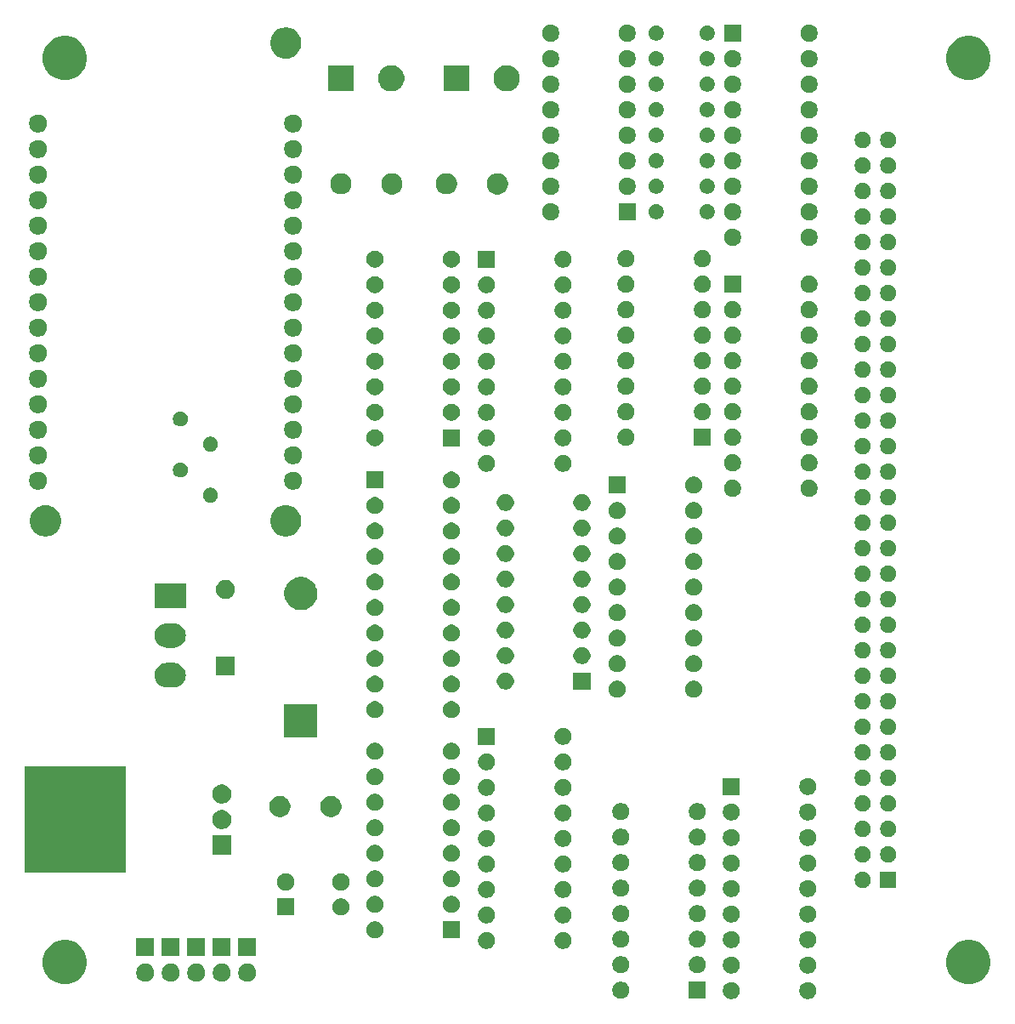
<source format=gbr>
G04 #@! TF.GenerationSoftware,KiCad,Pcbnew,5.1.5*
G04 #@! TF.CreationDate,2020-01-14T22:00:11+01:00*
G04 #@! TF.ProjectId,flipdot-brose,666c6970-646f-4742-9d62-726f73652e6b,rev?*
G04 #@! TF.SameCoordinates,Original*
G04 #@! TF.FileFunction,Soldermask,Top*
G04 #@! TF.FilePolarity,Negative*
%FSLAX46Y46*%
G04 Gerber Fmt 4.6, Leading zero omitted, Abs format (unit mm)*
G04 Created by KiCad (PCBNEW 5.1.5) date 2020-01-14 22:00:11*
%MOMM*%
%LPD*%
G04 APERTURE LIST*
%ADD10C,0.100000*%
G04 APERTURE END LIST*
D10*
G36*
X174400000Y-118200000D02*
G01*
X164400000Y-118200000D01*
X164400000Y-107700000D01*
X174400000Y-107700000D01*
X174400000Y-118200000D01*
G37*
X174400000Y-118200000D02*
X164400000Y-118200000D01*
X164400000Y-107700000D01*
X174400000Y-107700000D01*
X174400000Y-118200000D01*
G36*
X242648228Y-129201703D02*
G01*
X242803100Y-129265853D01*
X242942481Y-129358985D01*
X243061015Y-129477519D01*
X243154147Y-129616900D01*
X243218297Y-129771772D01*
X243251000Y-129936184D01*
X243251000Y-130103816D01*
X243218297Y-130268228D01*
X243154147Y-130423100D01*
X243061015Y-130562481D01*
X242942481Y-130681015D01*
X242803100Y-130774147D01*
X242648228Y-130838297D01*
X242483816Y-130871000D01*
X242316184Y-130871000D01*
X242151772Y-130838297D01*
X241996900Y-130774147D01*
X241857519Y-130681015D01*
X241738985Y-130562481D01*
X241645853Y-130423100D01*
X241581703Y-130268228D01*
X241549000Y-130103816D01*
X241549000Y-129936184D01*
X241581703Y-129771772D01*
X241645853Y-129616900D01*
X241738985Y-129477519D01*
X241857519Y-129358985D01*
X241996900Y-129265853D01*
X242151772Y-129201703D01*
X242316184Y-129169000D01*
X242483816Y-129169000D01*
X242648228Y-129201703D01*
G37*
G36*
X235028228Y-129201703D02*
G01*
X235183100Y-129265853D01*
X235322481Y-129358985D01*
X235441015Y-129477519D01*
X235534147Y-129616900D01*
X235598297Y-129771772D01*
X235631000Y-129936184D01*
X235631000Y-130103816D01*
X235598297Y-130268228D01*
X235534147Y-130423100D01*
X235441015Y-130562481D01*
X235322481Y-130681015D01*
X235183100Y-130774147D01*
X235028228Y-130838297D01*
X234863816Y-130871000D01*
X234696184Y-130871000D01*
X234531772Y-130838297D01*
X234376900Y-130774147D01*
X234237519Y-130681015D01*
X234118985Y-130562481D01*
X234025853Y-130423100D01*
X233961703Y-130268228D01*
X233929000Y-130103816D01*
X233929000Y-129936184D01*
X233961703Y-129771772D01*
X234025853Y-129616900D01*
X234118985Y-129477519D01*
X234237519Y-129358985D01*
X234376900Y-129265853D01*
X234531772Y-129201703D01*
X234696184Y-129169000D01*
X234863816Y-129169000D01*
X235028228Y-129201703D01*
G37*
G36*
X232251000Y-130831000D02*
G01*
X230549000Y-130831000D01*
X230549000Y-129129000D01*
X232251000Y-129129000D01*
X232251000Y-130831000D01*
G37*
G36*
X224028228Y-129161703D02*
G01*
X224183100Y-129225853D01*
X224322481Y-129318985D01*
X224441015Y-129437519D01*
X224534147Y-129576900D01*
X224598297Y-129731772D01*
X224631000Y-129896184D01*
X224631000Y-130063816D01*
X224598297Y-130228228D01*
X224534147Y-130383100D01*
X224441015Y-130522481D01*
X224322481Y-130641015D01*
X224183100Y-130734147D01*
X224028228Y-130798297D01*
X223863816Y-130831000D01*
X223696184Y-130831000D01*
X223531772Y-130798297D01*
X223376900Y-130734147D01*
X223237519Y-130641015D01*
X223118985Y-130522481D01*
X223025853Y-130383100D01*
X222961703Y-130228228D01*
X222929000Y-130063816D01*
X222929000Y-129896184D01*
X222961703Y-129731772D01*
X223025853Y-129576900D01*
X223118985Y-129437519D01*
X223237519Y-129318985D01*
X223376900Y-129225853D01*
X223531772Y-129161703D01*
X223696184Y-129129000D01*
X223863816Y-129129000D01*
X224028228Y-129161703D01*
G37*
G36*
X259042007Y-125083582D02*
G01*
X259442563Y-125249498D01*
X259442565Y-125249499D01*
X259803056Y-125490371D01*
X260109629Y-125796944D01*
X260350501Y-126157435D01*
X260350502Y-126157437D01*
X260516418Y-126557993D01*
X260601000Y-126983219D01*
X260601000Y-127416781D01*
X260516418Y-127842007D01*
X260350502Y-128242563D01*
X260350501Y-128242565D01*
X260109629Y-128603056D01*
X259803056Y-128909629D01*
X259442565Y-129150501D01*
X259442564Y-129150502D01*
X259442563Y-129150502D01*
X259042007Y-129316418D01*
X258616781Y-129401000D01*
X258183219Y-129401000D01*
X257757993Y-129316418D01*
X257357437Y-129150502D01*
X257357436Y-129150502D01*
X257357435Y-129150501D01*
X256996944Y-128909629D01*
X256690371Y-128603056D01*
X256449499Y-128242565D01*
X256449498Y-128242563D01*
X256283582Y-127842007D01*
X256199000Y-127416781D01*
X256199000Y-126983219D01*
X256283582Y-126557993D01*
X256449498Y-126157437D01*
X256449499Y-126157435D01*
X256690371Y-125796944D01*
X256996944Y-125490371D01*
X257357435Y-125249499D01*
X257357437Y-125249498D01*
X257757993Y-125083582D01*
X258183219Y-124999000D01*
X258616781Y-124999000D01*
X259042007Y-125083582D01*
G37*
G36*
X169042007Y-125083582D02*
G01*
X169442563Y-125249498D01*
X169442565Y-125249499D01*
X169803056Y-125490371D01*
X170109629Y-125796944D01*
X170350501Y-126157435D01*
X170350502Y-126157437D01*
X170516418Y-126557993D01*
X170601000Y-126983219D01*
X170601000Y-127416781D01*
X170516418Y-127842007D01*
X170350502Y-128242563D01*
X170350501Y-128242565D01*
X170109629Y-128603056D01*
X169803056Y-128909629D01*
X169442565Y-129150501D01*
X169442564Y-129150502D01*
X169442563Y-129150502D01*
X169042007Y-129316418D01*
X168616781Y-129401000D01*
X168183219Y-129401000D01*
X167757993Y-129316418D01*
X167357437Y-129150502D01*
X167357436Y-129150502D01*
X167357435Y-129150501D01*
X166996944Y-128909629D01*
X166690371Y-128603056D01*
X166449499Y-128242565D01*
X166449498Y-128242563D01*
X166283582Y-127842007D01*
X166199000Y-127416781D01*
X166199000Y-126983219D01*
X166283582Y-126557993D01*
X166449498Y-126157437D01*
X166449499Y-126157435D01*
X166690371Y-125796944D01*
X166996944Y-125490371D01*
X167357435Y-125249499D01*
X167357437Y-125249498D01*
X167757993Y-125083582D01*
X168183219Y-124999000D01*
X168616781Y-124999000D01*
X169042007Y-125083582D01*
G37*
G36*
X186673512Y-127343927D02*
G01*
X186822812Y-127373624D01*
X186986784Y-127441544D01*
X187134354Y-127540147D01*
X187259853Y-127665646D01*
X187358456Y-127813216D01*
X187426376Y-127977188D01*
X187451006Y-128101015D01*
X187458963Y-128141015D01*
X187461000Y-128151259D01*
X187461000Y-128328741D01*
X187426376Y-128502812D01*
X187358456Y-128666784D01*
X187259853Y-128814354D01*
X187134354Y-128939853D01*
X186986784Y-129038456D01*
X186822812Y-129106376D01*
X186673512Y-129136073D01*
X186648742Y-129141000D01*
X186471258Y-129141000D01*
X186446488Y-129136073D01*
X186297188Y-129106376D01*
X186133216Y-129038456D01*
X185985646Y-128939853D01*
X185860147Y-128814354D01*
X185761544Y-128666784D01*
X185693624Y-128502812D01*
X185659000Y-128328741D01*
X185659000Y-128151259D01*
X185661038Y-128141015D01*
X185668994Y-128101015D01*
X185693624Y-127977188D01*
X185761544Y-127813216D01*
X185860147Y-127665646D01*
X185985646Y-127540147D01*
X186133216Y-127441544D01*
X186297188Y-127373624D01*
X186446488Y-127343927D01*
X186471258Y-127339000D01*
X186648742Y-127339000D01*
X186673512Y-127343927D01*
G37*
G36*
X179053512Y-127343927D02*
G01*
X179202812Y-127373624D01*
X179366784Y-127441544D01*
X179514354Y-127540147D01*
X179639853Y-127665646D01*
X179738456Y-127813216D01*
X179806376Y-127977188D01*
X179831006Y-128101015D01*
X179838963Y-128141015D01*
X179841000Y-128151259D01*
X179841000Y-128328741D01*
X179806376Y-128502812D01*
X179738456Y-128666784D01*
X179639853Y-128814354D01*
X179514354Y-128939853D01*
X179366784Y-129038456D01*
X179202812Y-129106376D01*
X179053512Y-129136073D01*
X179028742Y-129141000D01*
X178851258Y-129141000D01*
X178826488Y-129136073D01*
X178677188Y-129106376D01*
X178513216Y-129038456D01*
X178365646Y-128939853D01*
X178240147Y-128814354D01*
X178141544Y-128666784D01*
X178073624Y-128502812D01*
X178039000Y-128328741D01*
X178039000Y-128151259D01*
X178041038Y-128141015D01*
X178048994Y-128101015D01*
X178073624Y-127977188D01*
X178141544Y-127813216D01*
X178240147Y-127665646D01*
X178365646Y-127540147D01*
X178513216Y-127441544D01*
X178677188Y-127373624D01*
X178826488Y-127343927D01*
X178851258Y-127339000D01*
X179028742Y-127339000D01*
X179053512Y-127343927D01*
G37*
G36*
X181593512Y-127343927D02*
G01*
X181742812Y-127373624D01*
X181906784Y-127441544D01*
X182054354Y-127540147D01*
X182179853Y-127665646D01*
X182278456Y-127813216D01*
X182346376Y-127977188D01*
X182371006Y-128101015D01*
X182378963Y-128141015D01*
X182381000Y-128151259D01*
X182381000Y-128328741D01*
X182346376Y-128502812D01*
X182278456Y-128666784D01*
X182179853Y-128814354D01*
X182054354Y-128939853D01*
X181906784Y-129038456D01*
X181742812Y-129106376D01*
X181593512Y-129136073D01*
X181568742Y-129141000D01*
X181391258Y-129141000D01*
X181366488Y-129136073D01*
X181217188Y-129106376D01*
X181053216Y-129038456D01*
X180905646Y-128939853D01*
X180780147Y-128814354D01*
X180681544Y-128666784D01*
X180613624Y-128502812D01*
X180579000Y-128328741D01*
X180579000Y-128151259D01*
X180581038Y-128141015D01*
X180588994Y-128101015D01*
X180613624Y-127977188D01*
X180681544Y-127813216D01*
X180780147Y-127665646D01*
X180905646Y-127540147D01*
X181053216Y-127441544D01*
X181217188Y-127373624D01*
X181366488Y-127343927D01*
X181391258Y-127339000D01*
X181568742Y-127339000D01*
X181593512Y-127343927D01*
G37*
G36*
X184133512Y-127343927D02*
G01*
X184282812Y-127373624D01*
X184446784Y-127441544D01*
X184594354Y-127540147D01*
X184719853Y-127665646D01*
X184818456Y-127813216D01*
X184886376Y-127977188D01*
X184911006Y-128101015D01*
X184918963Y-128141015D01*
X184921000Y-128151259D01*
X184921000Y-128328741D01*
X184886376Y-128502812D01*
X184818456Y-128666784D01*
X184719853Y-128814354D01*
X184594354Y-128939853D01*
X184446784Y-129038456D01*
X184282812Y-129106376D01*
X184133512Y-129136073D01*
X184108742Y-129141000D01*
X183931258Y-129141000D01*
X183906488Y-129136073D01*
X183757188Y-129106376D01*
X183593216Y-129038456D01*
X183445646Y-128939853D01*
X183320147Y-128814354D01*
X183221544Y-128666784D01*
X183153624Y-128502812D01*
X183119000Y-128328741D01*
X183119000Y-128151259D01*
X183121038Y-128141015D01*
X183128994Y-128101015D01*
X183153624Y-127977188D01*
X183221544Y-127813216D01*
X183320147Y-127665646D01*
X183445646Y-127540147D01*
X183593216Y-127441544D01*
X183757188Y-127373624D01*
X183906488Y-127343927D01*
X183931258Y-127339000D01*
X184108742Y-127339000D01*
X184133512Y-127343927D01*
G37*
G36*
X176513512Y-127343927D02*
G01*
X176662812Y-127373624D01*
X176826784Y-127441544D01*
X176974354Y-127540147D01*
X177099853Y-127665646D01*
X177198456Y-127813216D01*
X177266376Y-127977188D01*
X177291006Y-128101015D01*
X177298963Y-128141015D01*
X177301000Y-128151259D01*
X177301000Y-128328741D01*
X177266376Y-128502812D01*
X177198456Y-128666784D01*
X177099853Y-128814354D01*
X176974354Y-128939853D01*
X176826784Y-129038456D01*
X176662812Y-129106376D01*
X176513512Y-129136073D01*
X176488742Y-129141000D01*
X176311258Y-129141000D01*
X176286488Y-129136073D01*
X176137188Y-129106376D01*
X175973216Y-129038456D01*
X175825646Y-128939853D01*
X175700147Y-128814354D01*
X175601544Y-128666784D01*
X175533624Y-128502812D01*
X175499000Y-128328741D01*
X175499000Y-128151259D01*
X175501038Y-128141015D01*
X175508994Y-128101015D01*
X175533624Y-127977188D01*
X175601544Y-127813216D01*
X175700147Y-127665646D01*
X175825646Y-127540147D01*
X175973216Y-127441544D01*
X176137188Y-127373624D01*
X176286488Y-127343927D01*
X176311258Y-127339000D01*
X176488742Y-127339000D01*
X176513512Y-127343927D01*
G37*
G36*
X242648228Y-126661703D02*
G01*
X242803100Y-126725853D01*
X242942481Y-126818985D01*
X243061015Y-126937519D01*
X243154147Y-127076900D01*
X243218297Y-127231772D01*
X243251000Y-127396184D01*
X243251000Y-127563816D01*
X243218297Y-127728228D01*
X243154147Y-127883100D01*
X243061015Y-128022481D01*
X242942481Y-128141015D01*
X242803100Y-128234147D01*
X242648228Y-128298297D01*
X242483816Y-128331000D01*
X242316184Y-128331000D01*
X242151772Y-128298297D01*
X241996900Y-128234147D01*
X241857519Y-128141015D01*
X241738985Y-128022481D01*
X241645853Y-127883100D01*
X241581703Y-127728228D01*
X241549000Y-127563816D01*
X241549000Y-127396184D01*
X241581703Y-127231772D01*
X241645853Y-127076900D01*
X241738985Y-126937519D01*
X241857519Y-126818985D01*
X241996900Y-126725853D01*
X242151772Y-126661703D01*
X242316184Y-126629000D01*
X242483816Y-126629000D01*
X242648228Y-126661703D01*
G37*
G36*
X235028228Y-126661703D02*
G01*
X235183100Y-126725853D01*
X235322481Y-126818985D01*
X235441015Y-126937519D01*
X235534147Y-127076900D01*
X235598297Y-127231772D01*
X235631000Y-127396184D01*
X235631000Y-127563816D01*
X235598297Y-127728228D01*
X235534147Y-127883100D01*
X235441015Y-128022481D01*
X235322481Y-128141015D01*
X235183100Y-128234147D01*
X235028228Y-128298297D01*
X234863816Y-128331000D01*
X234696184Y-128331000D01*
X234531772Y-128298297D01*
X234376900Y-128234147D01*
X234237519Y-128141015D01*
X234118985Y-128022481D01*
X234025853Y-127883100D01*
X233961703Y-127728228D01*
X233929000Y-127563816D01*
X233929000Y-127396184D01*
X233961703Y-127231772D01*
X234025853Y-127076900D01*
X234118985Y-126937519D01*
X234237519Y-126818985D01*
X234376900Y-126725853D01*
X234531772Y-126661703D01*
X234696184Y-126629000D01*
X234863816Y-126629000D01*
X235028228Y-126661703D01*
G37*
G36*
X231648228Y-126621703D02*
G01*
X231803100Y-126685853D01*
X231942481Y-126778985D01*
X232061015Y-126897519D01*
X232154147Y-127036900D01*
X232218297Y-127191772D01*
X232251000Y-127356184D01*
X232251000Y-127523816D01*
X232218297Y-127688228D01*
X232154147Y-127843100D01*
X232061015Y-127982481D01*
X231942481Y-128101015D01*
X231803100Y-128194147D01*
X231648228Y-128258297D01*
X231483816Y-128291000D01*
X231316184Y-128291000D01*
X231151772Y-128258297D01*
X230996900Y-128194147D01*
X230857519Y-128101015D01*
X230738985Y-127982481D01*
X230645853Y-127843100D01*
X230581703Y-127688228D01*
X230549000Y-127523816D01*
X230549000Y-127356184D01*
X230581703Y-127191772D01*
X230645853Y-127036900D01*
X230738985Y-126897519D01*
X230857519Y-126778985D01*
X230996900Y-126685853D01*
X231151772Y-126621703D01*
X231316184Y-126589000D01*
X231483816Y-126589000D01*
X231648228Y-126621703D01*
G37*
G36*
X224028228Y-126621703D02*
G01*
X224183100Y-126685853D01*
X224322481Y-126778985D01*
X224441015Y-126897519D01*
X224534147Y-127036900D01*
X224598297Y-127191772D01*
X224631000Y-127356184D01*
X224631000Y-127523816D01*
X224598297Y-127688228D01*
X224534147Y-127843100D01*
X224441015Y-127982481D01*
X224322481Y-128101015D01*
X224183100Y-128194147D01*
X224028228Y-128258297D01*
X223863816Y-128291000D01*
X223696184Y-128291000D01*
X223531772Y-128258297D01*
X223376900Y-128194147D01*
X223237519Y-128101015D01*
X223118985Y-127982481D01*
X223025853Y-127843100D01*
X222961703Y-127688228D01*
X222929000Y-127523816D01*
X222929000Y-127356184D01*
X222961703Y-127191772D01*
X223025853Y-127036900D01*
X223118985Y-126897519D01*
X223237519Y-126778985D01*
X223376900Y-126685853D01*
X223531772Y-126621703D01*
X223696184Y-126589000D01*
X223863816Y-126589000D01*
X224028228Y-126621703D01*
G37*
G36*
X184921000Y-126601000D02*
G01*
X183119000Y-126601000D01*
X183119000Y-124799000D01*
X184921000Y-124799000D01*
X184921000Y-126601000D01*
G37*
G36*
X179841000Y-126601000D02*
G01*
X178039000Y-126601000D01*
X178039000Y-124799000D01*
X179841000Y-124799000D01*
X179841000Y-126601000D01*
G37*
G36*
X187461000Y-126601000D02*
G01*
X185659000Y-126601000D01*
X185659000Y-124799000D01*
X187461000Y-124799000D01*
X187461000Y-126601000D01*
G37*
G36*
X182381000Y-126601000D02*
G01*
X180579000Y-126601000D01*
X180579000Y-124799000D01*
X182381000Y-124799000D01*
X182381000Y-126601000D01*
G37*
G36*
X177301000Y-126601000D02*
G01*
X175499000Y-126601000D01*
X175499000Y-124799000D01*
X177301000Y-124799000D01*
X177301000Y-126601000D01*
G37*
G36*
X210648228Y-124201703D02*
G01*
X210803100Y-124265853D01*
X210942481Y-124358985D01*
X211061015Y-124477519D01*
X211154147Y-124616900D01*
X211218297Y-124771772D01*
X211251000Y-124936184D01*
X211251000Y-125103816D01*
X211218297Y-125268228D01*
X211154147Y-125423100D01*
X211061015Y-125562481D01*
X210942481Y-125681015D01*
X210803100Y-125774147D01*
X210648228Y-125838297D01*
X210483816Y-125871000D01*
X210316184Y-125871000D01*
X210151772Y-125838297D01*
X209996900Y-125774147D01*
X209857519Y-125681015D01*
X209738985Y-125562481D01*
X209645853Y-125423100D01*
X209581703Y-125268228D01*
X209549000Y-125103816D01*
X209549000Y-124936184D01*
X209581703Y-124771772D01*
X209645853Y-124616900D01*
X209738985Y-124477519D01*
X209857519Y-124358985D01*
X209996900Y-124265853D01*
X210151772Y-124201703D01*
X210316184Y-124169000D01*
X210483816Y-124169000D01*
X210648228Y-124201703D01*
G37*
G36*
X218268228Y-124201703D02*
G01*
X218423100Y-124265853D01*
X218562481Y-124358985D01*
X218681015Y-124477519D01*
X218774147Y-124616900D01*
X218838297Y-124771772D01*
X218871000Y-124936184D01*
X218871000Y-125103816D01*
X218838297Y-125268228D01*
X218774147Y-125423100D01*
X218681015Y-125562481D01*
X218562481Y-125681015D01*
X218423100Y-125774147D01*
X218268228Y-125838297D01*
X218103816Y-125871000D01*
X217936184Y-125871000D01*
X217771772Y-125838297D01*
X217616900Y-125774147D01*
X217477519Y-125681015D01*
X217358985Y-125562481D01*
X217265853Y-125423100D01*
X217201703Y-125268228D01*
X217169000Y-125103816D01*
X217169000Y-124936184D01*
X217201703Y-124771772D01*
X217265853Y-124616900D01*
X217358985Y-124477519D01*
X217477519Y-124358985D01*
X217616900Y-124265853D01*
X217771772Y-124201703D01*
X217936184Y-124169000D01*
X218103816Y-124169000D01*
X218268228Y-124201703D01*
G37*
G36*
X242648228Y-124121703D02*
G01*
X242803100Y-124185853D01*
X242942481Y-124278985D01*
X243061015Y-124397519D01*
X243154147Y-124536900D01*
X243218297Y-124691772D01*
X243251000Y-124856184D01*
X243251000Y-125023816D01*
X243218297Y-125188228D01*
X243154147Y-125343100D01*
X243061015Y-125482481D01*
X242942481Y-125601015D01*
X242803100Y-125694147D01*
X242648228Y-125758297D01*
X242483816Y-125791000D01*
X242316184Y-125791000D01*
X242151772Y-125758297D01*
X241996900Y-125694147D01*
X241857519Y-125601015D01*
X241738985Y-125482481D01*
X241645853Y-125343100D01*
X241581703Y-125188228D01*
X241549000Y-125023816D01*
X241549000Y-124856184D01*
X241581703Y-124691772D01*
X241645853Y-124536900D01*
X241738985Y-124397519D01*
X241857519Y-124278985D01*
X241996900Y-124185853D01*
X242151772Y-124121703D01*
X242316184Y-124089000D01*
X242483816Y-124089000D01*
X242648228Y-124121703D01*
G37*
G36*
X235028228Y-124121703D02*
G01*
X235183100Y-124185853D01*
X235322481Y-124278985D01*
X235441015Y-124397519D01*
X235534147Y-124536900D01*
X235598297Y-124691772D01*
X235631000Y-124856184D01*
X235631000Y-125023816D01*
X235598297Y-125188228D01*
X235534147Y-125343100D01*
X235441015Y-125482481D01*
X235322481Y-125601015D01*
X235183100Y-125694147D01*
X235028228Y-125758297D01*
X234863816Y-125791000D01*
X234696184Y-125791000D01*
X234531772Y-125758297D01*
X234376900Y-125694147D01*
X234237519Y-125601015D01*
X234118985Y-125482481D01*
X234025853Y-125343100D01*
X233961703Y-125188228D01*
X233929000Y-125023816D01*
X233929000Y-124856184D01*
X233961703Y-124691772D01*
X234025853Y-124536900D01*
X234118985Y-124397519D01*
X234237519Y-124278985D01*
X234376900Y-124185853D01*
X234531772Y-124121703D01*
X234696184Y-124089000D01*
X234863816Y-124089000D01*
X235028228Y-124121703D01*
G37*
G36*
X231648228Y-124081703D02*
G01*
X231803100Y-124145853D01*
X231942481Y-124238985D01*
X232061015Y-124357519D01*
X232154147Y-124496900D01*
X232218297Y-124651772D01*
X232251000Y-124816184D01*
X232251000Y-124983816D01*
X232218297Y-125148228D01*
X232154147Y-125303100D01*
X232061015Y-125442481D01*
X231942481Y-125561015D01*
X231803100Y-125654147D01*
X231648228Y-125718297D01*
X231483816Y-125751000D01*
X231316184Y-125751000D01*
X231151772Y-125718297D01*
X230996900Y-125654147D01*
X230857519Y-125561015D01*
X230738985Y-125442481D01*
X230645853Y-125303100D01*
X230581703Y-125148228D01*
X230549000Y-124983816D01*
X230549000Y-124816184D01*
X230581703Y-124651772D01*
X230645853Y-124496900D01*
X230738985Y-124357519D01*
X230857519Y-124238985D01*
X230996900Y-124145853D01*
X231151772Y-124081703D01*
X231316184Y-124049000D01*
X231483816Y-124049000D01*
X231648228Y-124081703D01*
G37*
G36*
X224028228Y-124081703D02*
G01*
X224183100Y-124145853D01*
X224322481Y-124238985D01*
X224441015Y-124357519D01*
X224534147Y-124496900D01*
X224598297Y-124651772D01*
X224631000Y-124816184D01*
X224631000Y-124983816D01*
X224598297Y-125148228D01*
X224534147Y-125303100D01*
X224441015Y-125442481D01*
X224322481Y-125561015D01*
X224183100Y-125654147D01*
X224028228Y-125718297D01*
X223863816Y-125751000D01*
X223696184Y-125751000D01*
X223531772Y-125718297D01*
X223376900Y-125654147D01*
X223237519Y-125561015D01*
X223118985Y-125442481D01*
X223025853Y-125303100D01*
X222961703Y-125148228D01*
X222929000Y-124983816D01*
X222929000Y-124816184D01*
X222961703Y-124651772D01*
X223025853Y-124496900D01*
X223118985Y-124357519D01*
X223237519Y-124238985D01*
X223376900Y-124145853D01*
X223531772Y-124081703D01*
X223696184Y-124049000D01*
X223863816Y-124049000D01*
X224028228Y-124081703D01*
G37*
G36*
X199528228Y-123161703D02*
G01*
X199683100Y-123225853D01*
X199822481Y-123318985D01*
X199941015Y-123437519D01*
X200034147Y-123576900D01*
X200098297Y-123731772D01*
X200131000Y-123896184D01*
X200131000Y-124063816D01*
X200098297Y-124228228D01*
X200034147Y-124383100D01*
X199941015Y-124522481D01*
X199822481Y-124641015D01*
X199683100Y-124734147D01*
X199528228Y-124798297D01*
X199363816Y-124831000D01*
X199196184Y-124831000D01*
X199031772Y-124798297D01*
X198876900Y-124734147D01*
X198737519Y-124641015D01*
X198618985Y-124522481D01*
X198525853Y-124383100D01*
X198461703Y-124228228D01*
X198429000Y-124063816D01*
X198429000Y-123896184D01*
X198461703Y-123731772D01*
X198525853Y-123576900D01*
X198618985Y-123437519D01*
X198737519Y-123318985D01*
X198876900Y-123225853D01*
X199031772Y-123161703D01*
X199196184Y-123129000D01*
X199363816Y-123129000D01*
X199528228Y-123161703D01*
G37*
G36*
X207751000Y-124831000D02*
G01*
X206049000Y-124831000D01*
X206049000Y-123129000D01*
X207751000Y-123129000D01*
X207751000Y-124831000D01*
G37*
G36*
X210648228Y-121661703D02*
G01*
X210803100Y-121725853D01*
X210942481Y-121818985D01*
X211061015Y-121937519D01*
X211154147Y-122076900D01*
X211218297Y-122231772D01*
X211251000Y-122396184D01*
X211251000Y-122563816D01*
X211218297Y-122728228D01*
X211154147Y-122883100D01*
X211061015Y-123022481D01*
X210942481Y-123141015D01*
X210803100Y-123234147D01*
X210648228Y-123298297D01*
X210483816Y-123331000D01*
X210316184Y-123331000D01*
X210151772Y-123298297D01*
X209996900Y-123234147D01*
X209857519Y-123141015D01*
X209738985Y-123022481D01*
X209645853Y-122883100D01*
X209581703Y-122728228D01*
X209549000Y-122563816D01*
X209549000Y-122396184D01*
X209581703Y-122231772D01*
X209645853Y-122076900D01*
X209738985Y-121937519D01*
X209857519Y-121818985D01*
X209996900Y-121725853D01*
X210151772Y-121661703D01*
X210316184Y-121629000D01*
X210483816Y-121629000D01*
X210648228Y-121661703D01*
G37*
G36*
X218268228Y-121661703D02*
G01*
X218423100Y-121725853D01*
X218562481Y-121818985D01*
X218681015Y-121937519D01*
X218774147Y-122076900D01*
X218838297Y-122231772D01*
X218871000Y-122396184D01*
X218871000Y-122563816D01*
X218838297Y-122728228D01*
X218774147Y-122883100D01*
X218681015Y-123022481D01*
X218562481Y-123141015D01*
X218423100Y-123234147D01*
X218268228Y-123298297D01*
X218103816Y-123331000D01*
X217936184Y-123331000D01*
X217771772Y-123298297D01*
X217616900Y-123234147D01*
X217477519Y-123141015D01*
X217358985Y-123022481D01*
X217265853Y-122883100D01*
X217201703Y-122728228D01*
X217169000Y-122563816D01*
X217169000Y-122396184D01*
X217201703Y-122231772D01*
X217265853Y-122076900D01*
X217358985Y-121937519D01*
X217477519Y-121818985D01*
X217616900Y-121725853D01*
X217771772Y-121661703D01*
X217936184Y-121629000D01*
X218103816Y-121629000D01*
X218268228Y-121661703D01*
G37*
G36*
X242648228Y-121581703D02*
G01*
X242803100Y-121645853D01*
X242942481Y-121738985D01*
X243061015Y-121857519D01*
X243154147Y-121996900D01*
X243218297Y-122151772D01*
X243251000Y-122316184D01*
X243251000Y-122483816D01*
X243218297Y-122648228D01*
X243154147Y-122803100D01*
X243061015Y-122942481D01*
X242942481Y-123061015D01*
X242803100Y-123154147D01*
X242648228Y-123218297D01*
X242483816Y-123251000D01*
X242316184Y-123251000D01*
X242151772Y-123218297D01*
X241996900Y-123154147D01*
X241857519Y-123061015D01*
X241738985Y-122942481D01*
X241645853Y-122803100D01*
X241581703Y-122648228D01*
X241549000Y-122483816D01*
X241549000Y-122316184D01*
X241581703Y-122151772D01*
X241645853Y-121996900D01*
X241738985Y-121857519D01*
X241857519Y-121738985D01*
X241996900Y-121645853D01*
X242151772Y-121581703D01*
X242316184Y-121549000D01*
X242483816Y-121549000D01*
X242648228Y-121581703D01*
G37*
G36*
X235028228Y-121581703D02*
G01*
X235183100Y-121645853D01*
X235322481Y-121738985D01*
X235441015Y-121857519D01*
X235534147Y-121996900D01*
X235598297Y-122151772D01*
X235631000Y-122316184D01*
X235631000Y-122483816D01*
X235598297Y-122648228D01*
X235534147Y-122803100D01*
X235441015Y-122942481D01*
X235322481Y-123061015D01*
X235183100Y-123154147D01*
X235028228Y-123218297D01*
X234863816Y-123251000D01*
X234696184Y-123251000D01*
X234531772Y-123218297D01*
X234376900Y-123154147D01*
X234237519Y-123061015D01*
X234118985Y-122942481D01*
X234025853Y-122803100D01*
X233961703Y-122648228D01*
X233929000Y-122483816D01*
X233929000Y-122316184D01*
X233961703Y-122151772D01*
X234025853Y-121996900D01*
X234118985Y-121857519D01*
X234237519Y-121738985D01*
X234376900Y-121645853D01*
X234531772Y-121581703D01*
X234696184Y-121549000D01*
X234863816Y-121549000D01*
X235028228Y-121581703D01*
G37*
G36*
X231648228Y-121541703D02*
G01*
X231803100Y-121605853D01*
X231942481Y-121698985D01*
X232061015Y-121817519D01*
X232154147Y-121956900D01*
X232218297Y-122111772D01*
X232251000Y-122276184D01*
X232251000Y-122443816D01*
X232218297Y-122608228D01*
X232154147Y-122763100D01*
X232061015Y-122902481D01*
X231942481Y-123021015D01*
X231803100Y-123114147D01*
X231648228Y-123178297D01*
X231483816Y-123211000D01*
X231316184Y-123211000D01*
X231151772Y-123178297D01*
X230996900Y-123114147D01*
X230857519Y-123021015D01*
X230738985Y-122902481D01*
X230645853Y-122763100D01*
X230581703Y-122608228D01*
X230549000Y-122443816D01*
X230549000Y-122276184D01*
X230581703Y-122111772D01*
X230645853Y-121956900D01*
X230738985Y-121817519D01*
X230857519Y-121698985D01*
X230996900Y-121605853D01*
X231151772Y-121541703D01*
X231316184Y-121509000D01*
X231483816Y-121509000D01*
X231648228Y-121541703D01*
G37*
G36*
X224028228Y-121541703D02*
G01*
X224183100Y-121605853D01*
X224322481Y-121698985D01*
X224441015Y-121817519D01*
X224534147Y-121956900D01*
X224598297Y-122111772D01*
X224631000Y-122276184D01*
X224631000Y-122443816D01*
X224598297Y-122608228D01*
X224534147Y-122763100D01*
X224441015Y-122902481D01*
X224322481Y-123021015D01*
X224183100Y-123114147D01*
X224028228Y-123178297D01*
X223863816Y-123211000D01*
X223696184Y-123211000D01*
X223531772Y-123178297D01*
X223376900Y-123114147D01*
X223237519Y-123021015D01*
X223118985Y-122902481D01*
X223025853Y-122763100D01*
X222961703Y-122608228D01*
X222929000Y-122443816D01*
X222929000Y-122276184D01*
X222961703Y-122111772D01*
X223025853Y-121956900D01*
X223118985Y-121817519D01*
X223237519Y-121698985D01*
X223376900Y-121605853D01*
X223531772Y-121541703D01*
X223696184Y-121509000D01*
X223863816Y-121509000D01*
X224028228Y-121541703D01*
G37*
G36*
X191251000Y-122551000D02*
G01*
X189549000Y-122551000D01*
X189549000Y-120849000D01*
X191251000Y-120849000D01*
X191251000Y-122551000D01*
G37*
G36*
X196148228Y-120881703D02*
G01*
X196303100Y-120945853D01*
X196442481Y-121038985D01*
X196561015Y-121157519D01*
X196654147Y-121296900D01*
X196718297Y-121451772D01*
X196751000Y-121616184D01*
X196751000Y-121783816D01*
X196718297Y-121948228D01*
X196654147Y-122103100D01*
X196561015Y-122242481D01*
X196442481Y-122361015D01*
X196303100Y-122454147D01*
X196148228Y-122518297D01*
X195983816Y-122551000D01*
X195816184Y-122551000D01*
X195651772Y-122518297D01*
X195496900Y-122454147D01*
X195357519Y-122361015D01*
X195238985Y-122242481D01*
X195145853Y-122103100D01*
X195081703Y-121948228D01*
X195049000Y-121783816D01*
X195049000Y-121616184D01*
X195081703Y-121451772D01*
X195145853Y-121296900D01*
X195238985Y-121157519D01*
X195357519Y-121038985D01*
X195496900Y-120945853D01*
X195651772Y-120881703D01*
X195816184Y-120849000D01*
X195983816Y-120849000D01*
X196148228Y-120881703D01*
G37*
G36*
X207148228Y-120621703D02*
G01*
X207303100Y-120685853D01*
X207442481Y-120778985D01*
X207561015Y-120897519D01*
X207654147Y-121036900D01*
X207718297Y-121191772D01*
X207751000Y-121356184D01*
X207751000Y-121523816D01*
X207718297Y-121688228D01*
X207654147Y-121843100D01*
X207561015Y-121982481D01*
X207442481Y-122101015D01*
X207303100Y-122194147D01*
X207148228Y-122258297D01*
X206983816Y-122291000D01*
X206816184Y-122291000D01*
X206651772Y-122258297D01*
X206496900Y-122194147D01*
X206357519Y-122101015D01*
X206238985Y-121982481D01*
X206145853Y-121843100D01*
X206081703Y-121688228D01*
X206049000Y-121523816D01*
X206049000Y-121356184D01*
X206081703Y-121191772D01*
X206145853Y-121036900D01*
X206238985Y-120897519D01*
X206357519Y-120778985D01*
X206496900Y-120685853D01*
X206651772Y-120621703D01*
X206816184Y-120589000D01*
X206983816Y-120589000D01*
X207148228Y-120621703D01*
G37*
G36*
X199528228Y-120621703D02*
G01*
X199683100Y-120685853D01*
X199822481Y-120778985D01*
X199941015Y-120897519D01*
X200034147Y-121036900D01*
X200098297Y-121191772D01*
X200131000Y-121356184D01*
X200131000Y-121523816D01*
X200098297Y-121688228D01*
X200034147Y-121843100D01*
X199941015Y-121982481D01*
X199822481Y-122101015D01*
X199683100Y-122194147D01*
X199528228Y-122258297D01*
X199363816Y-122291000D01*
X199196184Y-122291000D01*
X199031772Y-122258297D01*
X198876900Y-122194147D01*
X198737519Y-122101015D01*
X198618985Y-121982481D01*
X198525853Y-121843100D01*
X198461703Y-121688228D01*
X198429000Y-121523816D01*
X198429000Y-121356184D01*
X198461703Y-121191772D01*
X198525853Y-121036900D01*
X198618985Y-120897519D01*
X198737519Y-120778985D01*
X198876900Y-120685853D01*
X199031772Y-120621703D01*
X199196184Y-120589000D01*
X199363816Y-120589000D01*
X199528228Y-120621703D01*
G37*
G36*
X210648228Y-119121703D02*
G01*
X210803100Y-119185853D01*
X210942481Y-119278985D01*
X211061015Y-119397519D01*
X211154147Y-119536900D01*
X211218297Y-119691772D01*
X211251000Y-119856184D01*
X211251000Y-120023816D01*
X211218297Y-120188228D01*
X211154147Y-120343100D01*
X211061015Y-120482481D01*
X210942481Y-120601015D01*
X210803100Y-120694147D01*
X210648228Y-120758297D01*
X210483816Y-120791000D01*
X210316184Y-120791000D01*
X210151772Y-120758297D01*
X209996900Y-120694147D01*
X209857519Y-120601015D01*
X209738985Y-120482481D01*
X209645853Y-120343100D01*
X209581703Y-120188228D01*
X209549000Y-120023816D01*
X209549000Y-119856184D01*
X209581703Y-119691772D01*
X209645853Y-119536900D01*
X209738985Y-119397519D01*
X209857519Y-119278985D01*
X209996900Y-119185853D01*
X210151772Y-119121703D01*
X210316184Y-119089000D01*
X210483816Y-119089000D01*
X210648228Y-119121703D01*
G37*
G36*
X218268228Y-119121703D02*
G01*
X218423100Y-119185853D01*
X218562481Y-119278985D01*
X218681015Y-119397519D01*
X218774147Y-119536900D01*
X218838297Y-119691772D01*
X218871000Y-119856184D01*
X218871000Y-120023816D01*
X218838297Y-120188228D01*
X218774147Y-120343100D01*
X218681015Y-120482481D01*
X218562481Y-120601015D01*
X218423100Y-120694147D01*
X218268228Y-120758297D01*
X218103816Y-120791000D01*
X217936184Y-120791000D01*
X217771772Y-120758297D01*
X217616900Y-120694147D01*
X217477519Y-120601015D01*
X217358985Y-120482481D01*
X217265853Y-120343100D01*
X217201703Y-120188228D01*
X217169000Y-120023816D01*
X217169000Y-119856184D01*
X217201703Y-119691772D01*
X217265853Y-119536900D01*
X217358985Y-119397519D01*
X217477519Y-119278985D01*
X217616900Y-119185853D01*
X217771772Y-119121703D01*
X217936184Y-119089000D01*
X218103816Y-119089000D01*
X218268228Y-119121703D01*
G37*
G36*
X242648228Y-119041703D02*
G01*
X242803100Y-119105853D01*
X242942481Y-119198985D01*
X243061015Y-119317519D01*
X243154147Y-119456900D01*
X243218297Y-119611772D01*
X243251000Y-119776184D01*
X243251000Y-119943816D01*
X243218297Y-120108228D01*
X243154147Y-120263100D01*
X243061015Y-120402481D01*
X242942481Y-120521015D01*
X242803100Y-120614147D01*
X242648228Y-120678297D01*
X242483816Y-120711000D01*
X242316184Y-120711000D01*
X242151772Y-120678297D01*
X241996900Y-120614147D01*
X241857519Y-120521015D01*
X241738985Y-120402481D01*
X241645853Y-120263100D01*
X241581703Y-120108228D01*
X241549000Y-119943816D01*
X241549000Y-119776184D01*
X241581703Y-119611772D01*
X241645853Y-119456900D01*
X241738985Y-119317519D01*
X241857519Y-119198985D01*
X241996900Y-119105853D01*
X242151772Y-119041703D01*
X242316184Y-119009000D01*
X242483816Y-119009000D01*
X242648228Y-119041703D01*
G37*
G36*
X235028228Y-119041703D02*
G01*
X235183100Y-119105853D01*
X235322481Y-119198985D01*
X235441015Y-119317519D01*
X235534147Y-119456900D01*
X235598297Y-119611772D01*
X235631000Y-119776184D01*
X235631000Y-119943816D01*
X235598297Y-120108228D01*
X235534147Y-120263100D01*
X235441015Y-120402481D01*
X235322481Y-120521015D01*
X235183100Y-120614147D01*
X235028228Y-120678297D01*
X234863816Y-120711000D01*
X234696184Y-120711000D01*
X234531772Y-120678297D01*
X234376900Y-120614147D01*
X234237519Y-120521015D01*
X234118985Y-120402481D01*
X234025853Y-120263100D01*
X233961703Y-120108228D01*
X233929000Y-119943816D01*
X233929000Y-119776184D01*
X233961703Y-119611772D01*
X234025853Y-119456900D01*
X234118985Y-119317519D01*
X234237519Y-119198985D01*
X234376900Y-119105853D01*
X234531772Y-119041703D01*
X234696184Y-119009000D01*
X234863816Y-119009000D01*
X235028228Y-119041703D01*
G37*
G36*
X224028228Y-119001703D02*
G01*
X224183100Y-119065853D01*
X224322481Y-119158985D01*
X224441015Y-119277519D01*
X224534147Y-119416900D01*
X224598297Y-119571772D01*
X224631000Y-119736184D01*
X224631000Y-119903816D01*
X224598297Y-120068228D01*
X224534147Y-120223100D01*
X224441015Y-120362481D01*
X224322481Y-120481015D01*
X224183100Y-120574147D01*
X224028228Y-120638297D01*
X223863816Y-120671000D01*
X223696184Y-120671000D01*
X223531772Y-120638297D01*
X223376900Y-120574147D01*
X223237519Y-120481015D01*
X223118985Y-120362481D01*
X223025853Y-120223100D01*
X222961703Y-120068228D01*
X222929000Y-119903816D01*
X222929000Y-119736184D01*
X222961703Y-119571772D01*
X223025853Y-119416900D01*
X223118985Y-119277519D01*
X223237519Y-119158985D01*
X223376900Y-119065853D01*
X223531772Y-119001703D01*
X223696184Y-118969000D01*
X223863816Y-118969000D01*
X224028228Y-119001703D01*
G37*
G36*
X231648228Y-119001703D02*
G01*
X231803100Y-119065853D01*
X231942481Y-119158985D01*
X232061015Y-119277519D01*
X232154147Y-119416900D01*
X232218297Y-119571772D01*
X232251000Y-119736184D01*
X232251000Y-119903816D01*
X232218297Y-120068228D01*
X232154147Y-120223100D01*
X232061015Y-120362481D01*
X231942481Y-120481015D01*
X231803100Y-120574147D01*
X231648228Y-120638297D01*
X231483816Y-120671000D01*
X231316184Y-120671000D01*
X231151772Y-120638297D01*
X230996900Y-120574147D01*
X230857519Y-120481015D01*
X230738985Y-120362481D01*
X230645853Y-120223100D01*
X230581703Y-120068228D01*
X230549000Y-119903816D01*
X230549000Y-119736184D01*
X230581703Y-119571772D01*
X230645853Y-119416900D01*
X230738985Y-119277519D01*
X230857519Y-119158985D01*
X230996900Y-119065853D01*
X231151772Y-119001703D01*
X231316184Y-118969000D01*
X231483816Y-118969000D01*
X231648228Y-119001703D01*
G37*
G36*
X190648228Y-118381703D02*
G01*
X190803100Y-118445853D01*
X190942481Y-118538985D01*
X191061015Y-118657519D01*
X191154147Y-118796900D01*
X191218297Y-118951772D01*
X191251000Y-119116184D01*
X191251000Y-119283816D01*
X191218297Y-119448228D01*
X191154147Y-119603100D01*
X191061015Y-119742481D01*
X190942481Y-119861015D01*
X190803100Y-119954147D01*
X190648228Y-120018297D01*
X190483816Y-120051000D01*
X190316184Y-120051000D01*
X190151772Y-120018297D01*
X189996900Y-119954147D01*
X189857519Y-119861015D01*
X189738985Y-119742481D01*
X189645853Y-119603100D01*
X189581703Y-119448228D01*
X189549000Y-119283816D01*
X189549000Y-119116184D01*
X189581703Y-118951772D01*
X189645853Y-118796900D01*
X189738985Y-118657519D01*
X189857519Y-118538985D01*
X189996900Y-118445853D01*
X190151772Y-118381703D01*
X190316184Y-118349000D01*
X190483816Y-118349000D01*
X190648228Y-118381703D01*
G37*
G36*
X196148228Y-118381703D02*
G01*
X196303100Y-118445853D01*
X196442481Y-118538985D01*
X196561015Y-118657519D01*
X196654147Y-118796900D01*
X196718297Y-118951772D01*
X196751000Y-119116184D01*
X196751000Y-119283816D01*
X196718297Y-119448228D01*
X196654147Y-119603100D01*
X196561015Y-119742481D01*
X196442481Y-119861015D01*
X196303100Y-119954147D01*
X196148228Y-120018297D01*
X195983816Y-120051000D01*
X195816184Y-120051000D01*
X195651772Y-120018297D01*
X195496900Y-119954147D01*
X195357519Y-119861015D01*
X195238985Y-119742481D01*
X195145853Y-119603100D01*
X195081703Y-119448228D01*
X195049000Y-119283816D01*
X195049000Y-119116184D01*
X195081703Y-118951772D01*
X195145853Y-118796900D01*
X195238985Y-118657519D01*
X195357519Y-118538985D01*
X195496900Y-118445853D01*
X195651772Y-118381703D01*
X195816184Y-118349000D01*
X195983816Y-118349000D01*
X196148228Y-118381703D01*
G37*
G36*
X248087154Y-118218295D02*
G01*
X248096560Y-118220166D01*
X248244153Y-118281301D01*
X248345471Y-118349000D01*
X248376982Y-118370055D01*
X248489945Y-118483018D01*
X248578700Y-118615849D01*
X248639834Y-118763440D01*
X248671000Y-118920122D01*
X248671000Y-119079878D01*
X248639834Y-119236560D01*
X248612274Y-119303097D01*
X248578699Y-119384153D01*
X248489945Y-119516982D01*
X248376982Y-119629945D01*
X248244153Y-119718699D01*
X248244152Y-119718700D01*
X248244151Y-119718700D01*
X248096560Y-119779834D01*
X247939878Y-119811000D01*
X247780122Y-119811000D01*
X247623440Y-119779834D01*
X247475849Y-119718700D01*
X247475848Y-119718700D01*
X247475847Y-119718699D01*
X247343018Y-119629945D01*
X247230055Y-119516982D01*
X247141301Y-119384153D01*
X247107727Y-119303097D01*
X247080166Y-119236560D01*
X247049000Y-119079878D01*
X247049000Y-118920122D01*
X247080166Y-118763440D01*
X247141300Y-118615849D01*
X247230055Y-118483018D01*
X247343018Y-118370055D01*
X247374529Y-118349000D01*
X247475847Y-118281301D01*
X247623440Y-118220166D01*
X247632846Y-118218295D01*
X247780122Y-118189000D01*
X247939878Y-118189000D01*
X248087154Y-118218295D01*
G37*
G36*
X251211000Y-119811000D02*
G01*
X249589000Y-119811000D01*
X249589000Y-118189000D01*
X251211000Y-118189000D01*
X251211000Y-119811000D01*
G37*
G36*
X207148228Y-118081703D02*
G01*
X207303100Y-118145853D01*
X207442481Y-118238985D01*
X207561015Y-118357519D01*
X207654147Y-118496900D01*
X207718297Y-118651772D01*
X207751000Y-118816184D01*
X207751000Y-118983816D01*
X207718297Y-119148228D01*
X207654147Y-119303100D01*
X207561015Y-119442481D01*
X207442481Y-119561015D01*
X207303100Y-119654147D01*
X207148228Y-119718297D01*
X206983816Y-119751000D01*
X206816184Y-119751000D01*
X206651772Y-119718297D01*
X206496900Y-119654147D01*
X206357519Y-119561015D01*
X206238985Y-119442481D01*
X206145853Y-119303100D01*
X206081703Y-119148228D01*
X206049000Y-118983816D01*
X206049000Y-118816184D01*
X206081703Y-118651772D01*
X206145853Y-118496900D01*
X206238985Y-118357519D01*
X206357519Y-118238985D01*
X206496900Y-118145853D01*
X206651772Y-118081703D01*
X206816184Y-118049000D01*
X206983816Y-118049000D01*
X207148228Y-118081703D01*
G37*
G36*
X199528228Y-118081703D02*
G01*
X199683100Y-118145853D01*
X199822481Y-118238985D01*
X199941015Y-118357519D01*
X200034147Y-118496900D01*
X200098297Y-118651772D01*
X200131000Y-118816184D01*
X200131000Y-118983816D01*
X200098297Y-119148228D01*
X200034147Y-119303100D01*
X199941015Y-119442481D01*
X199822481Y-119561015D01*
X199683100Y-119654147D01*
X199528228Y-119718297D01*
X199363816Y-119751000D01*
X199196184Y-119751000D01*
X199031772Y-119718297D01*
X198876900Y-119654147D01*
X198737519Y-119561015D01*
X198618985Y-119442481D01*
X198525853Y-119303100D01*
X198461703Y-119148228D01*
X198429000Y-118983816D01*
X198429000Y-118816184D01*
X198461703Y-118651772D01*
X198525853Y-118496900D01*
X198618985Y-118357519D01*
X198737519Y-118238985D01*
X198876900Y-118145853D01*
X199031772Y-118081703D01*
X199196184Y-118049000D01*
X199363816Y-118049000D01*
X199528228Y-118081703D01*
G37*
G36*
X210648228Y-116581703D02*
G01*
X210803100Y-116645853D01*
X210942481Y-116738985D01*
X211061015Y-116857519D01*
X211154147Y-116996900D01*
X211218297Y-117151772D01*
X211251000Y-117316184D01*
X211251000Y-117483816D01*
X211218297Y-117648228D01*
X211154147Y-117803100D01*
X211061015Y-117942481D01*
X210942481Y-118061015D01*
X210803100Y-118154147D01*
X210648228Y-118218297D01*
X210483816Y-118251000D01*
X210316184Y-118251000D01*
X210151772Y-118218297D01*
X209996900Y-118154147D01*
X209857519Y-118061015D01*
X209738985Y-117942481D01*
X209645853Y-117803100D01*
X209581703Y-117648228D01*
X209549000Y-117483816D01*
X209549000Y-117316184D01*
X209581703Y-117151772D01*
X209645853Y-116996900D01*
X209738985Y-116857519D01*
X209857519Y-116738985D01*
X209996900Y-116645853D01*
X210151772Y-116581703D01*
X210316184Y-116549000D01*
X210483816Y-116549000D01*
X210648228Y-116581703D01*
G37*
G36*
X218268228Y-116581703D02*
G01*
X218423100Y-116645853D01*
X218562481Y-116738985D01*
X218681015Y-116857519D01*
X218774147Y-116996900D01*
X218838297Y-117151772D01*
X218871000Y-117316184D01*
X218871000Y-117483816D01*
X218838297Y-117648228D01*
X218774147Y-117803100D01*
X218681015Y-117942481D01*
X218562481Y-118061015D01*
X218423100Y-118154147D01*
X218268228Y-118218297D01*
X218103816Y-118251000D01*
X217936184Y-118251000D01*
X217771772Y-118218297D01*
X217616900Y-118154147D01*
X217477519Y-118061015D01*
X217358985Y-117942481D01*
X217265853Y-117803100D01*
X217201703Y-117648228D01*
X217169000Y-117483816D01*
X217169000Y-117316184D01*
X217201703Y-117151772D01*
X217265853Y-116996900D01*
X217358985Y-116857519D01*
X217477519Y-116738985D01*
X217616900Y-116645853D01*
X217771772Y-116581703D01*
X217936184Y-116549000D01*
X218103816Y-116549000D01*
X218268228Y-116581703D01*
G37*
G36*
X242648228Y-116501703D02*
G01*
X242803100Y-116565853D01*
X242942481Y-116658985D01*
X243061015Y-116777519D01*
X243154147Y-116916900D01*
X243218297Y-117071772D01*
X243251000Y-117236184D01*
X243251000Y-117403816D01*
X243218297Y-117568228D01*
X243154147Y-117723100D01*
X243061015Y-117862481D01*
X242942481Y-117981015D01*
X242803100Y-118074147D01*
X242648228Y-118138297D01*
X242483816Y-118171000D01*
X242316184Y-118171000D01*
X242151772Y-118138297D01*
X241996900Y-118074147D01*
X241857519Y-117981015D01*
X241738985Y-117862481D01*
X241645853Y-117723100D01*
X241581703Y-117568228D01*
X241549000Y-117403816D01*
X241549000Y-117236184D01*
X241581703Y-117071772D01*
X241645853Y-116916900D01*
X241738985Y-116777519D01*
X241857519Y-116658985D01*
X241996900Y-116565853D01*
X242151772Y-116501703D01*
X242316184Y-116469000D01*
X242483816Y-116469000D01*
X242648228Y-116501703D01*
G37*
G36*
X235028228Y-116501703D02*
G01*
X235183100Y-116565853D01*
X235322481Y-116658985D01*
X235441015Y-116777519D01*
X235534147Y-116916900D01*
X235598297Y-117071772D01*
X235631000Y-117236184D01*
X235631000Y-117403816D01*
X235598297Y-117568228D01*
X235534147Y-117723100D01*
X235441015Y-117862481D01*
X235322481Y-117981015D01*
X235183100Y-118074147D01*
X235028228Y-118138297D01*
X234863816Y-118171000D01*
X234696184Y-118171000D01*
X234531772Y-118138297D01*
X234376900Y-118074147D01*
X234237519Y-117981015D01*
X234118985Y-117862481D01*
X234025853Y-117723100D01*
X233961703Y-117568228D01*
X233929000Y-117403816D01*
X233929000Y-117236184D01*
X233961703Y-117071772D01*
X234025853Y-116916900D01*
X234118985Y-116777519D01*
X234237519Y-116658985D01*
X234376900Y-116565853D01*
X234531772Y-116501703D01*
X234696184Y-116469000D01*
X234863816Y-116469000D01*
X235028228Y-116501703D01*
G37*
G36*
X224028228Y-116461703D02*
G01*
X224183100Y-116525853D01*
X224322481Y-116618985D01*
X224441015Y-116737519D01*
X224534147Y-116876900D01*
X224598297Y-117031772D01*
X224631000Y-117196184D01*
X224631000Y-117363816D01*
X224598297Y-117528228D01*
X224534147Y-117683100D01*
X224441015Y-117822481D01*
X224322481Y-117941015D01*
X224183100Y-118034147D01*
X224028228Y-118098297D01*
X223863816Y-118131000D01*
X223696184Y-118131000D01*
X223531772Y-118098297D01*
X223376900Y-118034147D01*
X223237519Y-117941015D01*
X223118985Y-117822481D01*
X223025853Y-117683100D01*
X222961703Y-117528228D01*
X222929000Y-117363816D01*
X222929000Y-117196184D01*
X222961703Y-117031772D01*
X223025853Y-116876900D01*
X223118985Y-116737519D01*
X223237519Y-116618985D01*
X223376900Y-116525853D01*
X223531772Y-116461703D01*
X223696184Y-116429000D01*
X223863816Y-116429000D01*
X224028228Y-116461703D01*
G37*
G36*
X231648228Y-116461703D02*
G01*
X231803100Y-116525853D01*
X231942481Y-116618985D01*
X232061015Y-116737519D01*
X232154147Y-116876900D01*
X232218297Y-117031772D01*
X232251000Y-117196184D01*
X232251000Y-117363816D01*
X232218297Y-117528228D01*
X232154147Y-117683100D01*
X232061015Y-117822481D01*
X231942481Y-117941015D01*
X231803100Y-118034147D01*
X231648228Y-118098297D01*
X231483816Y-118131000D01*
X231316184Y-118131000D01*
X231151772Y-118098297D01*
X230996900Y-118034147D01*
X230857519Y-117941015D01*
X230738985Y-117822481D01*
X230645853Y-117683100D01*
X230581703Y-117528228D01*
X230549000Y-117363816D01*
X230549000Y-117196184D01*
X230581703Y-117031772D01*
X230645853Y-116876900D01*
X230738985Y-116737519D01*
X230857519Y-116618985D01*
X230996900Y-116525853D01*
X231151772Y-116461703D01*
X231316184Y-116429000D01*
X231483816Y-116429000D01*
X231648228Y-116461703D01*
G37*
G36*
X250627154Y-115678295D02*
G01*
X250636560Y-115680166D01*
X250784153Y-115741301D01*
X250898221Y-115817519D01*
X250916982Y-115830055D01*
X251029945Y-115943018D01*
X251118700Y-116075849D01*
X251179834Y-116223440D01*
X251211000Y-116380122D01*
X251211000Y-116539878D01*
X251179834Y-116696560D01*
X251152274Y-116763097D01*
X251118699Y-116844153D01*
X251029945Y-116976982D01*
X250916982Y-117089945D01*
X250784153Y-117178699D01*
X250784152Y-117178700D01*
X250784151Y-117178700D01*
X250636560Y-117239834D01*
X250479878Y-117271000D01*
X250320122Y-117271000D01*
X250163440Y-117239834D01*
X250015849Y-117178700D01*
X250015848Y-117178700D01*
X250015847Y-117178699D01*
X249883018Y-117089945D01*
X249770055Y-116976982D01*
X249681301Y-116844153D01*
X249647727Y-116763097D01*
X249620166Y-116696560D01*
X249589000Y-116539878D01*
X249589000Y-116380122D01*
X249620166Y-116223440D01*
X249681300Y-116075849D01*
X249770055Y-115943018D01*
X249883018Y-115830055D01*
X249901779Y-115817519D01*
X250015847Y-115741301D01*
X250163440Y-115680166D01*
X250172846Y-115678295D01*
X250320122Y-115649000D01*
X250479878Y-115649000D01*
X250627154Y-115678295D01*
G37*
G36*
X248087154Y-115678295D02*
G01*
X248096560Y-115680166D01*
X248244153Y-115741301D01*
X248358221Y-115817519D01*
X248376982Y-115830055D01*
X248489945Y-115943018D01*
X248578700Y-116075849D01*
X248639834Y-116223440D01*
X248671000Y-116380122D01*
X248671000Y-116539878D01*
X248639834Y-116696560D01*
X248612274Y-116763097D01*
X248578699Y-116844153D01*
X248489945Y-116976982D01*
X248376982Y-117089945D01*
X248244153Y-117178699D01*
X248244152Y-117178700D01*
X248244151Y-117178700D01*
X248096560Y-117239834D01*
X247939878Y-117271000D01*
X247780122Y-117271000D01*
X247623440Y-117239834D01*
X247475849Y-117178700D01*
X247475848Y-117178700D01*
X247475847Y-117178699D01*
X247343018Y-117089945D01*
X247230055Y-116976982D01*
X247141301Y-116844153D01*
X247107727Y-116763097D01*
X247080166Y-116696560D01*
X247049000Y-116539878D01*
X247049000Y-116380122D01*
X247080166Y-116223440D01*
X247141300Y-116075849D01*
X247230055Y-115943018D01*
X247343018Y-115830055D01*
X247361779Y-115817519D01*
X247475847Y-115741301D01*
X247623440Y-115680166D01*
X247632846Y-115678295D01*
X247780122Y-115649000D01*
X247939878Y-115649000D01*
X248087154Y-115678295D01*
G37*
G36*
X199528228Y-115541703D02*
G01*
X199683100Y-115605853D01*
X199822481Y-115698985D01*
X199941015Y-115817519D01*
X200034147Y-115956900D01*
X200098297Y-116111772D01*
X200131000Y-116276184D01*
X200131000Y-116443816D01*
X200098297Y-116608228D01*
X200034147Y-116763100D01*
X199941015Y-116902481D01*
X199822481Y-117021015D01*
X199683100Y-117114147D01*
X199528228Y-117178297D01*
X199363816Y-117211000D01*
X199196184Y-117211000D01*
X199031772Y-117178297D01*
X198876900Y-117114147D01*
X198737519Y-117021015D01*
X198618985Y-116902481D01*
X198525853Y-116763100D01*
X198461703Y-116608228D01*
X198429000Y-116443816D01*
X198429000Y-116276184D01*
X198461703Y-116111772D01*
X198525853Y-115956900D01*
X198618985Y-115817519D01*
X198737519Y-115698985D01*
X198876900Y-115605853D01*
X199031772Y-115541703D01*
X199196184Y-115509000D01*
X199363816Y-115509000D01*
X199528228Y-115541703D01*
G37*
G36*
X207148228Y-115541703D02*
G01*
X207303100Y-115605853D01*
X207442481Y-115698985D01*
X207561015Y-115817519D01*
X207654147Y-115956900D01*
X207718297Y-116111772D01*
X207751000Y-116276184D01*
X207751000Y-116443816D01*
X207718297Y-116608228D01*
X207654147Y-116763100D01*
X207561015Y-116902481D01*
X207442481Y-117021015D01*
X207303100Y-117114147D01*
X207148228Y-117178297D01*
X206983816Y-117211000D01*
X206816184Y-117211000D01*
X206651772Y-117178297D01*
X206496900Y-117114147D01*
X206357519Y-117021015D01*
X206238985Y-116902481D01*
X206145853Y-116763100D01*
X206081703Y-116608228D01*
X206049000Y-116443816D01*
X206049000Y-116276184D01*
X206081703Y-116111772D01*
X206145853Y-115956900D01*
X206238985Y-115817519D01*
X206357519Y-115698985D01*
X206496900Y-115605853D01*
X206651772Y-115541703D01*
X206816184Y-115509000D01*
X206983816Y-115509000D01*
X207148228Y-115541703D01*
G37*
G36*
X184971000Y-116491000D02*
G01*
X183069000Y-116491000D01*
X183069000Y-114589000D01*
X184971000Y-114589000D01*
X184971000Y-116491000D01*
G37*
G36*
X218268228Y-114041703D02*
G01*
X218423100Y-114105853D01*
X218562481Y-114198985D01*
X218681015Y-114317519D01*
X218774147Y-114456900D01*
X218838297Y-114611772D01*
X218871000Y-114776184D01*
X218871000Y-114943816D01*
X218838297Y-115108228D01*
X218774147Y-115263100D01*
X218681015Y-115402481D01*
X218562481Y-115521015D01*
X218423100Y-115614147D01*
X218268228Y-115678297D01*
X218103816Y-115711000D01*
X217936184Y-115711000D01*
X217771772Y-115678297D01*
X217616900Y-115614147D01*
X217477519Y-115521015D01*
X217358985Y-115402481D01*
X217265853Y-115263100D01*
X217201703Y-115108228D01*
X217169000Y-114943816D01*
X217169000Y-114776184D01*
X217201703Y-114611772D01*
X217265853Y-114456900D01*
X217358985Y-114317519D01*
X217477519Y-114198985D01*
X217616900Y-114105853D01*
X217771772Y-114041703D01*
X217936184Y-114009000D01*
X218103816Y-114009000D01*
X218268228Y-114041703D01*
G37*
G36*
X210648228Y-114041703D02*
G01*
X210803100Y-114105853D01*
X210942481Y-114198985D01*
X211061015Y-114317519D01*
X211154147Y-114456900D01*
X211218297Y-114611772D01*
X211251000Y-114776184D01*
X211251000Y-114943816D01*
X211218297Y-115108228D01*
X211154147Y-115263100D01*
X211061015Y-115402481D01*
X210942481Y-115521015D01*
X210803100Y-115614147D01*
X210648228Y-115678297D01*
X210483816Y-115711000D01*
X210316184Y-115711000D01*
X210151772Y-115678297D01*
X209996900Y-115614147D01*
X209857519Y-115521015D01*
X209738985Y-115402481D01*
X209645853Y-115263100D01*
X209581703Y-115108228D01*
X209549000Y-114943816D01*
X209549000Y-114776184D01*
X209581703Y-114611772D01*
X209645853Y-114456900D01*
X209738985Y-114317519D01*
X209857519Y-114198985D01*
X209996900Y-114105853D01*
X210151772Y-114041703D01*
X210316184Y-114009000D01*
X210483816Y-114009000D01*
X210648228Y-114041703D01*
G37*
G36*
X235028228Y-113961703D02*
G01*
X235183100Y-114025853D01*
X235322481Y-114118985D01*
X235441015Y-114237519D01*
X235534147Y-114376900D01*
X235598297Y-114531772D01*
X235631000Y-114696184D01*
X235631000Y-114863816D01*
X235598297Y-115028228D01*
X235534147Y-115183100D01*
X235441015Y-115322481D01*
X235322481Y-115441015D01*
X235183100Y-115534147D01*
X235028228Y-115598297D01*
X234863816Y-115631000D01*
X234696184Y-115631000D01*
X234531772Y-115598297D01*
X234376900Y-115534147D01*
X234237519Y-115441015D01*
X234118985Y-115322481D01*
X234025853Y-115183100D01*
X233961703Y-115028228D01*
X233929000Y-114863816D01*
X233929000Y-114696184D01*
X233961703Y-114531772D01*
X234025853Y-114376900D01*
X234118985Y-114237519D01*
X234237519Y-114118985D01*
X234376900Y-114025853D01*
X234531772Y-113961703D01*
X234696184Y-113929000D01*
X234863816Y-113929000D01*
X235028228Y-113961703D01*
G37*
G36*
X242648228Y-113961703D02*
G01*
X242803100Y-114025853D01*
X242942481Y-114118985D01*
X243061015Y-114237519D01*
X243154147Y-114376900D01*
X243218297Y-114531772D01*
X243251000Y-114696184D01*
X243251000Y-114863816D01*
X243218297Y-115028228D01*
X243154147Y-115183100D01*
X243061015Y-115322481D01*
X242942481Y-115441015D01*
X242803100Y-115534147D01*
X242648228Y-115598297D01*
X242483816Y-115631000D01*
X242316184Y-115631000D01*
X242151772Y-115598297D01*
X241996900Y-115534147D01*
X241857519Y-115441015D01*
X241738985Y-115322481D01*
X241645853Y-115183100D01*
X241581703Y-115028228D01*
X241549000Y-114863816D01*
X241549000Y-114696184D01*
X241581703Y-114531772D01*
X241645853Y-114376900D01*
X241738985Y-114237519D01*
X241857519Y-114118985D01*
X241996900Y-114025853D01*
X242151772Y-113961703D01*
X242316184Y-113929000D01*
X242483816Y-113929000D01*
X242648228Y-113961703D01*
G37*
G36*
X231648228Y-113921703D02*
G01*
X231803100Y-113985853D01*
X231942481Y-114078985D01*
X232061015Y-114197519D01*
X232154147Y-114336900D01*
X232218297Y-114491772D01*
X232251000Y-114656184D01*
X232251000Y-114823816D01*
X232218297Y-114988228D01*
X232154147Y-115143100D01*
X232061015Y-115282481D01*
X231942481Y-115401015D01*
X231803100Y-115494147D01*
X231648228Y-115558297D01*
X231483816Y-115591000D01*
X231316184Y-115591000D01*
X231151772Y-115558297D01*
X230996900Y-115494147D01*
X230857519Y-115401015D01*
X230738985Y-115282481D01*
X230645853Y-115143100D01*
X230581703Y-114988228D01*
X230549000Y-114823816D01*
X230549000Y-114656184D01*
X230581703Y-114491772D01*
X230645853Y-114336900D01*
X230738985Y-114197519D01*
X230857519Y-114078985D01*
X230996900Y-113985853D01*
X231151772Y-113921703D01*
X231316184Y-113889000D01*
X231483816Y-113889000D01*
X231648228Y-113921703D01*
G37*
G36*
X224028228Y-113921703D02*
G01*
X224183100Y-113985853D01*
X224322481Y-114078985D01*
X224441015Y-114197519D01*
X224534147Y-114336900D01*
X224598297Y-114491772D01*
X224631000Y-114656184D01*
X224631000Y-114823816D01*
X224598297Y-114988228D01*
X224534147Y-115143100D01*
X224441015Y-115282481D01*
X224322481Y-115401015D01*
X224183100Y-115494147D01*
X224028228Y-115558297D01*
X223863816Y-115591000D01*
X223696184Y-115591000D01*
X223531772Y-115558297D01*
X223376900Y-115494147D01*
X223237519Y-115401015D01*
X223118985Y-115282481D01*
X223025853Y-115143100D01*
X222961703Y-114988228D01*
X222929000Y-114823816D01*
X222929000Y-114656184D01*
X222961703Y-114491772D01*
X223025853Y-114336900D01*
X223118985Y-114197519D01*
X223237519Y-114078985D01*
X223376900Y-113985853D01*
X223531772Y-113921703D01*
X223696184Y-113889000D01*
X223863816Y-113889000D01*
X224028228Y-113921703D01*
G37*
G36*
X167885331Y-111268211D02*
G01*
X168213092Y-111403974D01*
X168508070Y-111601072D01*
X168758928Y-111851930D01*
X168956026Y-112146908D01*
X169091789Y-112474669D01*
X169161000Y-112822616D01*
X169161000Y-113177384D01*
X169091789Y-113525331D01*
X168956026Y-113853092D01*
X168758928Y-114148070D01*
X168508070Y-114398928D01*
X168213092Y-114596026D01*
X167885331Y-114731789D01*
X167537384Y-114801000D01*
X167182616Y-114801000D01*
X166834669Y-114731789D01*
X166506908Y-114596026D01*
X166211930Y-114398928D01*
X165961072Y-114148070D01*
X165763974Y-113853092D01*
X165628211Y-113525331D01*
X165559000Y-113177384D01*
X165559000Y-112822616D01*
X165628211Y-112474669D01*
X165763974Y-112146908D01*
X165961072Y-111851930D01*
X166211930Y-111601072D01*
X166506908Y-111403974D01*
X166834669Y-111268211D01*
X167182616Y-111199000D01*
X167537384Y-111199000D01*
X167885331Y-111268211D01*
G37*
G36*
X248087154Y-113138295D02*
G01*
X248096560Y-113140166D01*
X248244153Y-113201301D01*
X248376982Y-113290055D01*
X248489945Y-113403018D01*
X248521650Y-113450467D01*
X248578700Y-113535849D01*
X248639834Y-113683440D01*
X248671000Y-113840122D01*
X248671000Y-113999878D01*
X248639834Y-114156560D01*
X248612274Y-114223097D01*
X248578699Y-114304153D01*
X248489945Y-114436982D01*
X248376982Y-114549945D01*
X248244153Y-114638699D01*
X248244152Y-114638700D01*
X248244151Y-114638700D01*
X248096560Y-114699834D01*
X247939878Y-114731000D01*
X247780122Y-114731000D01*
X247623440Y-114699834D01*
X247475849Y-114638700D01*
X247475848Y-114638700D01*
X247475847Y-114638699D01*
X247343018Y-114549945D01*
X247230055Y-114436982D01*
X247141301Y-114304153D01*
X247107727Y-114223097D01*
X247080166Y-114156560D01*
X247049000Y-113999878D01*
X247049000Y-113840122D01*
X247080166Y-113683440D01*
X247141300Y-113535849D01*
X247198351Y-113450467D01*
X247230055Y-113403018D01*
X247343018Y-113290055D01*
X247475847Y-113201301D01*
X247623440Y-113140166D01*
X247632846Y-113138295D01*
X247780122Y-113109000D01*
X247939878Y-113109000D01*
X248087154Y-113138295D01*
G37*
G36*
X250627154Y-113138295D02*
G01*
X250636560Y-113140166D01*
X250784153Y-113201301D01*
X250916982Y-113290055D01*
X251029945Y-113403018D01*
X251061650Y-113450467D01*
X251118700Y-113535849D01*
X251179834Y-113683440D01*
X251211000Y-113840122D01*
X251211000Y-113999878D01*
X251179834Y-114156560D01*
X251152274Y-114223097D01*
X251118699Y-114304153D01*
X251029945Y-114436982D01*
X250916982Y-114549945D01*
X250784153Y-114638699D01*
X250784152Y-114638700D01*
X250784151Y-114638700D01*
X250636560Y-114699834D01*
X250479878Y-114731000D01*
X250320122Y-114731000D01*
X250163440Y-114699834D01*
X250015849Y-114638700D01*
X250015848Y-114638700D01*
X250015847Y-114638699D01*
X249883018Y-114549945D01*
X249770055Y-114436982D01*
X249681301Y-114304153D01*
X249647727Y-114223097D01*
X249620166Y-114156560D01*
X249589000Y-113999878D01*
X249589000Y-113840122D01*
X249620166Y-113683440D01*
X249681300Y-113535849D01*
X249738351Y-113450467D01*
X249770055Y-113403018D01*
X249883018Y-113290055D01*
X250015847Y-113201301D01*
X250163440Y-113140166D01*
X250172846Y-113138295D01*
X250320122Y-113109000D01*
X250479878Y-113109000D01*
X250627154Y-113138295D01*
G37*
G36*
X207148228Y-113001703D02*
G01*
X207303100Y-113065853D01*
X207442481Y-113158985D01*
X207561015Y-113277519D01*
X207654147Y-113416900D01*
X207718297Y-113571772D01*
X207751000Y-113736184D01*
X207751000Y-113903816D01*
X207718297Y-114068228D01*
X207654147Y-114223100D01*
X207561015Y-114362481D01*
X207442481Y-114481015D01*
X207303100Y-114574147D01*
X207148228Y-114638297D01*
X206983816Y-114671000D01*
X206816184Y-114671000D01*
X206651772Y-114638297D01*
X206496900Y-114574147D01*
X206357519Y-114481015D01*
X206238985Y-114362481D01*
X206145853Y-114223100D01*
X206081703Y-114068228D01*
X206049000Y-113903816D01*
X206049000Y-113736184D01*
X206081703Y-113571772D01*
X206145853Y-113416900D01*
X206238985Y-113277519D01*
X206357519Y-113158985D01*
X206496900Y-113065853D01*
X206651772Y-113001703D01*
X206816184Y-112969000D01*
X206983816Y-112969000D01*
X207148228Y-113001703D01*
G37*
G36*
X199528228Y-113001703D02*
G01*
X199683100Y-113065853D01*
X199822481Y-113158985D01*
X199941015Y-113277519D01*
X200034147Y-113416900D01*
X200098297Y-113571772D01*
X200131000Y-113736184D01*
X200131000Y-113903816D01*
X200098297Y-114068228D01*
X200034147Y-114223100D01*
X199941015Y-114362481D01*
X199822481Y-114481015D01*
X199683100Y-114574147D01*
X199528228Y-114638297D01*
X199363816Y-114671000D01*
X199196184Y-114671000D01*
X199031772Y-114638297D01*
X198876900Y-114574147D01*
X198737519Y-114481015D01*
X198618985Y-114362481D01*
X198525853Y-114223100D01*
X198461703Y-114068228D01*
X198429000Y-113903816D01*
X198429000Y-113736184D01*
X198461703Y-113571772D01*
X198525853Y-113416900D01*
X198618985Y-113277519D01*
X198737519Y-113158985D01*
X198876900Y-113065853D01*
X199031772Y-113001703D01*
X199196184Y-112969000D01*
X199363816Y-112969000D01*
X199528228Y-113001703D01*
G37*
G36*
X184297395Y-112085546D02*
G01*
X184470466Y-112157234D01*
X184547818Y-112208919D01*
X184626227Y-112261310D01*
X184758690Y-112393773D01*
X184758691Y-112393775D01*
X184862766Y-112549534D01*
X184934454Y-112722605D01*
X184971000Y-112906333D01*
X184971000Y-113093667D01*
X184934454Y-113277395D01*
X184862766Y-113450466D01*
X184862765Y-113450467D01*
X184758690Y-113606227D01*
X184626227Y-113738690D01*
X184547818Y-113791081D01*
X184470466Y-113842766D01*
X184297395Y-113914454D01*
X184113667Y-113951000D01*
X183926333Y-113951000D01*
X183742605Y-113914454D01*
X183569534Y-113842766D01*
X183492182Y-113791081D01*
X183413773Y-113738690D01*
X183281310Y-113606227D01*
X183177235Y-113450467D01*
X183177234Y-113450466D01*
X183105546Y-113277395D01*
X183069000Y-113093667D01*
X183069000Y-112906333D01*
X183105546Y-112722605D01*
X183177234Y-112549534D01*
X183281309Y-112393775D01*
X183281310Y-112393773D01*
X183413773Y-112261310D01*
X183492182Y-112208919D01*
X183569534Y-112157234D01*
X183742605Y-112085546D01*
X183926333Y-112049000D01*
X184113667Y-112049000D01*
X184297395Y-112085546D01*
G37*
G36*
X210648228Y-111501703D02*
G01*
X210803100Y-111565853D01*
X210942481Y-111658985D01*
X211061015Y-111777519D01*
X211154147Y-111916900D01*
X211218297Y-112071772D01*
X211251000Y-112236184D01*
X211251000Y-112403816D01*
X211218297Y-112568228D01*
X211154147Y-112723100D01*
X211061015Y-112862481D01*
X210942481Y-112981015D01*
X210803100Y-113074147D01*
X210648228Y-113138297D01*
X210483816Y-113171000D01*
X210316184Y-113171000D01*
X210151772Y-113138297D01*
X209996900Y-113074147D01*
X209857519Y-112981015D01*
X209738985Y-112862481D01*
X209645853Y-112723100D01*
X209581703Y-112568228D01*
X209549000Y-112403816D01*
X209549000Y-112236184D01*
X209581703Y-112071772D01*
X209645853Y-111916900D01*
X209738985Y-111777519D01*
X209857519Y-111658985D01*
X209996900Y-111565853D01*
X210151772Y-111501703D01*
X210316184Y-111469000D01*
X210483816Y-111469000D01*
X210648228Y-111501703D01*
G37*
G36*
X218268228Y-111501703D02*
G01*
X218423100Y-111565853D01*
X218562481Y-111658985D01*
X218681015Y-111777519D01*
X218774147Y-111916900D01*
X218838297Y-112071772D01*
X218871000Y-112236184D01*
X218871000Y-112403816D01*
X218838297Y-112568228D01*
X218774147Y-112723100D01*
X218681015Y-112862481D01*
X218562481Y-112981015D01*
X218423100Y-113074147D01*
X218268228Y-113138297D01*
X218103816Y-113171000D01*
X217936184Y-113171000D01*
X217771772Y-113138297D01*
X217616900Y-113074147D01*
X217477519Y-112981015D01*
X217358985Y-112862481D01*
X217265853Y-112723100D01*
X217201703Y-112568228D01*
X217169000Y-112403816D01*
X217169000Y-112236184D01*
X217201703Y-112071772D01*
X217265853Y-111916900D01*
X217358985Y-111777519D01*
X217477519Y-111658985D01*
X217616900Y-111565853D01*
X217771772Y-111501703D01*
X217936184Y-111469000D01*
X218103816Y-111469000D01*
X218268228Y-111501703D01*
G37*
G36*
X242648228Y-111421703D02*
G01*
X242803100Y-111485853D01*
X242942481Y-111578985D01*
X243061015Y-111697519D01*
X243154147Y-111836900D01*
X243218297Y-111991772D01*
X243251000Y-112156184D01*
X243251000Y-112323816D01*
X243218297Y-112488228D01*
X243154147Y-112643100D01*
X243061015Y-112782481D01*
X242942481Y-112901015D01*
X242803100Y-112994147D01*
X242648228Y-113058297D01*
X242483816Y-113091000D01*
X242316184Y-113091000D01*
X242151772Y-113058297D01*
X241996900Y-112994147D01*
X241857519Y-112901015D01*
X241738985Y-112782481D01*
X241645853Y-112643100D01*
X241581703Y-112488228D01*
X241549000Y-112323816D01*
X241549000Y-112156184D01*
X241581703Y-111991772D01*
X241645853Y-111836900D01*
X241738985Y-111697519D01*
X241857519Y-111578985D01*
X241996900Y-111485853D01*
X242151772Y-111421703D01*
X242316184Y-111389000D01*
X242483816Y-111389000D01*
X242648228Y-111421703D01*
G37*
G36*
X235028228Y-111421703D02*
G01*
X235183100Y-111485853D01*
X235322481Y-111578985D01*
X235441015Y-111697519D01*
X235534147Y-111836900D01*
X235598297Y-111991772D01*
X235631000Y-112156184D01*
X235631000Y-112323816D01*
X235598297Y-112488228D01*
X235534147Y-112643100D01*
X235441015Y-112782481D01*
X235322481Y-112901015D01*
X235183100Y-112994147D01*
X235028228Y-113058297D01*
X234863816Y-113091000D01*
X234696184Y-113091000D01*
X234531772Y-113058297D01*
X234376900Y-112994147D01*
X234237519Y-112901015D01*
X234118985Y-112782481D01*
X234025853Y-112643100D01*
X233961703Y-112488228D01*
X233929000Y-112323816D01*
X233929000Y-112156184D01*
X233961703Y-111991772D01*
X234025853Y-111836900D01*
X234118985Y-111697519D01*
X234237519Y-111578985D01*
X234376900Y-111485853D01*
X234531772Y-111421703D01*
X234696184Y-111389000D01*
X234863816Y-111389000D01*
X235028228Y-111421703D01*
G37*
G36*
X231648228Y-111381703D02*
G01*
X231803100Y-111445853D01*
X231942481Y-111538985D01*
X232061015Y-111657519D01*
X232154147Y-111796900D01*
X232218297Y-111951772D01*
X232251000Y-112116184D01*
X232251000Y-112283816D01*
X232218297Y-112448228D01*
X232154147Y-112603100D01*
X232061015Y-112742481D01*
X231942481Y-112861015D01*
X231803100Y-112954147D01*
X231648228Y-113018297D01*
X231483816Y-113051000D01*
X231316184Y-113051000D01*
X231151772Y-113018297D01*
X230996900Y-112954147D01*
X230857519Y-112861015D01*
X230738985Y-112742481D01*
X230645853Y-112603100D01*
X230581703Y-112448228D01*
X230549000Y-112283816D01*
X230549000Y-112116184D01*
X230581703Y-111951772D01*
X230645853Y-111796900D01*
X230738985Y-111657519D01*
X230857519Y-111538985D01*
X230996900Y-111445853D01*
X231151772Y-111381703D01*
X231316184Y-111349000D01*
X231483816Y-111349000D01*
X231648228Y-111381703D01*
G37*
G36*
X224028228Y-111381703D02*
G01*
X224183100Y-111445853D01*
X224322481Y-111538985D01*
X224441015Y-111657519D01*
X224534147Y-111796900D01*
X224598297Y-111951772D01*
X224631000Y-112116184D01*
X224631000Y-112283816D01*
X224598297Y-112448228D01*
X224534147Y-112603100D01*
X224441015Y-112742481D01*
X224322481Y-112861015D01*
X224183100Y-112954147D01*
X224028228Y-113018297D01*
X223863816Y-113051000D01*
X223696184Y-113051000D01*
X223531772Y-113018297D01*
X223376900Y-112954147D01*
X223237519Y-112861015D01*
X223118985Y-112742481D01*
X223025853Y-112603100D01*
X222961703Y-112448228D01*
X222929000Y-112283816D01*
X222929000Y-112116184D01*
X222961703Y-111951772D01*
X223025853Y-111796900D01*
X223118985Y-111657519D01*
X223237519Y-111538985D01*
X223376900Y-111445853D01*
X223531772Y-111381703D01*
X223696184Y-111349000D01*
X223863816Y-111349000D01*
X224028228Y-111381703D01*
G37*
G36*
X195206564Y-110689389D02*
G01*
X195373693Y-110758616D01*
X195397835Y-110768616D01*
X195569973Y-110883635D01*
X195716365Y-111030027D01*
X195829063Y-111198691D01*
X195831385Y-111202167D01*
X195910611Y-111393436D01*
X195951000Y-111596484D01*
X195951000Y-111803516D01*
X195910611Y-112006564D01*
X195835527Y-112187833D01*
X195831384Y-112197835D01*
X195716365Y-112369973D01*
X195569973Y-112516365D01*
X195397835Y-112631384D01*
X195397834Y-112631385D01*
X195397833Y-112631385D01*
X195206564Y-112710611D01*
X195003516Y-112751000D01*
X194796484Y-112751000D01*
X194593436Y-112710611D01*
X194402167Y-112631385D01*
X194402166Y-112631385D01*
X194402165Y-112631384D01*
X194230027Y-112516365D01*
X194083635Y-112369973D01*
X193968616Y-112197835D01*
X193964473Y-112187833D01*
X193889389Y-112006564D01*
X193849000Y-111803516D01*
X193849000Y-111596484D01*
X193889389Y-111393436D01*
X193968615Y-111202167D01*
X193970938Y-111198691D01*
X194083635Y-111030027D01*
X194230027Y-110883635D01*
X194402165Y-110768616D01*
X194426307Y-110758616D01*
X194593436Y-110689389D01*
X194796484Y-110649000D01*
X195003516Y-110649000D01*
X195206564Y-110689389D01*
G37*
G36*
X190126564Y-110679389D02*
G01*
X190297167Y-110750055D01*
X190317835Y-110758616D01*
X190489973Y-110873635D01*
X190636365Y-111020027D01*
X190667234Y-111066225D01*
X190751385Y-111192167D01*
X190830611Y-111383436D01*
X190871000Y-111586484D01*
X190871000Y-111793516D01*
X190830611Y-111996564D01*
X190751385Y-112187833D01*
X190751384Y-112187835D01*
X190636365Y-112359973D01*
X190489973Y-112506365D01*
X190317835Y-112621384D01*
X190317834Y-112621385D01*
X190317833Y-112621385D01*
X190126564Y-112700611D01*
X189923516Y-112741000D01*
X189716484Y-112741000D01*
X189513436Y-112700611D01*
X189322167Y-112621385D01*
X189322166Y-112621385D01*
X189322165Y-112621384D01*
X189150027Y-112506365D01*
X189003635Y-112359973D01*
X188888616Y-112187835D01*
X188888615Y-112187833D01*
X188809389Y-111996564D01*
X188769000Y-111793516D01*
X188769000Y-111586484D01*
X188809389Y-111383436D01*
X188888615Y-111192167D01*
X188972767Y-111066225D01*
X189003635Y-111020027D01*
X189150027Y-110873635D01*
X189322165Y-110758616D01*
X189342833Y-110750055D01*
X189513436Y-110679389D01*
X189716484Y-110639000D01*
X189923516Y-110639000D01*
X190126564Y-110679389D01*
G37*
G36*
X250627154Y-110598295D02*
G01*
X250636560Y-110600166D01*
X250784153Y-110661301D01*
X250916982Y-110750055D01*
X251029945Y-110863018D01*
X251061650Y-110910467D01*
X251118700Y-110995849D01*
X251179834Y-111143440D01*
X251211000Y-111300122D01*
X251211000Y-111459878D01*
X251179834Y-111616560D01*
X251152274Y-111683097D01*
X251118699Y-111764153D01*
X251029945Y-111896982D01*
X250916982Y-112009945D01*
X250784153Y-112098699D01*
X250784152Y-112098700D01*
X250784151Y-112098700D01*
X250636560Y-112159834D01*
X250479878Y-112191000D01*
X250320122Y-112191000D01*
X250163440Y-112159834D01*
X250015849Y-112098700D01*
X250015848Y-112098700D01*
X250015847Y-112098699D01*
X249883018Y-112009945D01*
X249770055Y-111896982D01*
X249681301Y-111764153D01*
X249647727Y-111683097D01*
X249620166Y-111616560D01*
X249589000Y-111459878D01*
X249589000Y-111300122D01*
X249620166Y-111143440D01*
X249681300Y-110995849D01*
X249738351Y-110910467D01*
X249770055Y-110863018D01*
X249883018Y-110750055D01*
X250015847Y-110661301D01*
X250163440Y-110600166D01*
X250172846Y-110598295D01*
X250320122Y-110569000D01*
X250479878Y-110569000D01*
X250627154Y-110598295D01*
G37*
G36*
X248087154Y-110598295D02*
G01*
X248096560Y-110600166D01*
X248244153Y-110661301D01*
X248376982Y-110750055D01*
X248489945Y-110863018D01*
X248521650Y-110910467D01*
X248578700Y-110995849D01*
X248639834Y-111143440D01*
X248671000Y-111300122D01*
X248671000Y-111459878D01*
X248639834Y-111616560D01*
X248612274Y-111683097D01*
X248578699Y-111764153D01*
X248489945Y-111896982D01*
X248376982Y-112009945D01*
X248244153Y-112098699D01*
X248244152Y-112098700D01*
X248244151Y-112098700D01*
X248096560Y-112159834D01*
X247939878Y-112191000D01*
X247780122Y-112191000D01*
X247623440Y-112159834D01*
X247475849Y-112098700D01*
X247475848Y-112098700D01*
X247475847Y-112098699D01*
X247343018Y-112009945D01*
X247230055Y-111896982D01*
X247141301Y-111764153D01*
X247107727Y-111683097D01*
X247080166Y-111616560D01*
X247049000Y-111459878D01*
X247049000Y-111300122D01*
X247080166Y-111143440D01*
X247141300Y-110995849D01*
X247198351Y-110910467D01*
X247230055Y-110863018D01*
X247343018Y-110750055D01*
X247475847Y-110661301D01*
X247623440Y-110600166D01*
X247632846Y-110598295D01*
X247780122Y-110569000D01*
X247939878Y-110569000D01*
X248087154Y-110598295D01*
G37*
G36*
X199528228Y-110461703D02*
G01*
X199683100Y-110525853D01*
X199822481Y-110618985D01*
X199941015Y-110737519D01*
X200034147Y-110876900D01*
X200098297Y-111031772D01*
X200131000Y-111196184D01*
X200131000Y-111363816D01*
X200098297Y-111528228D01*
X200034147Y-111683100D01*
X199941015Y-111822481D01*
X199822481Y-111941015D01*
X199683100Y-112034147D01*
X199528228Y-112098297D01*
X199363816Y-112131000D01*
X199196184Y-112131000D01*
X199031772Y-112098297D01*
X198876900Y-112034147D01*
X198737519Y-111941015D01*
X198618985Y-111822481D01*
X198525853Y-111683100D01*
X198461703Y-111528228D01*
X198429000Y-111363816D01*
X198429000Y-111196184D01*
X198461703Y-111031772D01*
X198525853Y-110876900D01*
X198618985Y-110737519D01*
X198737519Y-110618985D01*
X198876900Y-110525853D01*
X199031772Y-110461703D01*
X199196184Y-110429000D01*
X199363816Y-110429000D01*
X199528228Y-110461703D01*
G37*
G36*
X207148228Y-110461703D02*
G01*
X207303100Y-110525853D01*
X207442481Y-110618985D01*
X207561015Y-110737519D01*
X207654147Y-110876900D01*
X207718297Y-111031772D01*
X207751000Y-111196184D01*
X207751000Y-111363816D01*
X207718297Y-111528228D01*
X207654147Y-111683100D01*
X207561015Y-111822481D01*
X207442481Y-111941015D01*
X207303100Y-112034147D01*
X207148228Y-112098297D01*
X206983816Y-112131000D01*
X206816184Y-112131000D01*
X206651772Y-112098297D01*
X206496900Y-112034147D01*
X206357519Y-111941015D01*
X206238985Y-111822481D01*
X206145853Y-111683100D01*
X206081703Y-111528228D01*
X206049000Y-111363816D01*
X206049000Y-111196184D01*
X206081703Y-111031772D01*
X206145853Y-110876900D01*
X206238985Y-110737519D01*
X206357519Y-110618985D01*
X206496900Y-110525853D01*
X206651772Y-110461703D01*
X206816184Y-110429000D01*
X206983816Y-110429000D01*
X207148228Y-110461703D01*
G37*
G36*
X184297395Y-109545546D02*
G01*
X184470466Y-109617234D01*
X184470467Y-109617235D01*
X184626227Y-109721310D01*
X184758690Y-109853773D01*
X184758691Y-109853775D01*
X184862766Y-110009534D01*
X184934454Y-110182605D01*
X184971000Y-110366333D01*
X184971000Y-110553667D01*
X184934454Y-110737395D01*
X184862766Y-110910466D01*
X184862765Y-110910467D01*
X184758690Y-111066227D01*
X184626227Y-111198690D01*
X184625763Y-111199000D01*
X184470466Y-111302766D01*
X184297395Y-111374454D01*
X184113667Y-111411000D01*
X183926333Y-111411000D01*
X183742605Y-111374454D01*
X183569534Y-111302766D01*
X183414237Y-111199000D01*
X183413773Y-111198690D01*
X183281310Y-111066227D01*
X183177235Y-110910467D01*
X183177234Y-110910466D01*
X183105546Y-110737395D01*
X183069000Y-110553667D01*
X183069000Y-110366333D01*
X183105546Y-110182605D01*
X183177234Y-110009534D01*
X183281309Y-109853775D01*
X183281310Y-109853773D01*
X183413773Y-109721310D01*
X183569533Y-109617235D01*
X183569534Y-109617234D01*
X183742605Y-109545546D01*
X183926333Y-109509000D01*
X184113667Y-109509000D01*
X184297395Y-109545546D01*
G37*
G36*
X210648228Y-108961703D02*
G01*
X210803100Y-109025853D01*
X210942481Y-109118985D01*
X211061015Y-109237519D01*
X211154147Y-109376900D01*
X211218297Y-109531772D01*
X211251000Y-109696184D01*
X211251000Y-109863816D01*
X211218297Y-110028228D01*
X211154147Y-110183100D01*
X211061015Y-110322481D01*
X210942481Y-110441015D01*
X210803100Y-110534147D01*
X210648228Y-110598297D01*
X210483816Y-110631000D01*
X210316184Y-110631000D01*
X210151772Y-110598297D01*
X209996900Y-110534147D01*
X209857519Y-110441015D01*
X209738985Y-110322481D01*
X209645853Y-110183100D01*
X209581703Y-110028228D01*
X209549000Y-109863816D01*
X209549000Y-109696184D01*
X209581703Y-109531772D01*
X209645853Y-109376900D01*
X209738985Y-109237519D01*
X209857519Y-109118985D01*
X209996900Y-109025853D01*
X210151772Y-108961703D01*
X210316184Y-108929000D01*
X210483816Y-108929000D01*
X210648228Y-108961703D01*
G37*
G36*
X218268228Y-108961703D02*
G01*
X218423100Y-109025853D01*
X218562481Y-109118985D01*
X218681015Y-109237519D01*
X218774147Y-109376900D01*
X218838297Y-109531772D01*
X218871000Y-109696184D01*
X218871000Y-109863816D01*
X218838297Y-110028228D01*
X218774147Y-110183100D01*
X218681015Y-110322481D01*
X218562481Y-110441015D01*
X218423100Y-110534147D01*
X218268228Y-110598297D01*
X218103816Y-110631000D01*
X217936184Y-110631000D01*
X217771772Y-110598297D01*
X217616900Y-110534147D01*
X217477519Y-110441015D01*
X217358985Y-110322481D01*
X217265853Y-110183100D01*
X217201703Y-110028228D01*
X217169000Y-109863816D01*
X217169000Y-109696184D01*
X217201703Y-109531772D01*
X217265853Y-109376900D01*
X217358985Y-109237519D01*
X217477519Y-109118985D01*
X217616900Y-109025853D01*
X217771772Y-108961703D01*
X217936184Y-108929000D01*
X218103816Y-108929000D01*
X218268228Y-108961703D01*
G37*
G36*
X242648228Y-108881703D02*
G01*
X242803100Y-108945853D01*
X242942481Y-109038985D01*
X243061015Y-109157519D01*
X243154147Y-109296900D01*
X243218297Y-109451772D01*
X243251000Y-109616184D01*
X243251000Y-109783816D01*
X243218297Y-109948228D01*
X243154147Y-110103100D01*
X243061015Y-110242481D01*
X242942481Y-110361015D01*
X242803100Y-110454147D01*
X242648228Y-110518297D01*
X242483816Y-110551000D01*
X242316184Y-110551000D01*
X242151772Y-110518297D01*
X241996900Y-110454147D01*
X241857519Y-110361015D01*
X241738985Y-110242481D01*
X241645853Y-110103100D01*
X241581703Y-109948228D01*
X241549000Y-109783816D01*
X241549000Y-109616184D01*
X241581703Y-109451772D01*
X241645853Y-109296900D01*
X241738985Y-109157519D01*
X241857519Y-109038985D01*
X241996900Y-108945853D01*
X242151772Y-108881703D01*
X242316184Y-108849000D01*
X242483816Y-108849000D01*
X242648228Y-108881703D01*
G37*
G36*
X235631000Y-110551000D02*
G01*
X233929000Y-110551000D01*
X233929000Y-108849000D01*
X235631000Y-108849000D01*
X235631000Y-110551000D01*
G37*
G36*
X250627154Y-108058295D02*
G01*
X250636560Y-108060166D01*
X250784153Y-108121301D01*
X250898221Y-108197519D01*
X250916982Y-108210055D01*
X251029945Y-108323018D01*
X251118700Y-108455849D01*
X251179834Y-108603440D01*
X251211000Y-108760122D01*
X251211000Y-108919878D01*
X251179834Y-109076560D01*
X251152274Y-109143097D01*
X251118699Y-109224153D01*
X251029945Y-109356982D01*
X250916982Y-109469945D01*
X250784153Y-109558699D01*
X250784152Y-109558700D01*
X250784151Y-109558700D01*
X250636560Y-109619834D01*
X250479878Y-109651000D01*
X250320122Y-109651000D01*
X250163440Y-109619834D01*
X250015849Y-109558700D01*
X250015848Y-109558700D01*
X250015847Y-109558699D01*
X249883018Y-109469945D01*
X249770055Y-109356982D01*
X249681301Y-109224153D01*
X249647727Y-109143097D01*
X249620166Y-109076560D01*
X249589000Y-108919878D01*
X249589000Y-108760122D01*
X249620166Y-108603440D01*
X249681300Y-108455849D01*
X249770055Y-108323018D01*
X249883018Y-108210055D01*
X249901779Y-108197519D01*
X250015847Y-108121301D01*
X250163440Y-108060166D01*
X250172846Y-108058295D01*
X250320122Y-108029000D01*
X250479878Y-108029000D01*
X250627154Y-108058295D01*
G37*
G36*
X248087154Y-108058295D02*
G01*
X248096560Y-108060166D01*
X248244153Y-108121301D01*
X248358221Y-108197519D01*
X248376982Y-108210055D01*
X248489945Y-108323018D01*
X248578700Y-108455849D01*
X248639834Y-108603440D01*
X248671000Y-108760122D01*
X248671000Y-108919878D01*
X248639834Y-109076560D01*
X248612274Y-109143097D01*
X248578699Y-109224153D01*
X248489945Y-109356982D01*
X248376982Y-109469945D01*
X248244153Y-109558699D01*
X248244152Y-109558700D01*
X248244151Y-109558700D01*
X248096560Y-109619834D01*
X247939878Y-109651000D01*
X247780122Y-109651000D01*
X247623440Y-109619834D01*
X247475849Y-109558700D01*
X247475848Y-109558700D01*
X247475847Y-109558699D01*
X247343018Y-109469945D01*
X247230055Y-109356982D01*
X247141301Y-109224153D01*
X247107727Y-109143097D01*
X247080166Y-109076560D01*
X247049000Y-108919878D01*
X247049000Y-108760122D01*
X247080166Y-108603440D01*
X247141300Y-108455849D01*
X247230055Y-108323018D01*
X247343018Y-108210055D01*
X247361779Y-108197519D01*
X247475847Y-108121301D01*
X247623440Y-108060166D01*
X247632846Y-108058295D01*
X247780122Y-108029000D01*
X247939878Y-108029000D01*
X248087154Y-108058295D01*
G37*
G36*
X199528228Y-107921703D02*
G01*
X199683100Y-107985853D01*
X199822481Y-108078985D01*
X199941015Y-108197519D01*
X200034147Y-108336900D01*
X200098297Y-108491772D01*
X200131000Y-108656184D01*
X200131000Y-108823816D01*
X200098297Y-108988228D01*
X200034147Y-109143100D01*
X199941015Y-109282481D01*
X199822481Y-109401015D01*
X199683100Y-109494147D01*
X199528228Y-109558297D01*
X199363816Y-109591000D01*
X199196184Y-109591000D01*
X199031772Y-109558297D01*
X198876900Y-109494147D01*
X198737519Y-109401015D01*
X198618985Y-109282481D01*
X198525853Y-109143100D01*
X198461703Y-108988228D01*
X198429000Y-108823816D01*
X198429000Y-108656184D01*
X198461703Y-108491772D01*
X198525853Y-108336900D01*
X198618985Y-108197519D01*
X198737519Y-108078985D01*
X198876900Y-107985853D01*
X199031772Y-107921703D01*
X199196184Y-107889000D01*
X199363816Y-107889000D01*
X199528228Y-107921703D01*
G37*
G36*
X207148228Y-107921703D02*
G01*
X207303100Y-107985853D01*
X207442481Y-108078985D01*
X207561015Y-108197519D01*
X207654147Y-108336900D01*
X207718297Y-108491772D01*
X207751000Y-108656184D01*
X207751000Y-108823816D01*
X207718297Y-108988228D01*
X207654147Y-109143100D01*
X207561015Y-109282481D01*
X207442481Y-109401015D01*
X207303100Y-109494147D01*
X207148228Y-109558297D01*
X206983816Y-109591000D01*
X206816184Y-109591000D01*
X206651772Y-109558297D01*
X206496900Y-109494147D01*
X206357519Y-109401015D01*
X206238985Y-109282481D01*
X206145853Y-109143100D01*
X206081703Y-108988228D01*
X206049000Y-108823816D01*
X206049000Y-108656184D01*
X206081703Y-108491772D01*
X206145853Y-108336900D01*
X206238985Y-108197519D01*
X206357519Y-108078985D01*
X206496900Y-107985853D01*
X206651772Y-107921703D01*
X206816184Y-107889000D01*
X206983816Y-107889000D01*
X207148228Y-107921703D01*
G37*
G36*
X218268228Y-106421703D02*
G01*
X218423100Y-106485853D01*
X218562481Y-106578985D01*
X218681015Y-106697519D01*
X218774147Y-106836900D01*
X218838297Y-106991772D01*
X218871000Y-107156184D01*
X218871000Y-107323816D01*
X218838297Y-107488228D01*
X218774147Y-107643100D01*
X218681015Y-107782481D01*
X218562481Y-107901015D01*
X218423100Y-107994147D01*
X218268228Y-108058297D01*
X218103816Y-108091000D01*
X217936184Y-108091000D01*
X217771772Y-108058297D01*
X217616900Y-107994147D01*
X217477519Y-107901015D01*
X217358985Y-107782481D01*
X217265853Y-107643100D01*
X217201703Y-107488228D01*
X217169000Y-107323816D01*
X217169000Y-107156184D01*
X217201703Y-106991772D01*
X217265853Y-106836900D01*
X217358985Y-106697519D01*
X217477519Y-106578985D01*
X217616900Y-106485853D01*
X217771772Y-106421703D01*
X217936184Y-106389000D01*
X218103816Y-106389000D01*
X218268228Y-106421703D01*
G37*
G36*
X210648228Y-106421703D02*
G01*
X210803100Y-106485853D01*
X210942481Y-106578985D01*
X211061015Y-106697519D01*
X211154147Y-106836900D01*
X211218297Y-106991772D01*
X211251000Y-107156184D01*
X211251000Y-107323816D01*
X211218297Y-107488228D01*
X211154147Y-107643100D01*
X211061015Y-107782481D01*
X210942481Y-107901015D01*
X210803100Y-107994147D01*
X210648228Y-108058297D01*
X210483816Y-108091000D01*
X210316184Y-108091000D01*
X210151772Y-108058297D01*
X209996900Y-107994147D01*
X209857519Y-107901015D01*
X209738985Y-107782481D01*
X209645853Y-107643100D01*
X209581703Y-107488228D01*
X209549000Y-107323816D01*
X209549000Y-107156184D01*
X209581703Y-106991772D01*
X209645853Y-106836900D01*
X209738985Y-106697519D01*
X209857519Y-106578985D01*
X209996900Y-106485853D01*
X210151772Y-106421703D01*
X210316184Y-106389000D01*
X210483816Y-106389000D01*
X210648228Y-106421703D01*
G37*
G36*
X248087154Y-105518295D02*
G01*
X248096560Y-105520166D01*
X248244153Y-105581301D01*
X248358221Y-105657519D01*
X248376982Y-105670055D01*
X248489945Y-105783018D01*
X248578700Y-105915849D01*
X248639834Y-106063440D01*
X248671000Y-106220122D01*
X248671000Y-106379878D01*
X248639834Y-106536560D01*
X248612274Y-106603097D01*
X248578699Y-106684153D01*
X248489945Y-106816982D01*
X248376982Y-106929945D01*
X248244153Y-107018699D01*
X248244152Y-107018700D01*
X248244151Y-107018700D01*
X248096560Y-107079834D01*
X247939878Y-107111000D01*
X247780122Y-107111000D01*
X247623440Y-107079834D01*
X247475849Y-107018700D01*
X247475848Y-107018700D01*
X247475847Y-107018699D01*
X247343018Y-106929945D01*
X247230055Y-106816982D01*
X247141301Y-106684153D01*
X247107727Y-106603097D01*
X247080166Y-106536560D01*
X247049000Y-106379878D01*
X247049000Y-106220122D01*
X247080166Y-106063440D01*
X247141300Y-105915849D01*
X247230055Y-105783018D01*
X247343018Y-105670055D01*
X247361779Y-105657519D01*
X247475847Y-105581301D01*
X247623440Y-105520166D01*
X247632846Y-105518295D01*
X247780122Y-105489000D01*
X247939878Y-105489000D01*
X248087154Y-105518295D01*
G37*
G36*
X250627154Y-105518295D02*
G01*
X250636560Y-105520166D01*
X250784153Y-105581301D01*
X250898221Y-105657519D01*
X250916982Y-105670055D01*
X251029945Y-105783018D01*
X251118700Y-105915849D01*
X251179834Y-106063440D01*
X251211000Y-106220122D01*
X251211000Y-106379878D01*
X251179834Y-106536560D01*
X251152274Y-106603097D01*
X251118699Y-106684153D01*
X251029945Y-106816982D01*
X250916982Y-106929945D01*
X250784153Y-107018699D01*
X250784152Y-107018700D01*
X250784151Y-107018700D01*
X250636560Y-107079834D01*
X250479878Y-107111000D01*
X250320122Y-107111000D01*
X250163440Y-107079834D01*
X250015849Y-107018700D01*
X250015848Y-107018700D01*
X250015847Y-107018699D01*
X249883018Y-106929945D01*
X249770055Y-106816982D01*
X249681301Y-106684153D01*
X249647727Y-106603097D01*
X249620166Y-106536560D01*
X249589000Y-106379878D01*
X249589000Y-106220122D01*
X249620166Y-106063440D01*
X249681300Y-105915849D01*
X249770055Y-105783018D01*
X249883018Y-105670055D01*
X249901779Y-105657519D01*
X250015847Y-105581301D01*
X250163440Y-105520166D01*
X250172846Y-105518295D01*
X250320122Y-105489000D01*
X250479878Y-105489000D01*
X250627154Y-105518295D01*
G37*
G36*
X199528228Y-105381703D02*
G01*
X199683100Y-105445853D01*
X199822481Y-105538985D01*
X199941015Y-105657519D01*
X200034147Y-105796900D01*
X200098297Y-105951772D01*
X200131000Y-106116184D01*
X200131000Y-106283816D01*
X200098297Y-106448228D01*
X200034147Y-106603100D01*
X199941015Y-106742481D01*
X199822481Y-106861015D01*
X199683100Y-106954147D01*
X199528228Y-107018297D01*
X199363816Y-107051000D01*
X199196184Y-107051000D01*
X199031772Y-107018297D01*
X198876900Y-106954147D01*
X198737519Y-106861015D01*
X198618985Y-106742481D01*
X198525853Y-106603100D01*
X198461703Y-106448228D01*
X198429000Y-106283816D01*
X198429000Y-106116184D01*
X198461703Y-105951772D01*
X198525853Y-105796900D01*
X198618985Y-105657519D01*
X198737519Y-105538985D01*
X198876900Y-105445853D01*
X199031772Y-105381703D01*
X199196184Y-105349000D01*
X199363816Y-105349000D01*
X199528228Y-105381703D01*
G37*
G36*
X207148228Y-105381703D02*
G01*
X207303100Y-105445853D01*
X207442481Y-105538985D01*
X207561015Y-105657519D01*
X207654147Y-105796900D01*
X207718297Y-105951772D01*
X207751000Y-106116184D01*
X207751000Y-106283816D01*
X207718297Y-106448228D01*
X207654147Y-106603100D01*
X207561015Y-106742481D01*
X207442481Y-106861015D01*
X207303100Y-106954147D01*
X207148228Y-107018297D01*
X206983816Y-107051000D01*
X206816184Y-107051000D01*
X206651772Y-107018297D01*
X206496900Y-106954147D01*
X206357519Y-106861015D01*
X206238985Y-106742481D01*
X206145853Y-106603100D01*
X206081703Y-106448228D01*
X206049000Y-106283816D01*
X206049000Y-106116184D01*
X206081703Y-105951772D01*
X206145853Y-105796900D01*
X206238985Y-105657519D01*
X206357519Y-105538985D01*
X206496900Y-105445853D01*
X206651772Y-105381703D01*
X206816184Y-105349000D01*
X206983816Y-105349000D01*
X207148228Y-105381703D01*
G37*
G36*
X218268228Y-103881703D02*
G01*
X218423100Y-103945853D01*
X218562481Y-104038985D01*
X218681015Y-104157519D01*
X218774147Y-104296900D01*
X218838297Y-104451772D01*
X218871000Y-104616184D01*
X218871000Y-104783816D01*
X218838297Y-104948228D01*
X218774147Y-105103100D01*
X218681015Y-105242481D01*
X218562481Y-105361015D01*
X218423100Y-105454147D01*
X218268228Y-105518297D01*
X218103816Y-105551000D01*
X217936184Y-105551000D01*
X217771772Y-105518297D01*
X217616900Y-105454147D01*
X217477519Y-105361015D01*
X217358985Y-105242481D01*
X217265853Y-105103100D01*
X217201703Y-104948228D01*
X217169000Y-104783816D01*
X217169000Y-104616184D01*
X217201703Y-104451772D01*
X217265853Y-104296900D01*
X217358985Y-104157519D01*
X217477519Y-104038985D01*
X217616900Y-103945853D01*
X217771772Y-103881703D01*
X217936184Y-103849000D01*
X218103816Y-103849000D01*
X218268228Y-103881703D01*
G37*
G36*
X211251000Y-105551000D02*
G01*
X209549000Y-105551000D01*
X209549000Y-103849000D01*
X211251000Y-103849000D01*
X211251000Y-105551000D01*
G37*
G36*
X193551000Y-104851000D02*
G01*
X190249000Y-104851000D01*
X190249000Y-101549000D01*
X193551000Y-101549000D01*
X193551000Y-104851000D01*
G37*
G36*
X250636560Y-102980166D02*
G01*
X250784153Y-103041301D01*
X250916982Y-103130055D01*
X251029945Y-103243018D01*
X251118700Y-103375849D01*
X251179834Y-103523440D01*
X251211000Y-103680122D01*
X251211000Y-103839878D01*
X251202680Y-103881703D01*
X251179834Y-103996560D01*
X251118699Y-104144153D01*
X251029945Y-104276982D01*
X250916982Y-104389945D01*
X250784153Y-104478699D01*
X250784152Y-104478700D01*
X250784151Y-104478700D01*
X250636560Y-104539834D01*
X250479878Y-104571000D01*
X250320122Y-104571000D01*
X250163440Y-104539834D01*
X250015849Y-104478700D01*
X250015848Y-104478700D01*
X250015847Y-104478699D01*
X249883018Y-104389945D01*
X249770055Y-104276982D01*
X249681301Y-104144153D01*
X249620166Y-103996560D01*
X249597320Y-103881703D01*
X249589000Y-103839878D01*
X249589000Y-103680122D01*
X249620166Y-103523440D01*
X249681300Y-103375849D01*
X249770055Y-103243018D01*
X249883018Y-103130055D01*
X250015847Y-103041301D01*
X250163440Y-102980166D01*
X250320122Y-102949000D01*
X250479878Y-102949000D01*
X250636560Y-102980166D01*
G37*
G36*
X248096560Y-102980166D02*
G01*
X248244153Y-103041301D01*
X248376982Y-103130055D01*
X248489945Y-103243018D01*
X248578700Y-103375849D01*
X248639834Y-103523440D01*
X248671000Y-103680122D01*
X248671000Y-103839878D01*
X248662680Y-103881703D01*
X248639834Y-103996560D01*
X248578699Y-104144153D01*
X248489945Y-104276982D01*
X248376982Y-104389945D01*
X248244153Y-104478699D01*
X248244152Y-104478700D01*
X248244151Y-104478700D01*
X248096560Y-104539834D01*
X247939878Y-104571000D01*
X247780122Y-104571000D01*
X247623440Y-104539834D01*
X247475849Y-104478700D01*
X247475848Y-104478700D01*
X247475847Y-104478699D01*
X247343018Y-104389945D01*
X247230055Y-104276982D01*
X247141301Y-104144153D01*
X247080166Y-103996560D01*
X247057320Y-103881703D01*
X247049000Y-103839878D01*
X247049000Y-103680122D01*
X247080166Y-103523440D01*
X247141300Y-103375849D01*
X247230055Y-103243018D01*
X247343018Y-103130055D01*
X247475847Y-103041301D01*
X247623440Y-102980166D01*
X247780122Y-102949000D01*
X247939878Y-102949000D01*
X248096560Y-102980166D01*
G37*
G36*
X199528228Y-101241703D02*
G01*
X199683100Y-101305853D01*
X199822481Y-101398985D01*
X199941015Y-101517519D01*
X200034147Y-101656900D01*
X200098297Y-101811772D01*
X200131000Y-101976184D01*
X200131000Y-102143816D01*
X200098297Y-102308228D01*
X200034147Y-102463100D01*
X199941015Y-102602481D01*
X199822481Y-102721015D01*
X199683100Y-102814147D01*
X199528228Y-102878297D01*
X199363816Y-102911000D01*
X199196184Y-102911000D01*
X199031772Y-102878297D01*
X198876900Y-102814147D01*
X198737519Y-102721015D01*
X198618985Y-102602481D01*
X198525853Y-102463100D01*
X198461703Y-102308228D01*
X198429000Y-102143816D01*
X198429000Y-101976184D01*
X198461703Y-101811772D01*
X198525853Y-101656900D01*
X198618985Y-101517519D01*
X198737519Y-101398985D01*
X198876900Y-101305853D01*
X199031772Y-101241703D01*
X199196184Y-101209000D01*
X199363816Y-101209000D01*
X199528228Y-101241703D01*
G37*
G36*
X207148228Y-101241703D02*
G01*
X207303100Y-101305853D01*
X207442481Y-101398985D01*
X207561015Y-101517519D01*
X207654147Y-101656900D01*
X207718297Y-101811772D01*
X207751000Y-101976184D01*
X207751000Y-102143816D01*
X207718297Y-102308228D01*
X207654147Y-102463100D01*
X207561015Y-102602481D01*
X207442481Y-102721015D01*
X207303100Y-102814147D01*
X207148228Y-102878297D01*
X206983816Y-102911000D01*
X206816184Y-102911000D01*
X206651772Y-102878297D01*
X206496900Y-102814147D01*
X206357519Y-102721015D01*
X206238985Y-102602481D01*
X206145853Y-102463100D01*
X206081703Y-102308228D01*
X206049000Y-102143816D01*
X206049000Y-101976184D01*
X206081703Y-101811772D01*
X206145853Y-101656900D01*
X206238985Y-101517519D01*
X206357519Y-101398985D01*
X206496900Y-101305853D01*
X206651772Y-101241703D01*
X206816184Y-101209000D01*
X206983816Y-101209000D01*
X207148228Y-101241703D01*
G37*
G36*
X248010748Y-100423097D02*
G01*
X248096560Y-100440166D01*
X248244153Y-100501301D01*
X248376982Y-100590055D01*
X248489945Y-100703018D01*
X248578699Y-100835847D01*
X248639834Y-100983440D01*
X248671000Y-101140123D01*
X248671000Y-101299877D01*
X248639834Y-101456560D01*
X248578699Y-101604153D01*
X248489945Y-101736982D01*
X248376982Y-101849945D01*
X248244153Y-101938699D01*
X248244152Y-101938700D01*
X248244151Y-101938700D01*
X248096560Y-101999834D01*
X247939878Y-102031000D01*
X247780122Y-102031000D01*
X247623440Y-101999834D01*
X247475849Y-101938700D01*
X247475848Y-101938700D01*
X247475847Y-101938699D01*
X247343018Y-101849945D01*
X247230055Y-101736982D01*
X247141301Y-101604153D01*
X247080166Y-101456560D01*
X247049000Y-101299877D01*
X247049000Y-101140123D01*
X247080166Y-100983440D01*
X247141301Y-100835847D01*
X247230055Y-100703018D01*
X247343018Y-100590055D01*
X247475847Y-100501301D01*
X247623440Y-100440166D01*
X247709252Y-100423097D01*
X247780122Y-100409000D01*
X247939878Y-100409000D01*
X248010748Y-100423097D01*
G37*
G36*
X250550748Y-100423097D02*
G01*
X250636560Y-100440166D01*
X250784153Y-100501301D01*
X250916982Y-100590055D01*
X251029945Y-100703018D01*
X251118699Y-100835847D01*
X251179834Y-100983440D01*
X251211000Y-101140123D01*
X251211000Y-101299877D01*
X251179834Y-101456560D01*
X251118699Y-101604153D01*
X251029945Y-101736982D01*
X250916982Y-101849945D01*
X250784153Y-101938699D01*
X250784152Y-101938700D01*
X250784151Y-101938700D01*
X250636560Y-101999834D01*
X250479878Y-102031000D01*
X250320122Y-102031000D01*
X250163440Y-101999834D01*
X250015849Y-101938700D01*
X250015848Y-101938700D01*
X250015847Y-101938699D01*
X249883018Y-101849945D01*
X249770055Y-101736982D01*
X249681301Y-101604153D01*
X249620166Y-101456560D01*
X249589000Y-101299877D01*
X249589000Y-101140123D01*
X249620166Y-100983440D01*
X249681301Y-100835847D01*
X249770055Y-100703018D01*
X249883018Y-100590055D01*
X250015847Y-100501301D01*
X250163440Y-100440166D01*
X250249252Y-100423097D01*
X250320122Y-100409000D01*
X250479878Y-100409000D01*
X250550748Y-100423097D01*
G37*
G36*
X231268228Y-99201703D02*
G01*
X231423100Y-99265853D01*
X231562481Y-99358985D01*
X231681015Y-99477519D01*
X231774147Y-99616900D01*
X231838297Y-99771772D01*
X231871000Y-99936184D01*
X231871000Y-100103816D01*
X231838297Y-100268228D01*
X231774147Y-100423100D01*
X231681015Y-100562481D01*
X231562481Y-100681015D01*
X231423100Y-100774147D01*
X231268228Y-100838297D01*
X231103816Y-100871000D01*
X230936184Y-100871000D01*
X230771772Y-100838297D01*
X230616900Y-100774147D01*
X230477519Y-100681015D01*
X230358985Y-100562481D01*
X230265853Y-100423100D01*
X230201703Y-100268228D01*
X230169000Y-100103816D01*
X230169000Y-99936184D01*
X230201703Y-99771772D01*
X230265853Y-99616900D01*
X230358985Y-99477519D01*
X230477519Y-99358985D01*
X230616900Y-99265853D01*
X230771772Y-99201703D01*
X230936184Y-99169000D01*
X231103816Y-99169000D01*
X231268228Y-99201703D01*
G37*
G36*
X223648228Y-99201703D02*
G01*
X223803100Y-99265853D01*
X223942481Y-99358985D01*
X224061015Y-99477519D01*
X224154147Y-99616900D01*
X224218297Y-99771772D01*
X224251000Y-99936184D01*
X224251000Y-100103816D01*
X224218297Y-100268228D01*
X224154147Y-100423100D01*
X224061015Y-100562481D01*
X223942481Y-100681015D01*
X223803100Y-100774147D01*
X223648228Y-100838297D01*
X223483816Y-100871000D01*
X223316184Y-100871000D01*
X223151772Y-100838297D01*
X222996900Y-100774147D01*
X222857519Y-100681015D01*
X222738985Y-100562481D01*
X222645853Y-100423100D01*
X222581703Y-100268228D01*
X222549000Y-100103816D01*
X222549000Y-99936184D01*
X222581703Y-99771772D01*
X222645853Y-99616900D01*
X222738985Y-99477519D01*
X222857519Y-99358985D01*
X222996900Y-99265853D01*
X223151772Y-99201703D01*
X223316184Y-99169000D01*
X223483816Y-99169000D01*
X223648228Y-99201703D01*
G37*
G36*
X207148228Y-98701703D02*
G01*
X207303100Y-98765853D01*
X207442481Y-98858985D01*
X207561015Y-98977519D01*
X207654147Y-99116900D01*
X207718297Y-99271772D01*
X207751000Y-99436184D01*
X207751000Y-99603816D01*
X207718297Y-99768228D01*
X207654147Y-99923100D01*
X207561015Y-100062481D01*
X207442481Y-100181015D01*
X207303100Y-100274147D01*
X207148228Y-100338297D01*
X206983816Y-100371000D01*
X206816184Y-100371000D01*
X206651772Y-100338297D01*
X206496900Y-100274147D01*
X206357519Y-100181015D01*
X206238985Y-100062481D01*
X206145853Y-99923100D01*
X206081703Y-99768228D01*
X206049000Y-99603816D01*
X206049000Y-99436184D01*
X206081703Y-99271772D01*
X206145853Y-99116900D01*
X206238985Y-98977519D01*
X206357519Y-98858985D01*
X206496900Y-98765853D01*
X206651772Y-98701703D01*
X206816184Y-98669000D01*
X206983816Y-98669000D01*
X207148228Y-98701703D01*
G37*
G36*
X199528228Y-98701703D02*
G01*
X199683100Y-98765853D01*
X199822481Y-98858985D01*
X199941015Y-98977519D01*
X200034147Y-99116900D01*
X200098297Y-99271772D01*
X200131000Y-99436184D01*
X200131000Y-99603816D01*
X200098297Y-99768228D01*
X200034147Y-99923100D01*
X199941015Y-100062481D01*
X199822481Y-100181015D01*
X199683100Y-100274147D01*
X199528228Y-100338297D01*
X199363816Y-100371000D01*
X199196184Y-100371000D01*
X199031772Y-100338297D01*
X198876900Y-100274147D01*
X198737519Y-100181015D01*
X198618985Y-100062481D01*
X198525853Y-99923100D01*
X198461703Y-99768228D01*
X198429000Y-99603816D01*
X198429000Y-99436184D01*
X198461703Y-99271772D01*
X198525853Y-99116900D01*
X198618985Y-98977519D01*
X198737519Y-98858985D01*
X198876900Y-98765853D01*
X199031772Y-98701703D01*
X199196184Y-98669000D01*
X199363816Y-98669000D01*
X199528228Y-98701703D01*
G37*
G36*
X220751000Y-100051000D02*
G01*
X219049000Y-100051000D01*
X219049000Y-98349000D01*
X220751000Y-98349000D01*
X220751000Y-100051000D01*
G37*
G36*
X212528228Y-98381703D02*
G01*
X212683100Y-98445853D01*
X212822481Y-98538985D01*
X212941015Y-98657519D01*
X213034147Y-98796900D01*
X213098297Y-98951772D01*
X213131000Y-99116184D01*
X213131000Y-99283816D01*
X213098297Y-99448228D01*
X213034147Y-99603100D01*
X212941015Y-99742481D01*
X212822481Y-99861015D01*
X212683100Y-99954147D01*
X212528228Y-100018297D01*
X212363816Y-100051000D01*
X212196184Y-100051000D01*
X212031772Y-100018297D01*
X211876900Y-99954147D01*
X211737519Y-99861015D01*
X211618985Y-99742481D01*
X211525853Y-99603100D01*
X211461703Y-99448228D01*
X211429000Y-99283816D01*
X211429000Y-99116184D01*
X211461703Y-98951772D01*
X211525853Y-98796900D01*
X211618985Y-98657519D01*
X211737519Y-98538985D01*
X211876900Y-98445853D01*
X212031772Y-98381703D01*
X212196184Y-98349000D01*
X212363816Y-98349000D01*
X212528228Y-98381703D01*
G37*
G36*
X179465338Y-97411739D02*
G01*
X179696440Y-97481843D01*
X179909425Y-97595686D01*
X180096107Y-97748893D01*
X180249314Y-97935575D01*
X180363157Y-98148560D01*
X180433261Y-98379662D01*
X180456932Y-98620000D01*
X180433261Y-98860338D01*
X180363157Y-99091440D01*
X180249314Y-99304425D01*
X180096107Y-99491107D01*
X179909425Y-99644314D01*
X179696440Y-99758157D01*
X179465338Y-99828261D01*
X179285229Y-99846000D01*
X178514771Y-99846000D01*
X178334662Y-99828261D01*
X178103560Y-99758157D01*
X177890575Y-99644314D01*
X177703893Y-99491107D01*
X177550686Y-99304425D01*
X177436843Y-99091440D01*
X177366739Y-98860338D01*
X177343068Y-98620000D01*
X177366739Y-98379662D01*
X177436843Y-98148560D01*
X177550686Y-97935575D01*
X177703893Y-97748893D01*
X177890575Y-97595686D01*
X178103560Y-97481843D01*
X178334662Y-97411739D01*
X178514771Y-97394000D01*
X179285229Y-97394000D01*
X179465338Y-97411739D01*
G37*
G36*
X248010748Y-97883097D02*
G01*
X248096560Y-97900166D01*
X248244153Y-97961301D01*
X248376982Y-98050055D01*
X248489945Y-98163018D01*
X248578699Y-98295847D01*
X248639834Y-98443440D01*
X248671000Y-98600123D01*
X248671000Y-98759877D01*
X248639834Y-98916560D01*
X248578699Y-99064153D01*
X248489945Y-99196982D01*
X248376982Y-99309945D01*
X248244153Y-99398699D01*
X248244152Y-99398700D01*
X248244151Y-99398700D01*
X248096560Y-99459834D01*
X247939878Y-99491000D01*
X247780122Y-99491000D01*
X247623440Y-99459834D01*
X247475849Y-99398700D01*
X247475848Y-99398700D01*
X247475847Y-99398699D01*
X247343018Y-99309945D01*
X247230055Y-99196982D01*
X247141301Y-99064153D01*
X247080166Y-98916560D01*
X247049000Y-98759877D01*
X247049000Y-98600123D01*
X247080166Y-98443440D01*
X247141301Y-98295847D01*
X247230055Y-98163018D01*
X247343018Y-98050055D01*
X247475847Y-97961301D01*
X247623440Y-97900166D01*
X247709252Y-97883097D01*
X247780122Y-97869000D01*
X247939878Y-97869000D01*
X248010748Y-97883097D01*
G37*
G36*
X250550748Y-97883097D02*
G01*
X250636560Y-97900166D01*
X250784153Y-97961301D01*
X250916982Y-98050055D01*
X251029945Y-98163018D01*
X251118699Y-98295847D01*
X251179834Y-98443440D01*
X251211000Y-98600123D01*
X251211000Y-98759877D01*
X251179834Y-98916560D01*
X251118699Y-99064153D01*
X251029945Y-99196982D01*
X250916982Y-99309945D01*
X250784153Y-99398699D01*
X250784152Y-99398700D01*
X250784151Y-99398700D01*
X250636560Y-99459834D01*
X250479878Y-99491000D01*
X250320122Y-99491000D01*
X250163440Y-99459834D01*
X250015849Y-99398700D01*
X250015848Y-99398700D01*
X250015847Y-99398699D01*
X249883018Y-99309945D01*
X249770055Y-99196982D01*
X249681301Y-99064153D01*
X249620166Y-98916560D01*
X249589000Y-98759877D01*
X249589000Y-98600123D01*
X249620166Y-98443440D01*
X249681301Y-98295847D01*
X249770055Y-98163018D01*
X249883018Y-98050055D01*
X250015847Y-97961301D01*
X250163440Y-97900166D01*
X250249252Y-97883097D01*
X250320122Y-97869000D01*
X250479878Y-97869000D01*
X250550748Y-97883097D01*
G37*
G36*
X185351000Y-98651000D02*
G01*
X183449000Y-98651000D01*
X183449000Y-96749000D01*
X185351000Y-96749000D01*
X185351000Y-98651000D01*
G37*
G36*
X223648228Y-96661703D02*
G01*
X223803100Y-96725853D01*
X223942481Y-96818985D01*
X224061015Y-96937519D01*
X224154147Y-97076900D01*
X224218297Y-97231772D01*
X224251000Y-97396184D01*
X224251000Y-97563816D01*
X224218297Y-97728228D01*
X224154147Y-97883100D01*
X224061015Y-98022481D01*
X223942481Y-98141015D01*
X223803100Y-98234147D01*
X223648228Y-98298297D01*
X223483816Y-98331000D01*
X223316184Y-98331000D01*
X223151772Y-98298297D01*
X222996900Y-98234147D01*
X222857519Y-98141015D01*
X222738985Y-98022481D01*
X222645853Y-97883100D01*
X222581703Y-97728228D01*
X222549000Y-97563816D01*
X222549000Y-97396184D01*
X222581703Y-97231772D01*
X222645853Y-97076900D01*
X222738985Y-96937519D01*
X222857519Y-96818985D01*
X222996900Y-96725853D01*
X223151772Y-96661703D01*
X223316184Y-96629000D01*
X223483816Y-96629000D01*
X223648228Y-96661703D01*
G37*
G36*
X231268228Y-96661703D02*
G01*
X231423100Y-96725853D01*
X231562481Y-96818985D01*
X231681015Y-96937519D01*
X231774147Y-97076900D01*
X231838297Y-97231772D01*
X231871000Y-97396184D01*
X231871000Y-97563816D01*
X231838297Y-97728228D01*
X231774147Y-97883100D01*
X231681015Y-98022481D01*
X231562481Y-98141015D01*
X231423100Y-98234147D01*
X231268228Y-98298297D01*
X231103816Y-98331000D01*
X230936184Y-98331000D01*
X230771772Y-98298297D01*
X230616900Y-98234147D01*
X230477519Y-98141015D01*
X230358985Y-98022481D01*
X230265853Y-97883100D01*
X230201703Y-97728228D01*
X230169000Y-97563816D01*
X230169000Y-97396184D01*
X230201703Y-97231772D01*
X230265853Y-97076900D01*
X230358985Y-96937519D01*
X230477519Y-96818985D01*
X230616900Y-96725853D01*
X230771772Y-96661703D01*
X230936184Y-96629000D01*
X231103816Y-96629000D01*
X231268228Y-96661703D01*
G37*
G36*
X207148228Y-96161703D02*
G01*
X207303100Y-96225853D01*
X207442481Y-96318985D01*
X207561015Y-96437519D01*
X207654147Y-96576900D01*
X207718297Y-96731772D01*
X207751000Y-96896184D01*
X207751000Y-97063816D01*
X207718297Y-97228228D01*
X207654147Y-97383100D01*
X207561015Y-97522481D01*
X207442481Y-97641015D01*
X207303100Y-97734147D01*
X207148228Y-97798297D01*
X206983816Y-97831000D01*
X206816184Y-97831000D01*
X206651772Y-97798297D01*
X206496900Y-97734147D01*
X206357519Y-97641015D01*
X206238985Y-97522481D01*
X206145853Y-97383100D01*
X206081703Y-97228228D01*
X206049000Y-97063816D01*
X206049000Y-96896184D01*
X206081703Y-96731772D01*
X206145853Y-96576900D01*
X206238985Y-96437519D01*
X206357519Y-96318985D01*
X206496900Y-96225853D01*
X206651772Y-96161703D01*
X206816184Y-96129000D01*
X206983816Y-96129000D01*
X207148228Y-96161703D01*
G37*
G36*
X199528228Y-96161703D02*
G01*
X199683100Y-96225853D01*
X199822481Y-96318985D01*
X199941015Y-96437519D01*
X200034147Y-96576900D01*
X200098297Y-96731772D01*
X200131000Y-96896184D01*
X200131000Y-97063816D01*
X200098297Y-97228228D01*
X200034147Y-97383100D01*
X199941015Y-97522481D01*
X199822481Y-97641015D01*
X199683100Y-97734147D01*
X199528228Y-97798297D01*
X199363816Y-97831000D01*
X199196184Y-97831000D01*
X199031772Y-97798297D01*
X198876900Y-97734147D01*
X198737519Y-97641015D01*
X198618985Y-97522481D01*
X198525853Y-97383100D01*
X198461703Y-97228228D01*
X198429000Y-97063816D01*
X198429000Y-96896184D01*
X198461703Y-96731772D01*
X198525853Y-96576900D01*
X198618985Y-96437519D01*
X198737519Y-96318985D01*
X198876900Y-96225853D01*
X199031772Y-96161703D01*
X199196184Y-96129000D01*
X199363816Y-96129000D01*
X199528228Y-96161703D01*
G37*
G36*
X220148228Y-95841703D02*
G01*
X220303100Y-95905853D01*
X220442481Y-95998985D01*
X220561015Y-96117519D01*
X220654147Y-96256900D01*
X220718297Y-96411772D01*
X220751000Y-96576184D01*
X220751000Y-96743816D01*
X220718297Y-96908228D01*
X220654147Y-97063100D01*
X220561015Y-97202481D01*
X220442481Y-97321015D01*
X220303100Y-97414147D01*
X220148228Y-97478297D01*
X219983816Y-97511000D01*
X219816184Y-97511000D01*
X219651772Y-97478297D01*
X219496900Y-97414147D01*
X219357519Y-97321015D01*
X219238985Y-97202481D01*
X219145853Y-97063100D01*
X219081703Y-96908228D01*
X219049000Y-96743816D01*
X219049000Y-96576184D01*
X219081703Y-96411772D01*
X219145853Y-96256900D01*
X219238985Y-96117519D01*
X219357519Y-95998985D01*
X219496900Y-95905853D01*
X219651772Y-95841703D01*
X219816184Y-95809000D01*
X219983816Y-95809000D01*
X220148228Y-95841703D01*
G37*
G36*
X212528228Y-95841703D02*
G01*
X212683100Y-95905853D01*
X212822481Y-95998985D01*
X212941015Y-96117519D01*
X213034147Y-96256900D01*
X213098297Y-96411772D01*
X213131000Y-96576184D01*
X213131000Y-96743816D01*
X213098297Y-96908228D01*
X213034147Y-97063100D01*
X212941015Y-97202481D01*
X212822481Y-97321015D01*
X212683100Y-97414147D01*
X212528228Y-97478297D01*
X212363816Y-97511000D01*
X212196184Y-97511000D01*
X212031772Y-97478297D01*
X211876900Y-97414147D01*
X211737519Y-97321015D01*
X211618985Y-97202481D01*
X211525853Y-97063100D01*
X211461703Y-96908228D01*
X211429000Y-96743816D01*
X211429000Y-96576184D01*
X211461703Y-96411772D01*
X211525853Y-96256900D01*
X211618985Y-96117519D01*
X211737519Y-95998985D01*
X211876900Y-95905853D01*
X212031772Y-95841703D01*
X212196184Y-95809000D01*
X212363816Y-95809000D01*
X212528228Y-95841703D01*
G37*
G36*
X248096560Y-95360166D02*
G01*
X248244153Y-95421301D01*
X248376982Y-95510055D01*
X248489945Y-95623018D01*
X248578699Y-95755847D01*
X248639834Y-95903440D01*
X248671000Y-96060123D01*
X248671000Y-96219877D01*
X248639834Y-96376560D01*
X248578699Y-96524153D01*
X248489945Y-96656982D01*
X248376982Y-96769945D01*
X248244153Y-96858699D01*
X248244152Y-96858700D01*
X248244151Y-96858700D01*
X248096560Y-96919834D01*
X247939878Y-96951000D01*
X247780122Y-96951000D01*
X247623440Y-96919834D01*
X247475849Y-96858700D01*
X247475848Y-96858700D01*
X247475847Y-96858699D01*
X247343018Y-96769945D01*
X247230055Y-96656982D01*
X247141301Y-96524153D01*
X247080166Y-96376560D01*
X247049000Y-96219877D01*
X247049000Y-96060123D01*
X247080166Y-95903440D01*
X247141301Y-95755847D01*
X247230055Y-95623018D01*
X247343018Y-95510055D01*
X247475847Y-95421301D01*
X247623440Y-95360166D01*
X247780122Y-95329000D01*
X247939878Y-95329000D01*
X248096560Y-95360166D01*
G37*
G36*
X250636560Y-95360166D02*
G01*
X250784153Y-95421301D01*
X250916982Y-95510055D01*
X251029945Y-95623018D01*
X251118699Y-95755847D01*
X251179834Y-95903440D01*
X251211000Y-96060123D01*
X251211000Y-96219877D01*
X251179834Y-96376560D01*
X251118699Y-96524153D01*
X251029945Y-96656982D01*
X250916982Y-96769945D01*
X250784153Y-96858699D01*
X250784152Y-96858700D01*
X250784151Y-96858700D01*
X250636560Y-96919834D01*
X250479878Y-96951000D01*
X250320122Y-96951000D01*
X250163440Y-96919834D01*
X250015849Y-96858700D01*
X250015848Y-96858700D01*
X250015847Y-96858699D01*
X249883018Y-96769945D01*
X249770055Y-96656982D01*
X249681301Y-96524153D01*
X249620166Y-96376560D01*
X249589000Y-96219877D01*
X249589000Y-96060123D01*
X249620166Y-95903440D01*
X249681301Y-95755847D01*
X249770055Y-95623018D01*
X249883018Y-95510055D01*
X250015847Y-95421301D01*
X250163440Y-95360166D01*
X250320122Y-95329000D01*
X250479878Y-95329000D01*
X250636560Y-95360166D01*
G37*
G36*
X179465338Y-93451739D02*
G01*
X179696440Y-93521843D01*
X179909425Y-93635686D01*
X180096107Y-93788893D01*
X180249314Y-93975575D01*
X180363157Y-94188560D01*
X180433261Y-94419662D01*
X180456932Y-94660000D01*
X180433261Y-94900338D01*
X180363157Y-95131440D01*
X180249314Y-95344425D01*
X180096107Y-95531107D01*
X179909425Y-95684314D01*
X179696440Y-95798157D01*
X179465338Y-95868261D01*
X179285229Y-95886000D01*
X178514771Y-95886000D01*
X178334662Y-95868261D01*
X178103560Y-95798157D01*
X177890575Y-95684314D01*
X177703893Y-95531107D01*
X177550686Y-95344425D01*
X177436843Y-95131440D01*
X177366739Y-94900338D01*
X177343068Y-94660000D01*
X177366739Y-94419662D01*
X177436843Y-94188560D01*
X177550686Y-93975575D01*
X177703893Y-93788893D01*
X177890575Y-93635686D01*
X178103560Y-93521843D01*
X178334662Y-93451739D01*
X178514771Y-93434000D01*
X179285229Y-93434000D01*
X179465338Y-93451739D01*
G37*
G36*
X223648228Y-94121703D02*
G01*
X223803100Y-94185853D01*
X223942481Y-94278985D01*
X224061015Y-94397519D01*
X224154147Y-94536900D01*
X224218297Y-94691772D01*
X224251000Y-94856184D01*
X224251000Y-95023816D01*
X224218297Y-95188228D01*
X224154147Y-95343100D01*
X224061015Y-95482481D01*
X223942481Y-95601015D01*
X223803100Y-95694147D01*
X223648228Y-95758297D01*
X223483816Y-95791000D01*
X223316184Y-95791000D01*
X223151772Y-95758297D01*
X222996900Y-95694147D01*
X222857519Y-95601015D01*
X222738985Y-95482481D01*
X222645853Y-95343100D01*
X222581703Y-95188228D01*
X222549000Y-95023816D01*
X222549000Y-94856184D01*
X222581703Y-94691772D01*
X222645853Y-94536900D01*
X222738985Y-94397519D01*
X222857519Y-94278985D01*
X222996900Y-94185853D01*
X223151772Y-94121703D01*
X223316184Y-94089000D01*
X223483816Y-94089000D01*
X223648228Y-94121703D01*
G37*
G36*
X231268228Y-94121703D02*
G01*
X231423100Y-94185853D01*
X231562481Y-94278985D01*
X231681015Y-94397519D01*
X231774147Y-94536900D01*
X231838297Y-94691772D01*
X231871000Y-94856184D01*
X231871000Y-95023816D01*
X231838297Y-95188228D01*
X231774147Y-95343100D01*
X231681015Y-95482481D01*
X231562481Y-95601015D01*
X231423100Y-95694147D01*
X231268228Y-95758297D01*
X231103816Y-95791000D01*
X230936184Y-95791000D01*
X230771772Y-95758297D01*
X230616900Y-95694147D01*
X230477519Y-95601015D01*
X230358985Y-95482481D01*
X230265853Y-95343100D01*
X230201703Y-95188228D01*
X230169000Y-95023816D01*
X230169000Y-94856184D01*
X230201703Y-94691772D01*
X230265853Y-94536900D01*
X230358985Y-94397519D01*
X230477519Y-94278985D01*
X230616900Y-94185853D01*
X230771772Y-94121703D01*
X230936184Y-94089000D01*
X231103816Y-94089000D01*
X231268228Y-94121703D01*
G37*
G36*
X207148228Y-93621703D02*
G01*
X207303100Y-93685853D01*
X207442481Y-93778985D01*
X207561015Y-93897519D01*
X207654147Y-94036900D01*
X207718297Y-94191772D01*
X207751000Y-94356184D01*
X207751000Y-94523816D01*
X207718297Y-94688228D01*
X207654147Y-94843100D01*
X207561015Y-94982481D01*
X207442481Y-95101015D01*
X207303100Y-95194147D01*
X207148228Y-95258297D01*
X206983816Y-95291000D01*
X206816184Y-95291000D01*
X206651772Y-95258297D01*
X206496900Y-95194147D01*
X206357519Y-95101015D01*
X206238985Y-94982481D01*
X206145853Y-94843100D01*
X206081703Y-94688228D01*
X206049000Y-94523816D01*
X206049000Y-94356184D01*
X206081703Y-94191772D01*
X206145853Y-94036900D01*
X206238985Y-93897519D01*
X206357519Y-93778985D01*
X206496900Y-93685853D01*
X206651772Y-93621703D01*
X206816184Y-93589000D01*
X206983816Y-93589000D01*
X207148228Y-93621703D01*
G37*
G36*
X199528228Y-93621703D02*
G01*
X199683100Y-93685853D01*
X199822481Y-93778985D01*
X199941015Y-93897519D01*
X200034147Y-94036900D01*
X200098297Y-94191772D01*
X200131000Y-94356184D01*
X200131000Y-94523816D01*
X200098297Y-94688228D01*
X200034147Y-94843100D01*
X199941015Y-94982481D01*
X199822481Y-95101015D01*
X199683100Y-95194147D01*
X199528228Y-95258297D01*
X199363816Y-95291000D01*
X199196184Y-95291000D01*
X199031772Y-95258297D01*
X198876900Y-95194147D01*
X198737519Y-95101015D01*
X198618985Y-94982481D01*
X198525853Y-94843100D01*
X198461703Y-94688228D01*
X198429000Y-94523816D01*
X198429000Y-94356184D01*
X198461703Y-94191772D01*
X198525853Y-94036900D01*
X198618985Y-93897519D01*
X198737519Y-93778985D01*
X198876900Y-93685853D01*
X199031772Y-93621703D01*
X199196184Y-93589000D01*
X199363816Y-93589000D01*
X199528228Y-93621703D01*
G37*
G36*
X212528228Y-93301703D02*
G01*
X212683100Y-93365853D01*
X212822481Y-93458985D01*
X212941015Y-93577519D01*
X213034147Y-93716900D01*
X213098297Y-93871772D01*
X213131000Y-94036184D01*
X213131000Y-94203816D01*
X213098297Y-94368228D01*
X213034147Y-94523100D01*
X212941015Y-94662481D01*
X212822481Y-94781015D01*
X212683100Y-94874147D01*
X212528228Y-94938297D01*
X212363816Y-94971000D01*
X212196184Y-94971000D01*
X212031772Y-94938297D01*
X211876900Y-94874147D01*
X211737519Y-94781015D01*
X211618985Y-94662481D01*
X211525853Y-94523100D01*
X211461703Y-94368228D01*
X211429000Y-94203816D01*
X211429000Y-94036184D01*
X211461703Y-93871772D01*
X211525853Y-93716900D01*
X211618985Y-93577519D01*
X211737519Y-93458985D01*
X211876900Y-93365853D01*
X212031772Y-93301703D01*
X212196184Y-93269000D01*
X212363816Y-93269000D01*
X212528228Y-93301703D01*
G37*
G36*
X220148228Y-93301703D02*
G01*
X220303100Y-93365853D01*
X220442481Y-93458985D01*
X220561015Y-93577519D01*
X220654147Y-93716900D01*
X220718297Y-93871772D01*
X220751000Y-94036184D01*
X220751000Y-94203816D01*
X220718297Y-94368228D01*
X220654147Y-94523100D01*
X220561015Y-94662481D01*
X220442481Y-94781015D01*
X220303100Y-94874147D01*
X220148228Y-94938297D01*
X219983816Y-94971000D01*
X219816184Y-94971000D01*
X219651772Y-94938297D01*
X219496900Y-94874147D01*
X219357519Y-94781015D01*
X219238985Y-94662481D01*
X219145853Y-94523100D01*
X219081703Y-94368228D01*
X219049000Y-94203816D01*
X219049000Y-94036184D01*
X219081703Y-93871772D01*
X219145853Y-93716900D01*
X219238985Y-93577519D01*
X219357519Y-93458985D01*
X219496900Y-93365853D01*
X219651772Y-93301703D01*
X219816184Y-93269000D01*
X219983816Y-93269000D01*
X220148228Y-93301703D01*
G37*
G36*
X250550748Y-92803097D02*
G01*
X250636560Y-92820166D01*
X250784153Y-92881301D01*
X250875713Y-92942480D01*
X250916982Y-92970055D01*
X251029945Y-93083018D01*
X251118700Y-93215849D01*
X251179834Y-93363440D01*
X251211000Y-93520122D01*
X251211000Y-93679878D01*
X251179834Y-93836560D01*
X251118699Y-93984153D01*
X251029945Y-94116982D01*
X250916982Y-94229945D01*
X250784153Y-94318699D01*
X250784152Y-94318700D01*
X250784151Y-94318700D01*
X250636560Y-94379834D01*
X250479878Y-94411000D01*
X250320122Y-94411000D01*
X250163440Y-94379834D01*
X250015849Y-94318700D01*
X250015848Y-94318700D01*
X250015847Y-94318699D01*
X249883018Y-94229945D01*
X249770055Y-94116982D01*
X249681301Y-93984153D01*
X249620166Y-93836560D01*
X249589000Y-93679878D01*
X249589000Y-93520122D01*
X249620166Y-93363440D01*
X249681300Y-93215849D01*
X249770055Y-93083018D01*
X249883018Y-92970055D01*
X249924287Y-92942480D01*
X250015847Y-92881301D01*
X250163440Y-92820166D01*
X250249252Y-92803097D01*
X250320122Y-92789000D01*
X250479878Y-92789000D01*
X250550748Y-92803097D01*
G37*
G36*
X248010748Y-92803097D02*
G01*
X248096560Y-92820166D01*
X248244153Y-92881301D01*
X248335713Y-92942480D01*
X248376982Y-92970055D01*
X248489945Y-93083018D01*
X248578700Y-93215849D01*
X248639834Y-93363440D01*
X248671000Y-93520122D01*
X248671000Y-93679878D01*
X248639834Y-93836560D01*
X248578699Y-93984153D01*
X248489945Y-94116982D01*
X248376982Y-94229945D01*
X248244153Y-94318699D01*
X248244152Y-94318700D01*
X248244151Y-94318700D01*
X248096560Y-94379834D01*
X247939878Y-94411000D01*
X247780122Y-94411000D01*
X247623440Y-94379834D01*
X247475849Y-94318700D01*
X247475848Y-94318700D01*
X247475847Y-94318699D01*
X247343018Y-94229945D01*
X247230055Y-94116982D01*
X247141301Y-93984153D01*
X247080166Y-93836560D01*
X247049000Y-93679878D01*
X247049000Y-93520122D01*
X247080166Y-93363440D01*
X247141300Y-93215849D01*
X247230055Y-93083018D01*
X247343018Y-92970055D01*
X247384287Y-92942480D01*
X247475847Y-92881301D01*
X247623440Y-92820166D01*
X247709252Y-92803097D01*
X247780122Y-92789000D01*
X247939878Y-92789000D01*
X248010748Y-92803097D01*
G37*
G36*
X223648228Y-91581703D02*
G01*
X223803100Y-91645853D01*
X223942481Y-91738985D01*
X224061015Y-91857519D01*
X224154147Y-91996900D01*
X224218297Y-92151772D01*
X224251000Y-92316184D01*
X224251000Y-92483816D01*
X224218297Y-92648228D01*
X224154147Y-92803100D01*
X224061015Y-92942481D01*
X223942481Y-93061015D01*
X223803100Y-93154147D01*
X223648228Y-93218297D01*
X223483816Y-93251000D01*
X223316184Y-93251000D01*
X223151772Y-93218297D01*
X222996900Y-93154147D01*
X222857519Y-93061015D01*
X222738985Y-92942481D01*
X222645853Y-92803100D01*
X222581703Y-92648228D01*
X222549000Y-92483816D01*
X222549000Y-92316184D01*
X222581703Y-92151772D01*
X222645853Y-91996900D01*
X222738985Y-91857519D01*
X222857519Y-91738985D01*
X222996900Y-91645853D01*
X223151772Y-91581703D01*
X223316184Y-91549000D01*
X223483816Y-91549000D01*
X223648228Y-91581703D01*
G37*
G36*
X231268228Y-91581703D02*
G01*
X231423100Y-91645853D01*
X231562481Y-91738985D01*
X231681015Y-91857519D01*
X231774147Y-91996900D01*
X231838297Y-92151772D01*
X231871000Y-92316184D01*
X231871000Y-92483816D01*
X231838297Y-92648228D01*
X231774147Y-92803100D01*
X231681015Y-92942481D01*
X231562481Y-93061015D01*
X231423100Y-93154147D01*
X231268228Y-93218297D01*
X231103816Y-93251000D01*
X230936184Y-93251000D01*
X230771772Y-93218297D01*
X230616900Y-93154147D01*
X230477519Y-93061015D01*
X230358985Y-92942481D01*
X230265853Y-92803100D01*
X230201703Y-92648228D01*
X230169000Y-92483816D01*
X230169000Y-92316184D01*
X230201703Y-92151772D01*
X230265853Y-91996900D01*
X230358985Y-91857519D01*
X230477519Y-91738985D01*
X230616900Y-91645853D01*
X230771772Y-91581703D01*
X230936184Y-91549000D01*
X231103816Y-91549000D01*
X231268228Y-91581703D01*
G37*
G36*
X207148228Y-91081703D02*
G01*
X207303100Y-91145853D01*
X207442481Y-91238985D01*
X207561015Y-91357519D01*
X207654147Y-91496900D01*
X207718297Y-91651772D01*
X207751000Y-91816184D01*
X207751000Y-91983816D01*
X207718297Y-92148228D01*
X207654147Y-92303100D01*
X207561015Y-92442481D01*
X207442481Y-92561015D01*
X207303100Y-92654147D01*
X207148228Y-92718297D01*
X206983816Y-92751000D01*
X206816184Y-92751000D01*
X206651772Y-92718297D01*
X206496900Y-92654147D01*
X206357519Y-92561015D01*
X206238985Y-92442481D01*
X206145853Y-92303100D01*
X206081703Y-92148228D01*
X206049000Y-91983816D01*
X206049000Y-91816184D01*
X206081703Y-91651772D01*
X206145853Y-91496900D01*
X206238985Y-91357519D01*
X206357519Y-91238985D01*
X206496900Y-91145853D01*
X206651772Y-91081703D01*
X206816184Y-91049000D01*
X206983816Y-91049000D01*
X207148228Y-91081703D01*
G37*
G36*
X199528228Y-91081703D02*
G01*
X199683100Y-91145853D01*
X199822481Y-91238985D01*
X199941015Y-91357519D01*
X200034147Y-91496900D01*
X200098297Y-91651772D01*
X200131000Y-91816184D01*
X200131000Y-91983816D01*
X200098297Y-92148228D01*
X200034147Y-92303100D01*
X199941015Y-92442481D01*
X199822481Y-92561015D01*
X199683100Y-92654147D01*
X199528228Y-92718297D01*
X199363816Y-92751000D01*
X199196184Y-92751000D01*
X199031772Y-92718297D01*
X198876900Y-92654147D01*
X198737519Y-92561015D01*
X198618985Y-92442481D01*
X198525853Y-92303100D01*
X198461703Y-92148228D01*
X198429000Y-91983816D01*
X198429000Y-91816184D01*
X198461703Y-91651772D01*
X198525853Y-91496900D01*
X198618985Y-91357519D01*
X198737519Y-91238985D01*
X198876900Y-91145853D01*
X199031772Y-91081703D01*
X199196184Y-91049000D01*
X199363816Y-91049000D01*
X199528228Y-91081703D01*
G37*
G36*
X220148228Y-90761703D02*
G01*
X220303100Y-90825853D01*
X220442481Y-90918985D01*
X220561015Y-91037519D01*
X220654147Y-91176900D01*
X220718297Y-91331772D01*
X220751000Y-91496184D01*
X220751000Y-91663816D01*
X220718297Y-91828228D01*
X220654147Y-91983100D01*
X220561015Y-92122481D01*
X220442481Y-92241015D01*
X220303100Y-92334147D01*
X220148228Y-92398297D01*
X219983816Y-92431000D01*
X219816184Y-92431000D01*
X219651772Y-92398297D01*
X219496900Y-92334147D01*
X219357519Y-92241015D01*
X219238985Y-92122481D01*
X219145853Y-91983100D01*
X219081703Y-91828228D01*
X219049000Y-91663816D01*
X219049000Y-91496184D01*
X219081703Y-91331772D01*
X219145853Y-91176900D01*
X219238985Y-91037519D01*
X219357519Y-90918985D01*
X219496900Y-90825853D01*
X219651772Y-90761703D01*
X219816184Y-90729000D01*
X219983816Y-90729000D01*
X220148228Y-90761703D01*
G37*
G36*
X212528228Y-90761703D02*
G01*
X212683100Y-90825853D01*
X212822481Y-90918985D01*
X212941015Y-91037519D01*
X213034147Y-91176900D01*
X213098297Y-91331772D01*
X213131000Y-91496184D01*
X213131000Y-91663816D01*
X213098297Y-91828228D01*
X213034147Y-91983100D01*
X212941015Y-92122481D01*
X212822481Y-92241015D01*
X212683100Y-92334147D01*
X212528228Y-92398297D01*
X212363816Y-92431000D01*
X212196184Y-92431000D01*
X212031772Y-92398297D01*
X211876900Y-92334147D01*
X211737519Y-92241015D01*
X211618985Y-92122481D01*
X211525853Y-91983100D01*
X211461703Y-91828228D01*
X211429000Y-91663816D01*
X211429000Y-91496184D01*
X211461703Y-91331772D01*
X211525853Y-91176900D01*
X211618985Y-91037519D01*
X211737519Y-90918985D01*
X211876900Y-90825853D01*
X212031772Y-90761703D01*
X212196184Y-90729000D01*
X212363816Y-90729000D01*
X212528228Y-90761703D01*
G37*
G36*
X192275256Y-88891298D02*
G01*
X192381579Y-88912447D01*
X192682042Y-89036903D01*
X192952451Y-89217585D01*
X193182415Y-89447549D01*
X193351776Y-89701015D01*
X193363098Y-89717960D01*
X193394656Y-89794147D01*
X193474263Y-89986335D01*
X193487553Y-90018422D01*
X193551000Y-90337389D01*
X193551000Y-90662611D01*
X193519009Y-90823440D01*
X193487553Y-90981579D01*
X193363097Y-91282042D01*
X193182415Y-91552451D01*
X192952451Y-91782415D01*
X192682042Y-91963097D01*
X192682041Y-91963098D01*
X192682040Y-91963098D01*
X192632022Y-91983816D01*
X192381579Y-92087553D01*
X192275256Y-92108702D01*
X192062611Y-92151000D01*
X191737389Y-92151000D01*
X191524744Y-92108702D01*
X191418421Y-92087553D01*
X191167978Y-91983816D01*
X191117960Y-91963098D01*
X191117959Y-91963098D01*
X191117958Y-91963097D01*
X190847549Y-91782415D01*
X190617585Y-91552451D01*
X190436903Y-91282042D01*
X190312447Y-90981579D01*
X190280991Y-90823440D01*
X190249000Y-90662611D01*
X190249000Y-90337389D01*
X190312447Y-90018422D01*
X190325738Y-89986335D01*
X190405344Y-89794147D01*
X190436902Y-89717960D01*
X190448224Y-89701015D01*
X190617585Y-89447549D01*
X190847549Y-89217585D01*
X191117958Y-89036903D01*
X191418421Y-88912447D01*
X191524744Y-88891298D01*
X191737389Y-88849000D01*
X192062611Y-88849000D01*
X192275256Y-88891298D01*
G37*
G36*
X180451000Y-91926000D02*
G01*
X177349000Y-91926000D01*
X177349000Y-89474000D01*
X180451000Y-89474000D01*
X180451000Y-91926000D01*
G37*
G36*
X250636560Y-90280166D02*
G01*
X250774714Y-90337391D01*
X250784153Y-90341301D01*
X250916982Y-90430055D01*
X251029945Y-90543018D01*
X251118699Y-90675847D01*
X251179834Y-90823440D01*
X251211000Y-90980123D01*
X251211000Y-91139877D01*
X251179834Y-91296560D01*
X251118699Y-91444153D01*
X251029945Y-91576982D01*
X250916982Y-91689945D01*
X250784153Y-91778699D01*
X250784152Y-91778700D01*
X250784151Y-91778700D01*
X250636560Y-91839834D01*
X250479878Y-91871000D01*
X250320122Y-91871000D01*
X250163440Y-91839834D01*
X250015849Y-91778700D01*
X250015848Y-91778700D01*
X250015847Y-91778699D01*
X249883018Y-91689945D01*
X249770055Y-91576982D01*
X249681301Y-91444153D01*
X249620166Y-91296560D01*
X249589000Y-91139877D01*
X249589000Y-90980123D01*
X249620166Y-90823440D01*
X249681301Y-90675847D01*
X249770055Y-90543018D01*
X249883018Y-90430055D01*
X250015847Y-90341301D01*
X250025287Y-90337391D01*
X250163440Y-90280166D01*
X250320122Y-90249000D01*
X250479878Y-90249000D01*
X250636560Y-90280166D01*
G37*
G36*
X248096560Y-90280166D02*
G01*
X248234714Y-90337391D01*
X248244153Y-90341301D01*
X248376982Y-90430055D01*
X248489945Y-90543018D01*
X248578699Y-90675847D01*
X248639834Y-90823440D01*
X248671000Y-90980123D01*
X248671000Y-91139877D01*
X248639834Y-91296560D01*
X248578699Y-91444153D01*
X248489945Y-91576982D01*
X248376982Y-91689945D01*
X248244153Y-91778699D01*
X248244152Y-91778700D01*
X248244151Y-91778700D01*
X248096560Y-91839834D01*
X247939878Y-91871000D01*
X247780122Y-91871000D01*
X247623440Y-91839834D01*
X247475849Y-91778700D01*
X247475848Y-91778700D01*
X247475847Y-91778699D01*
X247343018Y-91689945D01*
X247230055Y-91576982D01*
X247141301Y-91444153D01*
X247080166Y-91296560D01*
X247049000Y-91139877D01*
X247049000Y-90980123D01*
X247080166Y-90823440D01*
X247141301Y-90675847D01*
X247230055Y-90543018D01*
X247343018Y-90430055D01*
X247475847Y-90341301D01*
X247485287Y-90337391D01*
X247623440Y-90280166D01*
X247780122Y-90249000D01*
X247939878Y-90249000D01*
X248096560Y-90280166D01*
G37*
G36*
X184677395Y-89165546D02*
G01*
X184850466Y-89237234D01*
X184852660Y-89238700D01*
X185006227Y-89341310D01*
X185138690Y-89473773D01*
X185191081Y-89552182D01*
X185242766Y-89629534D01*
X185314454Y-89802605D01*
X185351000Y-89986333D01*
X185351000Y-90173667D01*
X185314454Y-90357395D01*
X185242766Y-90530466D01*
X185242765Y-90530467D01*
X185138690Y-90686227D01*
X185006227Y-90818690D01*
X184927818Y-90871081D01*
X184850466Y-90922766D01*
X184677395Y-90994454D01*
X184493667Y-91031000D01*
X184306333Y-91031000D01*
X184122605Y-90994454D01*
X183949534Y-90922766D01*
X183872182Y-90871081D01*
X183793773Y-90818690D01*
X183661310Y-90686227D01*
X183557235Y-90530467D01*
X183557234Y-90530466D01*
X183485546Y-90357395D01*
X183449000Y-90173667D01*
X183449000Y-89986333D01*
X183485546Y-89802605D01*
X183557234Y-89629534D01*
X183608919Y-89552182D01*
X183661310Y-89473773D01*
X183793773Y-89341310D01*
X183947340Y-89238700D01*
X183949534Y-89237234D01*
X184122605Y-89165546D01*
X184306333Y-89129000D01*
X184493667Y-89129000D01*
X184677395Y-89165546D01*
G37*
G36*
X231268228Y-89041703D02*
G01*
X231423100Y-89105853D01*
X231562481Y-89198985D01*
X231681015Y-89317519D01*
X231774147Y-89456900D01*
X231838297Y-89611772D01*
X231871000Y-89776184D01*
X231871000Y-89943816D01*
X231838297Y-90108228D01*
X231774147Y-90263100D01*
X231681015Y-90402481D01*
X231562481Y-90521015D01*
X231423100Y-90614147D01*
X231268228Y-90678297D01*
X231103816Y-90711000D01*
X230936184Y-90711000D01*
X230771772Y-90678297D01*
X230616900Y-90614147D01*
X230477519Y-90521015D01*
X230358985Y-90402481D01*
X230265853Y-90263100D01*
X230201703Y-90108228D01*
X230169000Y-89943816D01*
X230169000Y-89776184D01*
X230201703Y-89611772D01*
X230265853Y-89456900D01*
X230358985Y-89317519D01*
X230477519Y-89198985D01*
X230616900Y-89105853D01*
X230771772Y-89041703D01*
X230936184Y-89009000D01*
X231103816Y-89009000D01*
X231268228Y-89041703D01*
G37*
G36*
X223648228Y-89041703D02*
G01*
X223803100Y-89105853D01*
X223942481Y-89198985D01*
X224061015Y-89317519D01*
X224154147Y-89456900D01*
X224218297Y-89611772D01*
X224251000Y-89776184D01*
X224251000Y-89943816D01*
X224218297Y-90108228D01*
X224154147Y-90263100D01*
X224061015Y-90402481D01*
X223942481Y-90521015D01*
X223803100Y-90614147D01*
X223648228Y-90678297D01*
X223483816Y-90711000D01*
X223316184Y-90711000D01*
X223151772Y-90678297D01*
X222996900Y-90614147D01*
X222857519Y-90521015D01*
X222738985Y-90402481D01*
X222645853Y-90263100D01*
X222581703Y-90108228D01*
X222549000Y-89943816D01*
X222549000Y-89776184D01*
X222581703Y-89611772D01*
X222645853Y-89456900D01*
X222738985Y-89317519D01*
X222857519Y-89198985D01*
X222996900Y-89105853D01*
X223151772Y-89041703D01*
X223316184Y-89009000D01*
X223483816Y-89009000D01*
X223648228Y-89041703D01*
G37*
G36*
X199528228Y-88541703D02*
G01*
X199683100Y-88605853D01*
X199822481Y-88698985D01*
X199941015Y-88817519D01*
X200034147Y-88956900D01*
X200098297Y-89111772D01*
X200131000Y-89276184D01*
X200131000Y-89443816D01*
X200098297Y-89608228D01*
X200034147Y-89763100D01*
X199941015Y-89902481D01*
X199822481Y-90021015D01*
X199683100Y-90114147D01*
X199528228Y-90178297D01*
X199363816Y-90211000D01*
X199196184Y-90211000D01*
X199031772Y-90178297D01*
X198876900Y-90114147D01*
X198737519Y-90021015D01*
X198618985Y-89902481D01*
X198525853Y-89763100D01*
X198461703Y-89608228D01*
X198429000Y-89443816D01*
X198429000Y-89276184D01*
X198461703Y-89111772D01*
X198525853Y-88956900D01*
X198618985Y-88817519D01*
X198737519Y-88698985D01*
X198876900Y-88605853D01*
X199031772Y-88541703D01*
X199196184Y-88509000D01*
X199363816Y-88509000D01*
X199528228Y-88541703D01*
G37*
G36*
X207148228Y-88541703D02*
G01*
X207303100Y-88605853D01*
X207442481Y-88698985D01*
X207561015Y-88817519D01*
X207654147Y-88956900D01*
X207718297Y-89111772D01*
X207751000Y-89276184D01*
X207751000Y-89443816D01*
X207718297Y-89608228D01*
X207654147Y-89763100D01*
X207561015Y-89902481D01*
X207442481Y-90021015D01*
X207303100Y-90114147D01*
X207148228Y-90178297D01*
X206983816Y-90211000D01*
X206816184Y-90211000D01*
X206651772Y-90178297D01*
X206496900Y-90114147D01*
X206357519Y-90021015D01*
X206238985Y-89902481D01*
X206145853Y-89763100D01*
X206081703Y-89608228D01*
X206049000Y-89443816D01*
X206049000Y-89276184D01*
X206081703Y-89111772D01*
X206145853Y-88956900D01*
X206238985Y-88817519D01*
X206357519Y-88698985D01*
X206496900Y-88605853D01*
X206651772Y-88541703D01*
X206816184Y-88509000D01*
X206983816Y-88509000D01*
X207148228Y-88541703D01*
G37*
G36*
X212528228Y-88221703D02*
G01*
X212683100Y-88285853D01*
X212822481Y-88378985D01*
X212941015Y-88497519D01*
X213034147Y-88636900D01*
X213098297Y-88791772D01*
X213131000Y-88956184D01*
X213131000Y-89123816D01*
X213098297Y-89288228D01*
X213034147Y-89443100D01*
X212941015Y-89582481D01*
X212822481Y-89701015D01*
X212683100Y-89794147D01*
X212528228Y-89858297D01*
X212363816Y-89891000D01*
X212196184Y-89891000D01*
X212031772Y-89858297D01*
X211876900Y-89794147D01*
X211737519Y-89701015D01*
X211618985Y-89582481D01*
X211525853Y-89443100D01*
X211461703Y-89288228D01*
X211429000Y-89123816D01*
X211429000Y-88956184D01*
X211461703Y-88791772D01*
X211525853Y-88636900D01*
X211618985Y-88497519D01*
X211737519Y-88378985D01*
X211876900Y-88285853D01*
X212031772Y-88221703D01*
X212196184Y-88189000D01*
X212363816Y-88189000D01*
X212528228Y-88221703D01*
G37*
G36*
X220148228Y-88221703D02*
G01*
X220303100Y-88285853D01*
X220442481Y-88378985D01*
X220561015Y-88497519D01*
X220654147Y-88636900D01*
X220718297Y-88791772D01*
X220751000Y-88956184D01*
X220751000Y-89123816D01*
X220718297Y-89288228D01*
X220654147Y-89443100D01*
X220561015Y-89582481D01*
X220442481Y-89701015D01*
X220303100Y-89794147D01*
X220148228Y-89858297D01*
X219983816Y-89891000D01*
X219816184Y-89891000D01*
X219651772Y-89858297D01*
X219496900Y-89794147D01*
X219357519Y-89701015D01*
X219238985Y-89582481D01*
X219145853Y-89443100D01*
X219081703Y-89288228D01*
X219049000Y-89123816D01*
X219049000Y-88956184D01*
X219081703Y-88791772D01*
X219145853Y-88636900D01*
X219238985Y-88497519D01*
X219357519Y-88378985D01*
X219496900Y-88285853D01*
X219651772Y-88221703D01*
X219816184Y-88189000D01*
X219983816Y-88189000D01*
X220148228Y-88221703D01*
G37*
G36*
X248010748Y-87723097D02*
G01*
X248096560Y-87740166D01*
X248244153Y-87801301D01*
X248376982Y-87890055D01*
X248489945Y-88003018D01*
X248578699Y-88135847D01*
X248639834Y-88283440D01*
X248671000Y-88440123D01*
X248671000Y-88599877D01*
X248639834Y-88756560D01*
X248578699Y-88904153D01*
X248489945Y-89036982D01*
X248376982Y-89149945D01*
X248244153Y-89238699D01*
X248244152Y-89238700D01*
X248244151Y-89238700D01*
X248096560Y-89299834D01*
X247939878Y-89331000D01*
X247780122Y-89331000D01*
X247623440Y-89299834D01*
X247475849Y-89238700D01*
X247475848Y-89238700D01*
X247475847Y-89238699D01*
X247343018Y-89149945D01*
X247230055Y-89036982D01*
X247141301Y-88904153D01*
X247080166Y-88756560D01*
X247049000Y-88599877D01*
X247049000Y-88440123D01*
X247080166Y-88283440D01*
X247141301Y-88135847D01*
X247230055Y-88003018D01*
X247343018Y-87890055D01*
X247475847Y-87801301D01*
X247623440Y-87740166D01*
X247709252Y-87723097D01*
X247780122Y-87709000D01*
X247939878Y-87709000D01*
X248010748Y-87723097D01*
G37*
G36*
X250550748Y-87723097D02*
G01*
X250636560Y-87740166D01*
X250784153Y-87801301D01*
X250916982Y-87890055D01*
X251029945Y-88003018D01*
X251118699Y-88135847D01*
X251179834Y-88283440D01*
X251211000Y-88440123D01*
X251211000Y-88599877D01*
X251179834Y-88756560D01*
X251118699Y-88904153D01*
X251029945Y-89036982D01*
X250916982Y-89149945D01*
X250784153Y-89238699D01*
X250784152Y-89238700D01*
X250784151Y-89238700D01*
X250636560Y-89299834D01*
X250479878Y-89331000D01*
X250320122Y-89331000D01*
X250163440Y-89299834D01*
X250015849Y-89238700D01*
X250015848Y-89238700D01*
X250015847Y-89238699D01*
X249883018Y-89149945D01*
X249770055Y-89036982D01*
X249681301Y-88904153D01*
X249620166Y-88756560D01*
X249589000Y-88599877D01*
X249589000Y-88440123D01*
X249620166Y-88283440D01*
X249681301Y-88135847D01*
X249770055Y-88003018D01*
X249883018Y-87890055D01*
X250015847Y-87801301D01*
X250163440Y-87740166D01*
X250249252Y-87723097D01*
X250320122Y-87709000D01*
X250479878Y-87709000D01*
X250550748Y-87723097D01*
G37*
G36*
X223648228Y-86501703D02*
G01*
X223803100Y-86565853D01*
X223942481Y-86658985D01*
X224061015Y-86777519D01*
X224154147Y-86916900D01*
X224218297Y-87071772D01*
X224251000Y-87236184D01*
X224251000Y-87403816D01*
X224218297Y-87568228D01*
X224154147Y-87723100D01*
X224061015Y-87862481D01*
X223942481Y-87981015D01*
X223803100Y-88074147D01*
X223648228Y-88138297D01*
X223483816Y-88171000D01*
X223316184Y-88171000D01*
X223151772Y-88138297D01*
X222996900Y-88074147D01*
X222857519Y-87981015D01*
X222738985Y-87862481D01*
X222645853Y-87723100D01*
X222581703Y-87568228D01*
X222549000Y-87403816D01*
X222549000Y-87236184D01*
X222581703Y-87071772D01*
X222645853Y-86916900D01*
X222738985Y-86777519D01*
X222857519Y-86658985D01*
X222996900Y-86565853D01*
X223151772Y-86501703D01*
X223316184Y-86469000D01*
X223483816Y-86469000D01*
X223648228Y-86501703D01*
G37*
G36*
X231268228Y-86501703D02*
G01*
X231423100Y-86565853D01*
X231562481Y-86658985D01*
X231681015Y-86777519D01*
X231774147Y-86916900D01*
X231838297Y-87071772D01*
X231871000Y-87236184D01*
X231871000Y-87403816D01*
X231838297Y-87568228D01*
X231774147Y-87723100D01*
X231681015Y-87862481D01*
X231562481Y-87981015D01*
X231423100Y-88074147D01*
X231268228Y-88138297D01*
X231103816Y-88171000D01*
X230936184Y-88171000D01*
X230771772Y-88138297D01*
X230616900Y-88074147D01*
X230477519Y-87981015D01*
X230358985Y-87862481D01*
X230265853Y-87723100D01*
X230201703Y-87568228D01*
X230169000Y-87403816D01*
X230169000Y-87236184D01*
X230201703Y-87071772D01*
X230265853Y-86916900D01*
X230358985Y-86777519D01*
X230477519Y-86658985D01*
X230616900Y-86565853D01*
X230771772Y-86501703D01*
X230936184Y-86469000D01*
X231103816Y-86469000D01*
X231268228Y-86501703D01*
G37*
G36*
X207148228Y-86001703D02*
G01*
X207303100Y-86065853D01*
X207442481Y-86158985D01*
X207561015Y-86277519D01*
X207654147Y-86416900D01*
X207718297Y-86571772D01*
X207751000Y-86736184D01*
X207751000Y-86903816D01*
X207718297Y-87068228D01*
X207654147Y-87223100D01*
X207561015Y-87362481D01*
X207442481Y-87481015D01*
X207303100Y-87574147D01*
X207148228Y-87638297D01*
X206983816Y-87671000D01*
X206816184Y-87671000D01*
X206651772Y-87638297D01*
X206496900Y-87574147D01*
X206357519Y-87481015D01*
X206238985Y-87362481D01*
X206145853Y-87223100D01*
X206081703Y-87068228D01*
X206049000Y-86903816D01*
X206049000Y-86736184D01*
X206081703Y-86571772D01*
X206145853Y-86416900D01*
X206238985Y-86277519D01*
X206357519Y-86158985D01*
X206496900Y-86065853D01*
X206651772Y-86001703D01*
X206816184Y-85969000D01*
X206983816Y-85969000D01*
X207148228Y-86001703D01*
G37*
G36*
X199528228Y-86001703D02*
G01*
X199683100Y-86065853D01*
X199822481Y-86158985D01*
X199941015Y-86277519D01*
X200034147Y-86416900D01*
X200098297Y-86571772D01*
X200131000Y-86736184D01*
X200131000Y-86903816D01*
X200098297Y-87068228D01*
X200034147Y-87223100D01*
X199941015Y-87362481D01*
X199822481Y-87481015D01*
X199683100Y-87574147D01*
X199528228Y-87638297D01*
X199363816Y-87671000D01*
X199196184Y-87671000D01*
X199031772Y-87638297D01*
X198876900Y-87574147D01*
X198737519Y-87481015D01*
X198618985Y-87362481D01*
X198525853Y-87223100D01*
X198461703Y-87068228D01*
X198429000Y-86903816D01*
X198429000Y-86736184D01*
X198461703Y-86571772D01*
X198525853Y-86416900D01*
X198618985Y-86277519D01*
X198737519Y-86158985D01*
X198876900Y-86065853D01*
X199031772Y-86001703D01*
X199196184Y-85969000D01*
X199363816Y-85969000D01*
X199528228Y-86001703D01*
G37*
G36*
X212528228Y-85681703D02*
G01*
X212683100Y-85745853D01*
X212822481Y-85838985D01*
X212941015Y-85957519D01*
X213034147Y-86096900D01*
X213098297Y-86251772D01*
X213131000Y-86416184D01*
X213131000Y-86583816D01*
X213098297Y-86748228D01*
X213034147Y-86903100D01*
X212941015Y-87042481D01*
X212822481Y-87161015D01*
X212683100Y-87254147D01*
X212528228Y-87318297D01*
X212363816Y-87351000D01*
X212196184Y-87351000D01*
X212031772Y-87318297D01*
X211876900Y-87254147D01*
X211737519Y-87161015D01*
X211618985Y-87042481D01*
X211525853Y-86903100D01*
X211461703Y-86748228D01*
X211429000Y-86583816D01*
X211429000Y-86416184D01*
X211461703Y-86251772D01*
X211525853Y-86096900D01*
X211618985Y-85957519D01*
X211737519Y-85838985D01*
X211876900Y-85745853D01*
X212031772Y-85681703D01*
X212196184Y-85649000D01*
X212363816Y-85649000D01*
X212528228Y-85681703D01*
G37*
G36*
X220148228Y-85681703D02*
G01*
X220303100Y-85745853D01*
X220442481Y-85838985D01*
X220561015Y-85957519D01*
X220654147Y-86096900D01*
X220718297Y-86251772D01*
X220751000Y-86416184D01*
X220751000Y-86583816D01*
X220718297Y-86748228D01*
X220654147Y-86903100D01*
X220561015Y-87042481D01*
X220442481Y-87161015D01*
X220303100Y-87254147D01*
X220148228Y-87318297D01*
X219983816Y-87351000D01*
X219816184Y-87351000D01*
X219651772Y-87318297D01*
X219496900Y-87254147D01*
X219357519Y-87161015D01*
X219238985Y-87042481D01*
X219145853Y-86903100D01*
X219081703Y-86748228D01*
X219049000Y-86583816D01*
X219049000Y-86416184D01*
X219081703Y-86251772D01*
X219145853Y-86096900D01*
X219238985Y-85957519D01*
X219357519Y-85838985D01*
X219496900Y-85745853D01*
X219651772Y-85681703D01*
X219816184Y-85649000D01*
X219983816Y-85649000D01*
X220148228Y-85681703D01*
G37*
G36*
X250550748Y-85183097D02*
G01*
X250636560Y-85200166D01*
X250784153Y-85261301D01*
X250916982Y-85350055D01*
X251029945Y-85463018D01*
X251118699Y-85595847D01*
X251179834Y-85743440D01*
X251211000Y-85900123D01*
X251211000Y-86059877D01*
X251179834Y-86216560D01*
X251118699Y-86364153D01*
X251029945Y-86496982D01*
X250916982Y-86609945D01*
X250784153Y-86698699D01*
X250784152Y-86698700D01*
X250784151Y-86698700D01*
X250636560Y-86759834D01*
X250479878Y-86791000D01*
X250320122Y-86791000D01*
X250163440Y-86759834D01*
X250015849Y-86698700D01*
X250015848Y-86698700D01*
X250015847Y-86698699D01*
X249883018Y-86609945D01*
X249770055Y-86496982D01*
X249681301Y-86364153D01*
X249620166Y-86216560D01*
X249589000Y-86059877D01*
X249589000Y-85900123D01*
X249620166Y-85743440D01*
X249681301Y-85595847D01*
X249770055Y-85463018D01*
X249883018Y-85350055D01*
X250015847Y-85261301D01*
X250163440Y-85200166D01*
X250249252Y-85183097D01*
X250320122Y-85169000D01*
X250479878Y-85169000D01*
X250550748Y-85183097D01*
G37*
G36*
X248010748Y-85183097D02*
G01*
X248096560Y-85200166D01*
X248244153Y-85261301D01*
X248376982Y-85350055D01*
X248489945Y-85463018D01*
X248578699Y-85595847D01*
X248639834Y-85743440D01*
X248671000Y-85900123D01*
X248671000Y-86059877D01*
X248639834Y-86216560D01*
X248578699Y-86364153D01*
X248489945Y-86496982D01*
X248376982Y-86609945D01*
X248244153Y-86698699D01*
X248244152Y-86698700D01*
X248244151Y-86698700D01*
X248096560Y-86759834D01*
X247939878Y-86791000D01*
X247780122Y-86791000D01*
X247623440Y-86759834D01*
X247475849Y-86698700D01*
X247475848Y-86698700D01*
X247475847Y-86698699D01*
X247343018Y-86609945D01*
X247230055Y-86496982D01*
X247141301Y-86364153D01*
X247080166Y-86216560D01*
X247049000Y-86059877D01*
X247049000Y-85900123D01*
X247080166Y-85743440D01*
X247141301Y-85595847D01*
X247230055Y-85463018D01*
X247343018Y-85350055D01*
X247475847Y-85261301D01*
X247623440Y-85200166D01*
X247709252Y-85183097D01*
X247780122Y-85169000D01*
X247939878Y-85169000D01*
X248010748Y-85183097D01*
G37*
G36*
X223648228Y-83961703D02*
G01*
X223803100Y-84025853D01*
X223942481Y-84118985D01*
X224061015Y-84237519D01*
X224154147Y-84376900D01*
X224218297Y-84531772D01*
X224251000Y-84696184D01*
X224251000Y-84863816D01*
X224218297Y-85028228D01*
X224154147Y-85183100D01*
X224061015Y-85322481D01*
X223942481Y-85441015D01*
X223803100Y-85534147D01*
X223648228Y-85598297D01*
X223483816Y-85631000D01*
X223316184Y-85631000D01*
X223151772Y-85598297D01*
X222996900Y-85534147D01*
X222857519Y-85441015D01*
X222738985Y-85322481D01*
X222645853Y-85183100D01*
X222581703Y-85028228D01*
X222549000Y-84863816D01*
X222549000Y-84696184D01*
X222581703Y-84531772D01*
X222645853Y-84376900D01*
X222738985Y-84237519D01*
X222857519Y-84118985D01*
X222996900Y-84025853D01*
X223151772Y-83961703D01*
X223316184Y-83929000D01*
X223483816Y-83929000D01*
X223648228Y-83961703D01*
G37*
G36*
X231268228Y-83961703D02*
G01*
X231423100Y-84025853D01*
X231562481Y-84118985D01*
X231681015Y-84237519D01*
X231774147Y-84376900D01*
X231838297Y-84531772D01*
X231871000Y-84696184D01*
X231871000Y-84863816D01*
X231838297Y-85028228D01*
X231774147Y-85183100D01*
X231681015Y-85322481D01*
X231562481Y-85441015D01*
X231423100Y-85534147D01*
X231268228Y-85598297D01*
X231103816Y-85631000D01*
X230936184Y-85631000D01*
X230771772Y-85598297D01*
X230616900Y-85534147D01*
X230477519Y-85441015D01*
X230358985Y-85322481D01*
X230265853Y-85183100D01*
X230201703Y-85028228D01*
X230169000Y-84863816D01*
X230169000Y-84696184D01*
X230201703Y-84531772D01*
X230265853Y-84376900D01*
X230358985Y-84237519D01*
X230477519Y-84118985D01*
X230616900Y-84025853D01*
X230771772Y-83961703D01*
X230936184Y-83929000D01*
X231103816Y-83929000D01*
X231268228Y-83961703D01*
G37*
G36*
X199528228Y-83461703D02*
G01*
X199683100Y-83525853D01*
X199822481Y-83618985D01*
X199941015Y-83737519D01*
X200034147Y-83876900D01*
X200098297Y-84031772D01*
X200131000Y-84196184D01*
X200131000Y-84363816D01*
X200098297Y-84528228D01*
X200034147Y-84683100D01*
X199941015Y-84822481D01*
X199822481Y-84941015D01*
X199683100Y-85034147D01*
X199528228Y-85098297D01*
X199363816Y-85131000D01*
X199196184Y-85131000D01*
X199031772Y-85098297D01*
X198876900Y-85034147D01*
X198737519Y-84941015D01*
X198618985Y-84822481D01*
X198525853Y-84683100D01*
X198461703Y-84528228D01*
X198429000Y-84363816D01*
X198429000Y-84196184D01*
X198461703Y-84031772D01*
X198525853Y-83876900D01*
X198618985Y-83737519D01*
X198737519Y-83618985D01*
X198876900Y-83525853D01*
X199031772Y-83461703D01*
X199196184Y-83429000D01*
X199363816Y-83429000D01*
X199528228Y-83461703D01*
G37*
G36*
X207148228Y-83461703D02*
G01*
X207303100Y-83525853D01*
X207442481Y-83618985D01*
X207561015Y-83737519D01*
X207654147Y-83876900D01*
X207718297Y-84031772D01*
X207751000Y-84196184D01*
X207751000Y-84363816D01*
X207718297Y-84528228D01*
X207654147Y-84683100D01*
X207561015Y-84822481D01*
X207442481Y-84941015D01*
X207303100Y-85034147D01*
X207148228Y-85098297D01*
X206983816Y-85131000D01*
X206816184Y-85131000D01*
X206651772Y-85098297D01*
X206496900Y-85034147D01*
X206357519Y-84941015D01*
X206238985Y-84822481D01*
X206145853Y-84683100D01*
X206081703Y-84528228D01*
X206049000Y-84363816D01*
X206049000Y-84196184D01*
X206081703Y-84031772D01*
X206145853Y-83876900D01*
X206238985Y-83737519D01*
X206357519Y-83618985D01*
X206496900Y-83525853D01*
X206651772Y-83461703D01*
X206816184Y-83429000D01*
X206983816Y-83429000D01*
X207148228Y-83461703D01*
G37*
G36*
X220148228Y-83141703D02*
G01*
X220303100Y-83205853D01*
X220442481Y-83298985D01*
X220561015Y-83417519D01*
X220654147Y-83556900D01*
X220718297Y-83711772D01*
X220751000Y-83876184D01*
X220751000Y-84043816D01*
X220718297Y-84208228D01*
X220654147Y-84363100D01*
X220561015Y-84502481D01*
X220442481Y-84621015D01*
X220303100Y-84714147D01*
X220148228Y-84778297D01*
X219983816Y-84811000D01*
X219816184Y-84811000D01*
X219651772Y-84778297D01*
X219496900Y-84714147D01*
X219357519Y-84621015D01*
X219238985Y-84502481D01*
X219145853Y-84363100D01*
X219081703Y-84208228D01*
X219049000Y-84043816D01*
X219049000Y-83876184D01*
X219081703Y-83711772D01*
X219145853Y-83556900D01*
X219238985Y-83417519D01*
X219357519Y-83298985D01*
X219496900Y-83205853D01*
X219651772Y-83141703D01*
X219816184Y-83109000D01*
X219983816Y-83109000D01*
X220148228Y-83141703D01*
G37*
G36*
X166762585Y-81738802D02*
G01*
X166912410Y-81768604D01*
X167194674Y-81885521D01*
X167448705Y-82055259D01*
X167664741Y-82271295D01*
X167834479Y-82525326D01*
X167951396Y-82807590D01*
X167951396Y-82807591D01*
X168011000Y-83107239D01*
X168011000Y-83412761D01*
X168010053Y-83417520D01*
X167951396Y-83712410D01*
X167834479Y-83994674D01*
X167664741Y-84248705D01*
X167448705Y-84464741D01*
X167194674Y-84634479D01*
X166912410Y-84751396D01*
X166777179Y-84778295D01*
X166612761Y-84811000D01*
X166307239Y-84811000D01*
X166142821Y-84778295D01*
X166007590Y-84751396D01*
X165725326Y-84634479D01*
X165471295Y-84464741D01*
X165255259Y-84248705D01*
X165085521Y-83994674D01*
X164968604Y-83712410D01*
X164909947Y-83417520D01*
X164909000Y-83412761D01*
X164909000Y-83107239D01*
X164968604Y-82807591D01*
X164968604Y-82807590D01*
X165085521Y-82525326D01*
X165255259Y-82271295D01*
X165471295Y-82055259D01*
X165725326Y-81885521D01*
X166007590Y-81768604D01*
X166157415Y-81738802D01*
X166307239Y-81709000D01*
X166612761Y-81709000D01*
X166762585Y-81738802D01*
G37*
G36*
X190702585Y-81738802D02*
G01*
X190852410Y-81768604D01*
X191134674Y-81885521D01*
X191388705Y-82055259D01*
X191604741Y-82271295D01*
X191774479Y-82525326D01*
X191891396Y-82807590D01*
X191891396Y-82807591D01*
X191951000Y-83107239D01*
X191951000Y-83412761D01*
X191950053Y-83417520D01*
X191891396Y-83712410D01*
X191774479Y-83994674D01*
X191604741Y-84248705D01*
X191388705Y-84464741D01*
X191134674Y-84634479D01*
X190852410Y-84751396D01*
X190717179Y-84778295D01*
X190552761Y-84811000D01*
X190247239Y-84811000D01*
X190082821Y-84778295D01*
X189947590Y-84751396D01*
X189665326Y-84634479D01*
X189411295Y-84464741D01*
X189195259Y-84248705D01*
X189025521Y-83994674D01*
X188908604Y-83712410D01*
X188849947Y-83417520D01*
X188849000Y-83412761D01*
X188849000Y-83107239D01*
X188908604Y-82807591D01*
X188908604Y-82807590D01*
X189025521Y-82525326D01*
X189195259Y-82271295D01*
X189411295Y-82055259D01*
X189665326Y-81885521D01*
X189947590Y-81768604D01*
X190097415Y-81738802D01*
X190247239Y-81709000D01*
X190552761Y-81709000D01*
X190702585Y-81738802D01*
G37*
G36*
X212528228Y-83141703D02*
G01*
X212683100Y-83205853D01*
X212822481Y-83298985D01*
X212941015Y-83417519D01*
X213034147Y-83556900D01*
X213098297Y-83711772D01*
X213131000Y-83876184D01*
X213131000Y-84043816D01*
X213098297Y-84208228D01*
X213034147Y-84363100D01*
X212941015Y-84502481D01*
X212822481Y-84621015D01*
X212683100Y-84714147D01*
X212528228Y-84778297D01*
X212363816Y-84811000D01*
X212196184Y-84811000D01*
X212031772Y-84778297D01*
X211876900Y-84714147D01*
X211737519Y-84621015D01*
X211618985Y-84502481D01*
X211525853Y-84363100D01*
X211461703Y-84208228D01*
X211429000Y-84043816D01*
X211429000Y-83876184D01*
X211461703Y-83711772D01*
X211525853Y-83556900D01*
X211618985Y-83417519D01*
X211737519Y-83298985D01*
X211876900Y-83205853D01*
X212031772Y-83141703D01*
X212196184Y-83109000D01*
X212363816Y-83109000D01*
X212528228Y-83141703D01*
G37*
G36*
X248010748Y-82643097D02*
G01*
X248096560Y-82660166D01*
X248244153Y-82721301D01*
X248376982Y-82810055D01*
X248489945Y-82923018D01*
X248578699Y-83055847D01*
X248639834Y-83203440D01*
X248671000Y-83360123D01*
X248671000Y-83519877D01*
X248639834Y-83676560D01*
X248578699Y-83824153D01*
X248489945Y-83956982D01*
X248376982Y-84069945D01*
X248244153Y-84158699D01*
X248244152Y-84158700D01*
X248244151Y-84158700D01*
X248096560Y-84219834D01*
X247939878Y-84251000D01*
X247780122Y-84251000D01*
X247623440Y-84219834D01*
X247475849Y-84158700D01*
X247475848Y-84158700D01*
X247475847Y-84158699D01*
X247343018Y-84069945D01*
X247230055Y-83956982D01*
X247141301Y-83824153D01*
X247080166Y-83676560D01*
X247049000Y-83519877D01*
X247049000Y-83360123D01*
X247080166Y-83203440D01*
X247141301Y-83055847D01*
X247230055Y-82923018D01*
X247343018Y-82810055D01*
X247475847Y-82721301D01*
X247623440Y-82660166D01*
X247709252Y-82643097D01*
X247780122Y-82629000D01*
X247939878Y-82629000D01*
X248010748Y-82643097D01*
G37*
G36*
X250550748Y-82643097D02*
G01*
X250636560Y-82660166D01*
X250784153Y-82721301D01*
X250916982Y-82810055D01*
X251029945Y-82923018D01*
X251118699Y-83055847D01*
X251179834Y-83203440D01*
X251211000Y-83360123D01*
X251211000Y-83519877D01*
X251179834Y-83676560D01*
X251118699Y-83824153D01*
X251029945Y-83956982D01*
X250916982Y-84069945D01*
X250784153Y-84158699D01*
X250784152Y-84158700D01*
X250784151Y-84158700D01*
X250636560Y-84219834D01*
X250479878Y-84251000D01*
X250320122Y-84251000D01*
X250163440Y-84219834D01*
X250015849Y-84158700D01*
X250015848Y-84158700D01*
X250015847Y-84158699D01*
X249883018Y-84069945D01*
X249770055Y-83956982D01*
X249681301Y-83824153D01*
X249620166Y-83676560D01*
X249589000Y-83519877D01*
X249589000Y-83360123D01*
X249620166Y-83203440D01*
X249681301Y-83055847D01*
X249770055Y-82923018D01*
X249883018Y-82810055D01*
X250015847Y-82721301D01*
X250163440Y-82660166D01*
X250249252Y-82643097D01*
X250320122Y-82629000D01*
X250479878Y-82629000D01*
X250550748Y-82643097D01*
G37*
G36*
X223648228Y-81421703D02*
G01*
X223803100Y-81485853D01*
X223942481Y-81578985D01*
X224061015Y-81697519D01*
X224154147Y-81836900D01*
X224218297Y-81991772D01*
X224251000Y-82156184D01*
X224251000Y-82323816D01*
X224218297Y-82488228D01*
X224154147Y-82643100D01*
X224061015Y-82782481D01*
X223942481Y-82901015D01*
X223803100Y-82994147D01*
X223648228Y-83058297D01*
X223483816Y-83091000D01*
X223316184Y-83091000D01*
X223151772Y-83058297D01*
X222996900Y-82994147D01*
X222857519Y-82901015D01*
X222738985Y-82782481D01*
X222645853Y-82643100D01*
X222581703Y-82488228D01*
X222549000Y-82323816D01*
X222549000Y-82156184D01*
X222581703Y-81991772D01*
X222645853Y-81836900D01*
X222738985Y-81697519D01*
X222857519Y-81578985D01*
X222996900Y-81485853D01*
X223151772Y-81421703D01*
X223316184Y-81389000D01*
X223483816Y-81389000D01*
X223648228Y-81421703D01*
G37*
G36*
X231268228Y-81421703D02*
G01*
X231423100Y-81485853D01*
X231562481Y-81578985D01*
X231681015Y-81697519D01*
X231774147Y-81836900D01*
X231838297Y-81991772D01*
X231871000Y-82156184D01*
X231871000Y-82323816D01*
X231838297Y-82488228D01*
X231774147Y-82643100D01*
X231681015Y-82782481D01*
X231562481Y-82901015D01*
X231423100Y-82994147D01*
X231268228Y-83058297D01*
X231103816Y-83091000D01*
X230936184Y-83091000D01*
X230771772Y-83058297D01*
X230616900Y-82994147D01*
X230477519Y-82901015D01*
X230358985Y-82782481D01*
X230265853Y-82643100D01*
X230201703Y-82488228D01*
X230169000Y-82323816D01*
X230169000Y-82156184D01*
X230201703Y-81991772D01*
X230265853Y-81836900D01*
X230358985Y-81697519D01*
X230477519Y-81578985D01*
X230616900Y-81485853D01*
X230771772Y-81421703D01*
X230936184Y-81389000D01*
X231103816Y-81389000D01*
X231268228Y-81421703D01*
G37*
G36*
X199528228Y-80921703D02*
G01*
X199683100Y-80985853D01*
X199822481Y-81078985D01*
X199941015Y-81197519D01*
X200034147Y-81336900D01*
X200098297Y-81491772D01*
X200131000Y-81656184D01*
X200131000Y-81823816D01*
X200098297Y-81988228D01*
X200034147Y-82143100D01*
X199941015Y-82282481D01*
X199822481Y-82401015D01*
X199683100Y-82494147D01*
X199528228Y-82558297D01*
X199363816Y-82591000D01*
X199196184Y-82591000D01*
X199031772Y-82558297D01*
X198876900Y-82494147D01*
X198737519Y-82401015D01*
X198618985Y-82282481D01*
X198525853Y-82143100D01*
X198461703Y-81988228D01*
X198429000Y-81823816D01*
X198429000Y-81656184D01*
X198461703Y-81491772D01*
X198525853Y-81336900D01*
X198618985Y-81197519D01*
X198737519Y-81078985D01*
X198876900Y-80985853D01*
X199031772Y-80921703D01*
X199196184Y-80889000D01*
X199363816Y-80889000D01*
X199528228Y-80921703D01*
G37*
G36*
X207148228Y-80921703D02*
G01*
X207303100Y-80985853D01*
X207442481Y-81078985D01*
X207561015Y-81197519D01*
X207654147Y-81336900D01*
X207718297Y-81491772D01*
X207751000Y-81656184D01*
X207751000Y-81823816D01*
X207718297Y-81988228D01*
X207654147Y-82143100D01*
X207561015Y-82282481D01*
X207442481Y-82401015D01*
X207303100Y-82494147D01*
X207148228Y-82558297D01*
X206983816Y-82591000D01*
X206816184Y-82591000D01*
X206651772Y-82558297D01*
X206496900Y-82494147D01*
X206357519Y-82401015D01*
X206238985Y-82282481D01*
X206145853Y-82143100D01*
X206081703Y-81988228D01*
X206049000Y-81823816D01*
X206049000Y-81656184D01*
X206081703Y-81491772D01*
X206145853Y-81336900D01*
X206238985Y-81197519D01*
X206357519Y-81078985D01*
X206496900Y-80985853D01*
X206651772Y-80921703D01*
X206816184Y-80889000D01*
X206983816Y-80889000D01*
X207148228Y-80921703D01*
G37*
G36*
X220148228Y-80601703D02*
G01*
X220303100Y-80665853D01*
X220442481Y-80758985D01*
X220561015Y-80877519D01*
X220654147Y-81016900D01*
X220718297Y-81171772D01*
X220751000Y-81336184D01*
X220751000Y-81503816D01*
X220718297Y-81668228D01*
X220654147Y-81823100D01*
X220561015Y-81962481D01*
X220442481Y-82081015D01*
X220303100Y-82174147D01*
X220148228Y-82238297D01*
X219983816Y-82271000D01*
X219816184Y-82271000D01*
X219651772Y-82238297D01*
X219496900Y-82174147D01*
X219357519Y-82081015D01*
X219238985Y-81962481D01*
X219145853Y-81823100D01*
X219081703Y-81668228D01*
X219049000Y-81503816D01*
X219049000Y-81336184D01*
X219081703Y-81171772D01*
X219145853Y-81016900D01*
X219238985Y-80877519D01*
X219357519Y-80758985D01*
X219496900Y-80665853D01*
X219651772Y-80601703D01*
X219816184Y-80569000D01*
X219983816Y-80569000D01*
X220148228Y-80601703D01*
G37*
G36*
X212528228Y-80601703D02*
G01*
X212683100Y-80665853D01*
X212822481Y-80758985D01*
X212941015Y-80877519D01*
X213034147Y-81016900D01*
X213098297Y-81171772D01*
X213131000Y-81336184D01*
X213131000Y-81503816D01*
X213098297Y-81668228D01*
X213034147Y-81823100D01*
X212941015Y-81962481D01*
X212822481Y-82081015D01*
X212683100Y-82174147D01*
X212528228Y-82238297D01*
X212363816Y-82271000D01*
X212196184Y-82271000D01*
X212031772Y-82238297D01*
X211876900Y-82174147D01*
X211737519Y-82081015D01*
X211618985Y-81962481D01*
X211525853Y-81823100D01*
X211461703Y-81668228D01*
X211429000Y-81503816D01*
X211429000Y-81336184D01*
X211461703Y-81171772D01*
X211525853Y-81016900D01*
X211618985Y-80877519D01*
X211737519Y-80758985D01*
X211876900Y-80665853D01*
X212031772Y-80601703D01*
X212196184Y-80569000D01*
X212363816Y-80569000D01*
X212528228Y-80601703D01*
G37*
G36*
X248014363Y-80103816D02*
G01*
X248096560Y-80120166D01*
X248244153Y-80181301D01*
X248303963Y-80221265D01*
X248376982Y-80270055D01*
X248489945Y-80383018D01*
X248578700Y-80515849D01*
X248639834Y-80663440D01*
X248671000Y-80820122D01*
X248671000Y-80979878D01*
X248639834Y-81136560D01*
X248579036Y-81283341D01*
X248578699Y-81284153D01*
X248489945Y-81416982D01*
X248376982Y-81529945D01*
X248244153Y-81618699D01*
X248244152Y-81618700D01*
X248244151Y-81618700D01*
X248096560Y-81679834D01*
X247939878Y-81711000D01*
X247780122Y-81711000D01*
X247623440Y-81679834D01*
X247475849Y-81618700D01*
X247475848Y-81618700D01*
X247475847Y-81618699D01*
X247343018Y-81529945D01*
X247230055Y-81416982D01*
X247141301Y-81284153D01*
X247140965Y-81283341D01*
X247080166Y-81136560D01*
X247049000Y-80979878D01*
X247049000Y-80820122D01*
X247080166Y-80663440D01*
X247141300Y-80515849D01*
X247230055Y-80383018D01*
X247343018Y-80270055D01*
X247416037Y-80221265D01*
X247475847Y-80181301D01*
X247623440Y-80120166D01*
X247705637Y-80103816D01*
X247780122Y-80089000D01*
X247939878Y-80089000D01*
X248014363Y-80103816D01*
G37*
G36*
X250554363Y-80103816D02*
G01*
X250636560Y-80120166D01*
X250784153Y-80181301D01*
X250843963Y-80221265D01*
X250916982Y-80270055D01*
X251029945Y-80383018D01*
X251118700Y-80515849D01*
X251179834Y-80663440D01*
X251211000Y-80820122D01*
X251211000Y-80979878D01*
X251179834Y-81136560D01*
X251119036Y-81283341D01*
X251118699Y-81284153D01*
X251029945Y-81416982D01*
X250916982Y-81529945D01*
X250784153Y-81618699D01*
X250784152Y-81618700D01*
X250784151Y-81618700D01*
X250636560Y-81679834D01*
X250479878Y-81711000D01*
X250320122Y-81711000D01*
X250163440Y-81679834D01*
X250015849Y-81618700D01*
X250015848Y-81618700D01*
X250015847Y-81618699D01*
X249883018Y-81529945D01*
X249770055Y-81416982D01*
X249681301Y-81284153D01*
X249680965Y-81283341D01*
X249620166Y-81136560D01*
X249589000Y-80979878D01*
X249589000Y-80820122D01*
X249620166Y-80663440D01*
X249681300Y-80515849D01*
X249770055Y-80383018D01*
X249883018Y-80270055D01*
X249956037Y-80221265D01*
X250015847Y-80181301D01*
X250163440Y-80120166D01*
X250245637Y-80103816D01*
X250320122Y-80089000D01*
X250479878Y-80089000D01*
X250554363Y-80103816D01*
G37*
G36*
X183119059Y-79977860D02*
G01*
X183216683Y-80018297D01*
X183255732Y-80034472D01*
X183378735Y-80116660D01*
X183483340Y-80221265D01*
X183514720Y-80268229D01*
X183565529Y-80344270D01*
X183622140Y-80480941D01*
X183651000Y-80626032D01*
X183651000Y-80773968D01*
X183628119Y-80889000D01*
X183622140Y-80919059D01*
X183565528Y-81055732D01*
X183483340Y-81178735D01*
X183378735Y-81283340D01*
X183255732Y-81365528D01*
X183255731Y-81365529D01*
X183255730Y-81365529D01*
X183119059Y-81422140D01*
X182973968Y-81451000D01*
X182826032Y-81451000D01*
X182680941Y-81422140D01*
X182544270Y-81365529D01*
X182544269Y-81365529D01*
X182544268Y-81365528D01*
X182421265Y-81283340D01*
X182316660Y-81178735D01*
X182234472Y-81055732D01*
X182177860Y-80919059D01*
X182171881Y-80889000D01*
X182149000Y-80773968D01*
X182149000Y-80626032D01*
X182177860Y-80480941D01*
X182234471Y-80344270D01*
X182285280Y-80268229D01*
X182316660Y-80221265D01*
X182421265Y-80116660D01*
X182544268Y-80034472D01*
X182583318Y-80018297D01*
X182680941Y-79977860D01*
X182826032Y-79949000D01*
X182973968Y-79949000D01*
X183119059Y-79977860D01*
G37*
G36*
X242768228Y-79201703D02*
G01*
X242923100Y-79265853D01*
X243062481Y-79358985D01*
X243181015Y-79477519D01*
X243274147Y-79616900D01*
X243338297Y-79771772D01*
X243371000Y-79936184D01*
X243371000Y-80103816D01*
X243338297Y-80268228D01*
X243274147Y-80423100D01*
X243181015Y-80562481D01*
X243062481Y-80681015D01*
X242923100Y-80774147D01*
X242768228Y-80838297D01*
X242603816Y-80871000D01*
X242436184Y-80871000D01*
X242271772Y-80838297D01*
X242116900Y-80774147D01*
X241977519Y-80681015D01*
X241858985Y-80562481D01*
X241765853Y-80423100D01*
X241701703Y-80268228D01*
X241669000Y-80103816D01*
X241669000Y-79936184D01*
X241701703Y-79771772D01*
X241765853Y-79616900D01*
X241858985Y-79477519D01*
X241977519Y-79358985D01*
X242116900Y-79265853D01*
X242271772Y-79201703D01*
X242436184Y-79169000D01*
X242603816Y-79169000D01*
X242768228Y-79201703D01*
G37*
G36*
X235148228Y-79201703D02*
G01*
X235303100Y-79265853D01*
X235442481Y-79358985D01*
X235561015Y-79477519D01*
X235654147Y-79616900D01*
X235718297Y-79771772D01*
X235751000Y-79936184D01*
X235751000Y-80103816D01*
X235718297Y-80268228D01*
X235654147Y-80423100D01*
X235561015Y-80562481D01*
X235442481Y-80681015D01*
X235303100Y-80774147D01*
X235148228Y-80838297D01*
X234983816Y-80871000D01*
X234816184Y-80871000D01*
X234651772Y-80838297D01*
X234496900Y-80774147D01*
X234357519Y-80681015D01*
X234238985Y-80562481D01*
X234145853Y-80423100D01*
X234081703Y-80268228D01*
X234049000Y-80103816D01*
X234049000Y-79936184D01*
X234081703Y-79771772D01*
X234145853Y-79616900D01*
X234238985Y-79477519D01*
X234357519Y-79358985D01*
X234496900Y-79265853D01*
X234651772Y-79201703D01*
X234816184Y-79169000D01*
X234983816Y-79169000D01*
X235148228Y-79201703D01*
G37*
G36*
X224251000Y-80551000D02*
G01*
X222549000Y-80551000D01*
X222549000Y-78849000D01*
X224251000Y-78849000D01*
X224251000Y-80551000D01*
G37*
G36*
X231268228Y-78881703D02*
G01*
X231423100Y-78945853D01*
X231562481Y-79038985D01*
X231681015Y-79157519D01*
X231774147Y-79296900D01*
X231838297Y-79451772D01*
X231871000Y-79616184D01*
X231871000Y-79783816D01*
X231838297Y-79948228D01*
X231774147Y-80103100D01*
X231681015Y-80242481D01*
X231562481Y-80361015D01*
X231423100Y-80454147D01*
X231268228Y-80518297D01*
X231103816Y-80551000D01*
X230936184Y-80551000D01*
X230771772Y-80518297D01*
X230616900Y-80454147D01*
X230477519Y-80361015D01*
X230358985Y-80242481D01*
X230265853Y-80103100D01*
X230201703Y-79948228D01*
X230169000Y-79783816D01*
X230169000Y-79616184D01*
X230201703Y-79451772D01*
X230265853Y-79296900D01*
X230358985Y-79157519D01*
X230477519Y-79038985D01*
X230616900Y-78945853D01*
X230771772Y-78881703D01*
X230936184Y-78849000D01*
X231103816Y-78849000D01*
X231268228Y-78881703D01*
G37*
G36*
X191243512Y-78363927D02*
G01*
X191392812Y-78393624D01*
X191556784Y-78461544D01*
X191704354Y-78560147D01*
X191829853Y-78685646D01*
X191928456Y-78833216D01*
X191996376Y-78997188D01*
X192012589Y-79078699D01*
X192031000Y-79171258D01*
X192031000Y-79348742D01*
X192026073Y-79373512D01*
X191996376Y-79522812D01*
X191928456Y-79686784D01*
X191829853Y-79834354D01*
X191704354Y-79959853D01*
X191556784Y-80058456D01*
X191392812Y-80126376D01*
X191243512Y-80156073D01*
X191218742Y-80161000D01*
X191041258Y-80161000D01*
X191016488Y-80156073D01*
X190867188Y-80126376D01*
X190703216Y-80058456D01*
X190555646Y-79959853D01*
X190430147Y-79834354D01*
X190331544Y-79686784D01*
X190263624Y-79522812D01*
X190233927Y-79373512D01*
X190229000Y-79348742D01*
X190229000Y-79171258D01*
X190247411Y-79078699D01*
X190263624Y-78997188D01*
X190331544Y-78833216D01*
X190430147Y-78685646D01*
X190555646Y-78560147D01*
X190703216Y-78461544D01*
X190867188Y-78393624D01*
X191016488Y-78363927D01*
X191041258Y-78359000D01*
X191218742Y-78359000D01*
X191243512Y-78363927D01*
G37*
G36*
X165843512Y-78363927D02*
G01*
X165992812Y-78393624D01*
X166156784Y-78461544D01*
X166304354Y-78560147D01*
X166429853Y-78685646D01*
X166528456Y-78833216D01*
X166596376Y-78997188D01*
X166612589Y-79078699D01*
X166631000Y-79171258D01*
X166631000Y-79348742D01*
X166626073Y-79373512D01*
X166596376Y-79522812D01*
X166528456Y-79686784D01*
X166429853Y-79834354D01*
X166304354Y-79959853D01*
X166156784Y-80058456D01*
X165992812Y-80126376D01*
X165843512Y-80156073D01*
X165818742Y-80161000D01*
X165641258Y-80161000D01*
X165616488Y-80156073D01*
X165467188Y-80126376D01*
X165303216Y-80058456D01*
X165155646Y-79959853D01*
X165030147Y-79834354D01*
X164931544Y-79686784D01*
X164863624Y-79522812D01*
X164833927Y-79373512D01*
X164829000Y-79348742D01*
X164829000Y-79171258D01*
X164847411Y-79078699D01*
X164863624Y-78997188D01*
X164931544Y-78833216D01*
X165030147Y-78685646D01*
X165155646Y-78560147D01*
X165303216Y-78461544D01*
X165467188Y-78393624D01*
X165616488Y-78363927D01*
X165641258Y-78359000D01*
X165818742Y-78359000D01*
X165843512Y-78363927D01*
G37*
G36*
X207148228Y-78381703D02*
G01*
X207303100Y-78445853D01*
X207442481Y-78538985D01*
X207561015Y-78657519D01*
X207654147Y-78796900D01*
X207718297Y-78951772D01*
X207751000Y-79116184D01*
X207751000Y-79283816D01*
X207718297Y-79448228D01*
X207654147Y-79603100D01*
X207561015Y-79742481D01*
X207442481Y-79861015D01*
X207303100Y-79954147D01*
X207148228Y-80018297D01*
X206983816Y-80051000D01*
X206816184Y-80051000D01*
X206651772Y-80018297D01*
X206496900Y-79954147D01*
X206357519Y-79861015D01*
X206238985Y-79742481D01*
X206145853Y-79603100D01*
X206081703Y-79448228D01*
X206049000Y-79283816D01*
X206049000Y-79116184D01*
X206081703Y-78951772D01*
X206145853Y-78796900D01*
X206238985Y-78657519D01*
X206357519Y-78538985D01*
X206496900Y-78445853D01*
X206651772Y-78381703D01*
X206816184Y-78349000D01*
X206983816Y-78349000D01*
X207148228Y-78381703D01*
G37*
G36*
X200131000Y-80051000D02*
G01*
X198429000Y-80051000D01*
X198429000Y-78349000D01*
X200131000Y-78349000D01*
X200131000Y-80051000D01*
G37*
G36*
X250636560Y-77580166D02*
G01*
X250724665Y-77616660D01*
X250784153Y-77641301D01*
X250903827Y-77721265D01*
X250916982Y-77730055D01*
X251029945Y-77843018D01*
X251118700Y-77975849D01*
X251154584Y-78062480D01*
X251179834Y-78123440D01*
X251211000Y-78280123D01*
X251211000Y-78439877D01*
X251179834Y-78596560D01*
X251118699Y-78744153D01*
X251029945Y-78876982D01*
X250916982Y-78989945D01*
X250784153Y-79078699D01*
X250784152Y-79078700D01*
X250784151Y-79078700D01*
X250636560Y-79139834D01*
X250479878Y-79171000D01*
X250320122Y-79171000D01*
X250163440Y-79139834D01*
X250015849Y-79078700D01*
X250015848Y-79078700D01*
X250015847Y-79078699D01*
X249883018Y-78989945D01*
X249770055Y-78876982D01*
X249681301Y-78744153D01*
X249620166Y-78596560D01*
X249589000Y-78439877D01*
X249589000Y-78280123D01*
X249620166Y-78123440D01*
X249645416Y-78062480D01*
X249681300Y-77975849D01*
X249770055Y-77843018D01*
X249883018Y-77730055D01*
X249896173Y-77721265D01*
X250015847Y-77641301D01*
X250075336Y-77616660D01*
X250163440Y-77580166D01*
X250320122Y-77549000D01*
X250479878Y-77549000D01*
X250636560Y-77580166D01*
G37*
G36*
X248096560Y-77580166D02*
G01*
X248184665Y-77616660D01*
X248244153Y-77641301D01*
X248363827Y-77721265D01*
X248376982Y-77730055D01*
X248489945Y-77843018D01*
X248578700Y-77975849D01*
X248614584Y-78062480D01*
X248639834Y-78123440D01*
X248671000Y-78280123D01*
X248671000Y-78439877D01*
X248639834Y-78596560D01*
X248578699Y-78744153D01*
X248489945Y-78876982D01*
X248376982Y-78989945D01*
X248244153Y-79078699D01*
X248244152Y-79078700D01*
X248244151Y-79078700D01*
X248096560Y-79139834D01*
X247939878Y-79171000D01*
X247780122Y-79171000D01*
X247623440Y-79139834D01*
X247475849Y-79078700D01*
X247475848Y-79078700D01*
X247475847Y-79078699D01*
X247343018Y-78989945D01*
X247230055Y-78876982D01*
X247141301Y-78744153D01*
X247080166Y-78596560D01*
X247049000Y-78439877D01*
X247049000Y-78280123D01*
X247080166Y-78123440D01*
X247105416Y-78062480D01*
X247141300Y-77975849D01*
X247230055Y-77843018D01*
X247343018Y-77730055D01*
X247356173Y-77721265D01*
X247475847Y-77641301D01*
X247535336Y-77616660D01*
X247623440Y-77580166D01*
X247780122Y-77549000D01*
X247939878Y-77549000D01*
X248096560Y-77580166D01*
G37*
G36*
X180119059Y-77477860D02*
G01*
X180255732Y-77534472D01*
X180378735Y-77616660D01*
X180483340Y-77721265D01*
X180565528Y-77844268D01*
X180565529Y-77844270D01*
X180622140Y-77980941D01*
X180630403Y-78022480D01*
X180651000Y-78126033D01*
X180651000Y-78273967D01*
X180622140Y-78419059D01*
X180565528Y-78555732D01*
X180483340Y-78678735D01*
X180378735Y-78783340D01*
X180255732Y-78865528D01*
X180255731Y-78865529D01*
X180255730Y-78865529D01*
X180119059Y-78922140D01*
X179973968Y-78951000D01*
X179826032Y-78951000D01*
X179680941Y-78922140D01*
X179544270Y-78865529D01*
X179544269Y-78865529D01*
X179544268Y-78865528D01*
X179421265Y-78783340D01*
X179316660Y-78678735D01*
X179234472Y-78555732D01*
X179177860Y-78419059D01*
X179149000Y-78273967D01*
X179149000Y-78126033D01*
X179169598Y-78022480D01*
X179177860Y-77980941D01*
X179234471Y-77844270D01*
X179234472Y-77844268D01*
X179316660Y-77721265D01*
X179421265Y-77616660D01*
X179544268Y-77534472D01*
X179680941Y-77477860D01*
X179826032Y-77449000D01*
X179973968Y-77449000D01*
X180119059Y-77477860D01*
G37*
G36*
X218268228Y-76701703D02*
G01*
X218423100Y-76765853D01*
X218562481Y-76858985D01*
X218681015Y-76977519D01*
X218774147Y-77116900D01*
X218838297Y-77271772D01*
X218871000Y-77436184D01*
X218871000Y-77603816D01*
X218838297Y-77768228D01*
X218774147Y-77923100D01*
X218681015Y-78062481D01*
X218562481Y-78181015D01*
X218423100Y-78274147D01*
X218268228Y-78338297D01*
X218103816Y-78371000D01*
X217936184Y-78371000D01*
X217771772Y-78338297D01*
X217616900Y-78274147D01*
X217477519Y-78181015D01*
X217358985Y-78062481D01*
X217265853Y-77923100D01*
X217201703Y-77768228D01*
X217169000Y-77603816D01*
X217169000Y-77436184D01*
X217201703Y-77271772D01*
X217265853Y-77116900D01*
X217358985Y-76977519D01*
X217477519Y-76858985D01*
X217616900Y-76765853D01*
X217771772Y-76701703D01*
X217936184Y-76669000D01*
X218103816Y-76669000D01*
X218268228Y-76701703D01*
G37*
G36*
X210648228Y-76701703D02*
G01*
X210803100Y-76765853D01*
X210942481Y-76858985D01*
X211061015Y-76977519D01*
X211154147Y-77116900D01*
X211218297Y-77271772D01*
X211251000Y-77436184D01*
X211251000Y-77603816D01*
X211218297Y-77768228D01*
X211154147Y-77923100D01*
X211061015Y-78062481D01*
X210942481Y-78181015D01*
X210803100Y-78274147D01*
X210648228Y-78338297D01*
X210483816Y-78371000D01*
X210316184Y-78371000D01*
X210151772Y-78338297D01*
X209996900Y-78274147D01*
X209857519Y-78181015D01*
X209738985Y-78062481D01*
X209645853Y-77923100D01*
X209581703Y-77768228D01*
X209549000Y-77603816D01*
X209549000Y-77436184D01*
X209581703Y-77271772D01*
X209645853Y-77116900D01*
X209738985Y-76977519D01*
X209857519Y-76858985D01*
X209996900Y-76765853D01*
X210151772Y-76701703D01*
X210316184Y-76669000D01*
X210483816Y-76669000D01*
X210648228Y-76701703D01*
G37*
G36*
X235148228Y-76661703D02*
G01*
X235303100Y-76725853D01*
X235442481Y-76818985D01*
X235561015Y-76937519D01*
X235654147Y-77076900D01*
X235718297Y-77231772D01*
X235751000Y-77396184D01*
X235751000Y-77563816D01*
X235718297Y-77728228D01*
X235654147Y-77883100D01*
X235561015Y-78022481D01*
X235442481Y-78141015D01*
X235303100Y-78234147D01*
X235148228Y-78298297D01*
X234983816Y-78331000D01*
X234816184Y-78331000D01*
X234651772Y-78298297D01*
X234496900Y-78234147D01*
X234357519Y-78141015D01*
X234238985Y-78022481D01*
X234145853Y-77883100D01*
X234081703Y-77728228D01*
X234049000Y-77563816D01*
X234049000Y-77396184D01*
X234081703Y-77231772D01*
X234145853Y-77076900D01*
X234238985Y-76937519D01*
X234357519Y-76818985D01*
X234496900Y-76725853D01*
X234651772Y-76661703D01*
X234816184Y-76629000D01*
X234983816Y-76629000D01*
X235148228Y-76661703D01*
G37*
G36*
X242768228Y-76661703D02*
G01*
X242923100Y-76725853D01*
X243062481Y-76818985D01*
X243181015Y-76937519D01*
X243274147Y-77076900D01*
X243338297Y-77231772D01*
X243371000Y-77396184D01*
X243371000Y-77563816D01*
X243338297Y-77728228D01*
X243274147Y-77883100D01*
X243181015Y-78022481D01*
X243062481Y-78141015D01*
X242923100Y-78234147D01*
X242768228Y-78298297D01*
X242603816Y-78331000D01*
X242436184Y-78331000D01*
X242271772Y-78298297D01*
X242116900Y-78234147D01*
X241977519Y-78141015D01*
X241858985Y-78022481D01*
X241765853Y-77883100D01*
X241701703Y-77728228D01*
X241669000Y-77563816D01*
X241669000Y-77396184D01*
X241701703Y-77231772D01*
X241765853Y-77076900D01*
X241858985Y-76937519D01*
X241977519Y-76818985D01*
X242116900Y-76725853D01*
X242271772Y-76661703D01*
X242436184Y-76629000D01*
X242603816Y-76629000D01*
X242768228Y-76661703D01*
G37*
G36*
X165843512Y-75823927D02*
G01*
X165992812Y-75853624D01*
X166156784Y-75921544D01*
X166304354Y-76020147D01*
X166429853Y-76145646D01*
X166528456Y-76293216D01*
X166596376Y-76457188D01*
X166612589Y-76538699D01*
X166631000Y-76631258D01*
X166631000Y-76808742D01*
X166626073Y-76833512D01*
X166596376Y-76982812D01*
X166528456Y-77146784D01*
X166429853Y-77294354D01*
X166304354Y-77419853D01*
X166156784Y-77518456D01*
X165992812Y-77586376D01*
X165843512Y-77616073D01*
X165818742Y-77621000D01*
X165641258Y-77621000D01*
X165616488Y-77616073D01*
X165467188Y-77586376D01*
X165303216Y-77518456D01*
X165155646Y-77419853D01*
X165030147Y-77294354D01*
X164931544Y-77146784D01*
X164863624Y-76982812D01*
X164833927Y-76833512D01*
X164829000Y-76808742D01*
X164829000Y-76631258D01*
X164847411Y-76538699D01*
X164863624Y-76457188D01*
X164931544Y-76293216D01*
X165030147Y-76145646D01*
X165155646Y-76020147D01*
X165303216Y-75921544D01*
X165467188Y-75853624D01*
X165616488Y-75823927D01*
X165641258Y-75819000D01*
X165818742Y-75819000D01*
X165843512Y-75823927D01*
G37*
G36*
X191243512Y-75823927D02*
G01*
X191392812Y-75853624D01*
X191556784Y-75921544D01*
X191704354Y-76020147D01*
X191829853Y-76145646D01*
X191928456Y-76293216D01*
X191996376Y-76457188D01*
X192012589Y-76538699D01*
X192031000Y-76631258D01*
X192031000Y-76808742D01*
X192026073Y-76833512D01*
X191996376Y-76982812D01*
X191928456Y-77146784D01*
X191829853Y-77294354D01*
X191704354Y-77419853D01*
X191556784Y-77518456D01*
X191392812Y-77586376D01*
X191243512Y-77616073D01*
X191218742Y-77621000D01*
X191041258Y-77621000D01*
X191016488Y-77616073D01*
X190867188Y-77586376D01*
X190703216Y-77518456D01*
X190555646Y-77419853D01*
X190430147Y-77294354D01*
X190331544Y-77146784D01*
X190263624Y-76982812D01*
X190233927Y-76833512D01*
X190229000Y-76808742D01*
X190229000Y-76631258D01*
X190247411Y-76538699D01*
X190263624Y-76457188D01*
X190331544Y-76293216D01*
X190430147Y-76145646D01*
X190555646Y-76020147D01*
X190703216Y-75921544D01*
X190867188Y-75853624D01*
X191016488Y-75823927D01*
X191041258Y-75819000D01*
X191218742Y-75819000D01*
X191243512Y-75823927D01*
G37*
G36*
X250554363Y-75023816D02*
G01*
X250636560Y-75040166D01*
X250784153Y-75101301D01*
X250843963Y-75141265D01*
X250916982Y-75190055D01*
X251029945Y-75303018D01*
X251118700Y-75435849D01*
X251179834Y-75583440D01*
X251211000Y-75740122D01*
X251211000Y-75899878D01*
X251179834Y-76056560D01*
X251119036Y-76203341D01*
X251118699Y-76204153D01*
X251029945Y-76336982D01*
X250916982Y-76449945D01*
X250784153Y-76538699D01*
X250784152Y-76538700D01*
X250784151Y-76538700D01*
X250636560Y-76599834D01*
X250479878Y-76631000D01*
X250320122Y-76631000D01*
X250163440Y-76599834D01*
X250015849Y-76538700D01*
X250015848Y-76538700D01*
X250015847Y-76538699D01*
X249883018Y-76449945D01*
X249770055Y-76336982D01*
X249681301Y-76204153D01*
X249680965Y-76203341D01*
X249620166Y-76056560D01*
X249589000Y-75899878D01*
X249589000Y-75740122D01*
X249620166Y-75583440D01*
X249681300Y-75435849D01*
X249770055Y-75303018D01*
X249883018Y-75190055D01*
X249956037Y-75141265D01*
X250015847Y-75101301D01*
X250163440Y-75040166D01*
X250245637Y-75023816D01*
X250320122Y-75009000D01*
X250479878Y-75009000D01*
X250554363Y-75023816D01*
G37*
G36*
X248014363Y-75023816D02*
G01*
X248096560Y-75040166D01*
X248244153Y-75101301D01*
X248303963Y-75141265D01*
X248376982Y-75190055D01*
X248489945Y-75303018D01*
X248578700Y-75435849D01*
X248639834Y-75583440D01*
X248671000Y-75740122D01*
X248671000Y-75899878D01*
X248639834Y-76056560D01*
X248579036Y-76203341D01*
X248578699Y-76204153D01*
X248489945Y-76336982D01*
X248376982Y-76449945D01*
X248244153Y-76538699D01*
X248244152Y-76538700D01*
X248244151Y-76538700D01*
X248096560Y-76599834D01*
X247939878Y-76631000D01*
X247780122Y-76631000D01*
X247623440Y-76599834D01*
X247475849Y-76538700D01*
X247475848Y-76538700D01*
X247475847Y-76538699D01*
X247343018Y-76449945D01*
X247230055Y-76336982D01*
X247141301Y-76204153D01*
X247140965Y-76203341D01*
X247080166Y-76056560D01*
X247049000Y-75899878D01*
X247049000Y-75740122D01*
X247080166Y-75583440D01*
X247141300Y-75435849D01*
X247230055Y-75303018D01*
X247343018Y-75190055D01*
X247416037Y-75141265D01*
X247475847Y-75101301D01*
X247623440Y-75040166D01*
X247705637Y-75023816D01*
X247780122Y-75009000D01*
X247939878Y-75009000D01*
X248014363Y-75023816D01*
G37*
G36*
X183028525Y-74879852D02*
G01*
X183119059Y-74897860D01*
X183255732Y-74954472D01*
X183378735Y-75036660D01*
X183483340Y-75141265D01*
X183565528Y-75264268D01*
X183565529Y-75264270D01*
X183622140Y-75400941D01*
X183651000Y-75546032D01*
X183651000Y-75693968D01*
X183622140Y-75839059D01*
X183587974Y-75921544D01*
X183565528Y-75975732D01*
X183483340Y-76098735D01*
X183378735Y-76203340D01*
X183255732Y-76285528D01*
X183255731Y-76285529D01*
X183255730Y-76285529D01*
X183119059Y-76342140D01*
X182973968Y-76371000D01*
X182826032Y-76371000D01*
X182680941Y-76342140D01*
X182544270Y-76285529D01*
X182544269Y-76285529D01*
X182544268Y-76285528D01*
X182421265Y-76203340D01*
X182316660Y-76098735D01*
X182234472Y-75975732D01*
X182212027Y-75921544D01*
X182177860Y-75839059D01*
X182149000Y-75693968D01*
X182149000Y-75546032D01*
X182177860Y-75400941D01*
X182234471Y-75264270D01*
X182234472Y-75264268D01*
X182316660Y-75141265D01*
X182421265Y-75036660D01*
X182544268Y-74954472D01*
X182680941Y-74897860D01*
X182771475Y-74879852D01*
X182826032Y-74869000D01*
X182973968Y-74869000D01*
X183028525Y-74879852D01*
G37*
G36*
X210648228Y-74161703D02*
G01*
X210803100Y-74225853D01*
X210942481Y-74318985D01*
X211061015Y-74437519D01*
X211154147Y-74576900D01*
X211218297Y-74731772D01*
X211251000Y-74896184D01*
X211251000Y-75063816D01*
X211218297Y-75228228D01*
X211154147Y-75383100D01*
X211061015Y-75522481D01*
X210942481Y-75641015D01*
X210803100Y-75734147D01*
X210648228Y-75798297D01*
X210483816Y-75831000D01*
X210316184Y-75831000D01*
X210151772Y-75798297D01*
X209996900Y-75734147D01*
X209857519Y-75641015D01*
X209738985Y-75522481D01*
X209645853Y-75383100D01*
X209581703Y-75228228D01*
X209549000Y-75063816D01*
X209549000Y-74896184D01*
X209581703Y-74731772D01*
X209645853Y-74576900D01*
X209738985Y-74437519D01*
X209857519Y-74318985D01*
X209996900Y-74225853D01*
X210151772Y-74161703D01*
X210316184Y-74129000D01*
X210483816Y-74129000D01*
X210648228Y-74161703D01*
G37*
G36*
X199528228Y-74161703D02*
G01*
X199683100Y-74225853D01*
X199822481Y-74318985D01*
X199941015Y-74437519D01*
X200034147Y-74576900D01*
X200098297Y-74731772D01*
X200131000Y-74896184D01*
X200131000Y-75063816D01*
X200098297Y-75228228D01*
X200034147Y-75383100D01*
X199941015Y-75522481D01*
X199822481Y-75641015D01*
X199683100Y-75734147D01*
X199528228Y-75798297D01*
X199363816Y-75831000D01*
X199196184Y-75831000D01*
X199031772Y-75798297D01*
X198876900Y-75734147D01*
X198737519Y-75641015D01*
X198618985Y-75522481D01*
X198525853Y-75383100D01*
X198461703Y-75228228D01*
X198429000Y-75063816D01*
X198429000Y-74896184D01*
X198461703Y-74731772D01*
X198525853Y-74576900D01*
X198618985Y-74437519D01*
X198737519Y-74318985D01*
X198876900Y-74225853D01*
X199031772Y-74161703D01*
X199196184Y-74129000D01*
X199363816Y-74129000D01*
X199528228Y-74161703D01*
G37*
G36*
X207751000Y-75831000D02*
G01*
X206049000Y-75831000D01*
X206049000Y-74129000D01*
X207751000Y-74129000D01*
X207751000Y-75831000D01*
G37*
G36*
X218268228Y-74161703D02*
G01*
X218423100Y-74225853D01*
X218562481Y-74318985D01*
X218681015Y-74437519D01*
X218774147Y-74576900D01*
X218838297Y-74731772D01*
X218871000Y-74896184D01*
X218871000Y-75063816D01*
X218838297Y-75228228D01*
X218774147Y-75383100D01*
X218681015Y-75522481D01*
X218562481Y-75641015D01*
X218423100Y-75734147D01*
X218268228Y-75798297D01*
X218103816Y-75831000D01*
X217936184Y-75831000D01*
X217771772Y-75798297D01*
X217616900Y-75734147D01*
X217477519Y-75641015D01*
X217358985Y-75522481D01*
X217265853Y-75383100D01*
X217201703Y-75228228D01*
X217169000Y-75063816D01*
X217169000Y-74896184D01*
X217201703Y-74731772D01*
X217265853Y-74576900D01*
X217358985Y-74437519D01*
X217477519Y-74318985D01*
X217616900Y-74225853D01*
X217771772Y-74161703D01*
X217936184Y-74129000D01*
X218103816Y-74129000D01*
X218268228Y-74161703D01*
G37*
G36*
X224528228Y-74121703D02*
G01*
X224683100Y-74185853D01*
X224822481Y-74278985D01*
X224941015Y-74397519D01*
X225034147Y-74536900D01*
X225098297Y-74691772D01*
X225131000Y-74856184D01*
X225131000Y-75023816D01*
X225098297Y-75188228D01*
X225034147Y-75343100D01*
X224941015Y-75482481D01*
X224822481Y-75601015D01*
X224683100Y-75694147D01*
X224528228Y-75758297D01*
X224363816Y-75791000D01*
X224196184Y-75791000D01*
X224031772Y-75758297D01*
X223876900Y-75694147D01*
X223737519Y-75601015D01*
X223618985Y-75482481D01*
X223525853Y-75343100D01*
X223461703Y-75188228D01*
X223429000Y-75023816D01*
X223429000Y-74856184D01*
X223461703Y-74691772D01*
X223525853Y-74536900D01*
X223618985Y-74397519D01*
X223737519Y-74278985D01*
X223876900Y-74185853D01*
X224031772Y-74121703D01*
X224196184Y-74089000D01*
X224363816Y-74089000D01*
X224528228Y-74121703D01*
G37*
G36*
X242768228Y-74121703D02*
G01*
X242923100Y-74185853D01*
X243062481Y-74278985D01*
X243181015Y-74397519D01*
X243274147Y-74536900D01*
X243338297Y-74691772D01*
X243371000Y-74856184D01*
X243371000Y-75023816D01*
X243338297Y-75188228D01*
X243274147Y-75343100D01*
X243181015Y-75482481D01*
X243062481Y-75601015D01*
X242923100Y-75694147D01*
X242768228Y-75758297D01*
X242603816Y-75791000D01*
X242436184Y-75791000D01*
X242271772Y-75758297D01*
X242116900Y-75694147D01*
X241977519Y-75601015D01*
X241858985Y-75482481D01*
X241765853Y-75343100D01*
X241701703Y-75188228D01*
X241669000Y-75023816D01*
X241669000Y-74856184D01*
X241701703Y-74691772D01*
X241765853Y-74536900D01*
X241858985Y-74397519D01*
X241977519Y-74278985D01*
X242116900Y-74185853D01*
X242271772Y-74121703D01*
X242436184Y-74089000D01*
X242603816Y-74089000D01*
X242768228Y-74121703D01*
G37*
G36*
X232751000Y-75791000D02*
G01*
X231049000Y-75791000D01*
X231049000Y-74089000D01*
X232751000Y-74089000D01*
X232751000Y-75791000D01*
G37*
G36*
X235148228Y-74121703D02*
G01*
X235303100Y-74185853D01*
X235442481Y-74278985D01*
X235561015Y-74397519D01*
X235654147Y-74536900D01*
X235718297Y-74691772D01*
X235751000Y-74856184D01*
X235751000Y-75023816D01*
X235718297Y-75188228D01*
X235654147Y-75343100D01*
X235561015Y-75482481D01*
X235442481Y-75601015D01*
X235303100Y-75694147D01*
X235148228Y-75758297D01*
X234983816Y-75791000D01*
X234816184Y-75791000D01*
X234651772Y-75758297D01*
X234496900Y-75694147D01*
X234357519Y-75601015D01*
X234238985Y-75482481D01*
X234145853Y-75343100D01*
X234081703Y-75188228D01*
X234049000Y-75023816D01*
X234049000Y-74856184D01*
X234081703Y-74691772D01*
X234145853Y-74536900D01*
X234238985Y-74397519D01*
X234357519Y-74278985D01*
X234496900Y-74185853D01*
X234651772Y-74121703D01*
X234816184Y-74089000D01*
X234983816Y-74089000D01*
X235148228Y-74121703D01*
G37*
G36*
X165843512Y-73283927D02*
G01*
X165992812Y-73313624D01*
X166156784Y-73381544D01*
X166304354Y-73480147D01*
X166429853Y-73605646D01*
X166528456Y-73753216D01*
X166596376Y-73917188D01*
X166612589Y-73998699D01*
X166631000Y-74091258D01*
X166631000Y-74268742D01*
X166626073Y-74293512D01*
X166596376Y-74442812D01*
X166528456Y-74606784D01*
X166429853Y-74754354D01*
X166304354Y-74879853D01*
X166156784Y-74978456D01*
X165992812Y-75046376D01*
X165843512Y-75076073D01*
X165818742Y-75081000D01*
X165641258Y-75081000D01*
X165616488Y-75076073D01*
X165467188Y-75046376D01*
X165303216Y-74978456D01*
X165155646Y-74879853D01*
X165030147Y-74754354D01*
X164931544Y-74606784D01*
X164863624Y-74442812D01*
X164833927Y-74293512D01*
X164829000Y-74268742D01*
X164829000Y-74091258D01*
X164847411Y-73998699D01*
X164863624Y-73917188D01*
X164931544Y-73753216D01*
X165030147Y-73605646D01*
X165155646Y-73480147D01*
X165303216Y-73381544D01*
X165467188Y-73313624D01*
X165616488Y-73283927D01*
X165641258Y-73279000D01*
X165818742Y-73279000D01*
X165843512Y-73283927D01*
G37*
G36*
X191243512Y-73283927D02*
G01*
X191392812Y-73313624D01*
X191556784Y-73381544D01*
X191704354Y-73480147D01*
X191829853Y-73605646D01*
X191928456Y-73753216D01*
X191996376Y-73917188D01*
X192012589Y-73998699D01*
X192031000Y-74091258D01*
X192031000Y-74268742D01*
X192026073Y-74293512D01*
X191996376Y-74442812D01*
X191928456Y-74606784D01*
X191829853Y-74754354D01*
X191704354Y-74879853D01*
X191556784Y-74978456D01*
X191392812Y-75046376D01*
X191243512Y-75076073D01*
X191218742Y-75081000D01*
X191041258Y-75081000D01*
X191016488Y-75076073D01*
X190867188Y-75046376D01*
X190703216Y-74978456D01*
X190555646Y-74879853D01*
X190430147Y-74754354D01*
X190331544Y-74606784D01*
X190263624Y-74442812D01*
X190233927Y-74293512D01*
X190229000Y-74268742D01*
X190229000Y-74091258D01*
X190247411Y-73998699D01*
X190263624Y-73917188D01*
X190331544Y-73753216D01*
X190430147Y-73605646D01*
X190555646Y-73480147D01*
X190703216Y-73381544D01*
X190867188Y-73313624D01*
X191016488Y-73283927D01*
X191041258Y-73279000D01*
X191218742Y-73279000D01*
X191243512Y-73283927D01*
G37*
G36*
X248096560Y-72500166D02*
G01*
X248184665Y-72536660D01*
X248244153Y-72561301D01*
X248363827Y-72641265D01*
X248376982Y-72650055D01*
X248489945Y-72763018D01*
X248578700Y-72895849D01*
X248614584Y-72982480D01*
X248639834Y-73043440D01*
X248671000Y-73200123D01*
X248671000Y-73359877D01*
X248639834Y-73516560D01*
X248578699Y-73664153D01*
X248489945Y-73796982D01*
X248376982Y-73909945D01*
X248244153Y-73998699D01*
X248244152Y-73998700D01*
X248244151Y-73998700D01*
X248096560Y-74059834D01*
X247939878Y-74091000D01*
X247780122Y-74091000D01*
X247623440Y-74059834D01*
X247475849Y-73998700D01*
X247475848Y-73998700D01*
X247475847Y-73998699D01*
X247343018Y-73909945D01*
X247230055Y-73796982D01*
X247141301Y-73664153D01*
X247080166Y-73516560D01*
X247049000Y-73359877D01*
X247049000Y-73200123D01*
X247080166Y-73043440D01*
X247105416Y-72982480D01*
X247141300Y-72895849D01*
X247230055Y-72763018D01*
X247343018Y-72650055D01*
X247356173Y-72641265D01*
X247475847Y-72561301D01*
X247535336Y-72536660D01*
X247623440Y-72500166D01*
X247780122Y-72469000D01*
X247939878Y-72469000D01*
X248096560Y-72500166D01*
G37*
G36*
X250636560Y-72500166D02*
G01*
X250724665Y-72536660D01*
X250784153Y-72561301D01*
X250903827Y-72641265D01*
X250916982Y-72650055D01*
X251029945Y-72763018D01*
X251118700Y-72895849D01*
X251154584Y-72982480D01*
X251179834Y-73043440D01*
X251211000Y-73200123D01*
X251211000Y-73359877D01*
X251179834Y-73516560D01*
X251118699Y-73664153D01*
X251029945Y-73796982D01*
X250916982Y-73909945D01*
X250784153Y-73998699D01*
X250784152Y-73998700D01*
X250784151Y-73998700D01*
X250636560Y-74059834D01*
X250479878Y-74091000D01*
X250320122Y-74091000D01*
X250163440Y-74059834D01*
X250015849Y-73998700D01*
X250015848Y-73998700D01*
X250015847Y-73998699D01*
X249883018Y-73909945D01*
X249770055Y-73796982D01*
X249681301Y-73664153D01*
X249620166Y-73516560D01*
X249589000Y-73359877D01*
X249589000Y-73200123D01*
X249620166Y-73043440D01*
X249645416Y-72982480D01*
X249681300Y-72895849D01*
X249770055Y-72763018D01*
X249883018Y-72650055D01*
X249896173Y-72641265D01*
X250015847Y-72561301D01*
X250075336Y-72536660D01*
X250163440Y-72500166D01*
X250320122Y-72469000D01*
X250479878Y-72469000D01*
X250636560Y-72500166D01*
G37*
G36*
X180119059Y-72397860D02*
G01*
X180255732Y-72454472D01*
X180378735Y-72536660D01*
X180483340Y-72641265D01*
X180565528Y-72764268D01*
X180565529Y-72764270D01*
X180622140Y-72900941D01*
X180630403Y-72942480D01*
X180651000Y-73046033D01*
X180651000Y-73193967D01*
X180622140Y-73339059D01*
X180565528Y-73475732D01*
X180483340Y-73598735D01*
X180378735Y-73703340D01*
X180255732Y-73785528D01*
X180255731Y-73785529D01*
X180255730Y-73785529D01*
X180119059Y-73842140D01*
X179973968Y-73871000D01*
X179826032Y-73871000D01*
X179680941Y-73842140D01*
X179544270Y-73785529D01*
X179544269Y-73785529D01*
X179544268Y-73785528D01*
X179421265Y-73703340D01*
X179316660Y-73598735D01*
X179234472Y-73475732D01*
X179177860Y-73339059D01*
X179149000Y-73193967D01*
X179149000Y-73046033D01*
X179169598Y-72942480D01*
X179177860Y-72900941D01*
X179234471Y-72764270D01*
X179234472Y-72764268D01*
X179316660Y-72641265D01*
X179421265Y-72536660D01*
X179544268Y-72454472D01*
X179680941Y-72397860D01*
X179826032Y-72369000D01*
X179973968Y-72369000D01*
X180119059Y-72397860D01*
G37*
G36*
X210648228Y-71621703D02*
G01*
X210803100Y-71685853D01*
X210942481Y-71778985D01*
X211061015Y-71897519D01*
X211154147Y-72036900D01*
X211218297Y-72191772D01*
X211251000Y-72356184D01*
X211251000Y-72523816D01*
X211218297Y-72688228D01*
X211154147Y-72843100D01*
X211061015Y-72982481D01*
X210942481Y-73101015D01*
X210803100Y-73194147D01*
X210648228Y-73258297D01*
X210483816Y-73291000D01*
X210316184Y-73291000D01*
X210151772Y-73258297D01*
X209996900Y-73194147D01*
X209857519Y-73101015D01*
X209738985Y-72982481D01*
X209645853Y-72843100D01*
X209581703Y-72688228D01*
X209549000Y-72523816D01*
X209549000Y-72356184D01*
X209581703Y-72191772D01*
X209645853Y-72036900D01*
X209738985Y-71897519D01*
X209857519Y-71778985D01*
X209996900Y-71685853D01*
X210151772Y-71621703D01*
X210316184Y-71589000D01*
X210483816Y-71589000D01*
X210648228Y-71621703D01*
G37*
G36*
X218268228Y-71621703D02*
G01*
X218423100Y-71685853D01*
X218562481Y-71778985D01*
X218681015Y-71897519D01*
X218774147Y-72036900D01*
X218838297Y-72191772D01*
X218871000Y-72356184D01*
X218871000Y-72523816D01*
X218838297Y-72688228D01*
X218774147Y-72843100D01*
X218681015Y-72982481D01*
X218562481Y-73101015D01*
X218423100Y-73194147D01*
X218268228Y-73258297D01*
X218103816Y-73291000D01*
X217936184Y-73291000D01*
X217771772Y-73258297D01*
X217616900Y-73194147D01*
X217477519Y-73101015D01*
X217358985Y-72982481D01*
X217265853Y-72843100D01*
X217201703Y-72688228D01*
X217169000Y-72523816D01*
X217169000Y-72356184D01*
X217201703Y-72191772D01*
X217265853Y-72036900D01*
X217358985Y-71897519D01*
X217477519Y-71778985D01*
X217616900Y-71685853D01*
X217771772Y-71621703D01*
X217936184Y-71589000D01*
X218103816Y-71589000D01*
X218268228Y-71621703D01*
G37*
G36*
X199528228Y-71621703D02*
G01*
X199683100Y-71685853D01*
X199822481Y-71778985D01*
X199941015Y-71897519D01*
X200034147Y-72036900D01*
X200098297Y-72191772D01*
X200131000Y-72356184D01*
X200131000Y-72523816D01*
X200098297Y-72688228D01*
X200034147Y-72843100D01*
X199941015Y-72982481D01*
X199822481Y-73101015D01*
X199683100Y-73194147D01*
X199528228Y-73258297D01*
X199363816Y-73291000D01*
X199196184Y-73291000D01*
X199031772Y-73258297D01*
X198876900Y-73194147D01*
X198737519Y-73101015D01*
X198618985Y-72982481D01*
X198525853Y-72843100D01*
X198461703Y-72688228D01*
X198429000Y-72523816D01*
X198429000Y-72356184D01*
X198461703Y-72191772D01*
X198525853Y-72036900D01*
X198618985Y-71897519D01*
X198737519Y-71778985D01*
X198876900Y-71685853D01*
X199031772Y-71621703D01*
X199196184Y-71589000D01*
X199363816Y-71589000D01*
X199528228Y-71621703D01*
G37*
G36*
X207148228Y-71621703D02*
G01*
X207303100Y-71685853D01*
X207442481Y-71778985D01*
X207561015Y-71897519D01*
X207654147Y-72036900D01*
X207718297Y-72191772D01*
X207751000Y-72356184D01*
X207751000Y-72523816D01*
X207718297Y-72688228D01*
X207654147Y-72843100D01*
X207561015Y-72982481D01*
X207442481Y-73101015D01*
X207303100Y-73194147D01*
X207148228Y-73258297D01*
X206983816Y-73291000D01*
X206816184Y-73291000D01*
X206651772Y-73258297D01*
X206496900Y-73194147D01*
X206357519Y-73101015D01*
X206238985Y-72982481D01*
X206145853Y-72843100D01*
X206081703Y-72688228D01*
X206049000Y-72523816D01*
X206049000Y-72356184D01*
X206081703Y-72191772D01*
X206145853Y-72036900D01*
X206238985Y-71897519D01*
X206357519Y-71778985D01*
X206496900Y-71685853D01*
X206651772Y-71621703D01*
X206816184Y-71589000D01*
X206983816Y-71589000D01*
X207148228Y-71621703D01*
G37*
G36*
X235148228Y-71581703D02*
G01*
X235303100Y-71645853D01*
X235442481Y-71738985D01*
X235561015Y-71857519D01*
X235654147Y-71996900D01*
X235718297Y-72151772D01*
X235751000Y-72316184D01*
X235751000Y-72483816D01*
X235718297Y-72648228D01*
X235654147Y-72803100D01*
X235561015Y-72942481D01*
X235442481Y-73061015D01*
X235303100Y-73154147D01*
X235148228Y-73218297D01*
X234983816Y-73251000D01*
X234816184Y-73251000D01*
X234651772Y-73218297D01*
X234496900Y-73154147D01*
X234357519Y-73061015D01*
X234238985Y-72942481D01*
X234145853Y-72803100D01*
X234081703Y-72648228D01*
X234049000Y-72483816D01*
X234049000Y-72316184D01*
X234081703Y-72151772D01*
X234145853Y-71996900D01*
X234238985Y-71857519D01*
X234357519Y-71738985D01*
X234496900Y-71645853D01*
X234651772Y-71581703D01*
X234816184Y-71549000D01*
X234983816Y-71549000D01*
X235148228Y-71581703D01*
G37*
G36*
X224528228Y-71581703D02*
G01*
X224683100Y-71645853D01*
X224822481Y-71738985D01*
X224941015Y-71857519D01*
X225034147Y-71996900D01*
X225098297Y-72151772D01*
X225131000Y-72316184D01*
X225131000Y-72483816D01*
X225098297Y-72648228D01*
X225034147Y-72803100D01*
X224941015Y-72942481D01*
X224822481Y-73061015D01*
X224683100Y-73154147D01*
X224528228Y-73218297D01*
X224363816Y-73251000D01*
X224196184Y-73251000D01*
X224031772Y-73218297D01*
X223876900Y-73154147D01*
X223737519Y-73061015D01*
X223618985Y-72942481D01*
X223525853Y-72803100D01*
X223461703Y-72648228D01*
X223429000Y-72483816D01*
X223429000Y-72316184D01*
X223461703Y-72151772D01*
X223525853Y-71996900D01*
X223618985Y-71857519D01*
X223737519Y-71738985D01*
X223876900Y-71645853D01*
X224031772Y-71581703D01*
X224196184Y-71549000D01*
X224363816Y-71549000D01*
X224528228Y-71581703D01*
G37*
G36*
X232148228Y-71581703D02*
G01*
X232303100Y-71645853D01*
X232442481Y-71738985D01*
X232561015Y-71857519D01*
X232654147Y-71996900D01*
X232718297Y-72151772D01*
X232751000Y-72316184D01*
X232751000Y-72483816D01*
X232718297Y-72648228D01*
X232654147Y-72803100D01*
X232561015Y-72942481D01*
X232442481Y-73061015D01*
X232303100Y-73154147D01*
X232148228Y-73218297D01*
X231983816Y-73251000D01*
X231816184Y-73251000D01*
X231651772Y-73218297D01*
X231496900Y-73154147D01*
X231357519Y-73061015D01*
X231238985Y-72942481D01*
X231145853Y-72803100D01*
X231081703Y-72648228D01*
X231049000Y-72483816D01*
X231049000Y-72316184D01*
X231081703Y-72151772D01*
X231145853Y-71996900D01*
X231238985Y-71857519D01*
X231357519Y-71738985D01*
X231496900Y-71645853D01*
X231651772Y-71581703D01*
X231816184Y-71549000D01*
X231983816Y-71549000D01*
X232148228Y-71581703D01*
G37*
G36*
X242768228Y-71581703D02*
G01*
X242923100Y-71645853D01*
X243062481Y-71738985D01*
X243181015Y-71857519D01*
X243274147Y-71996900D01*
X243338297Y-72151772D01*
X243371000Y-72316184D01*
X243371000Y-72483816D01*
X243338297Y-72648228D01*
X243274147Y-72803100D01*
X243181015Y-72942481D01*
X243062481Y-73061015D01*
X242923100Y-73154147D01*
X242768228Y-73218297D01*
X242603816Y-73251000D01*
X242436184Y-73251000D01*
X242271772Y-73218297D01*
X242116900Y-73154147D01*
X241977519Y-73061015D01*
X241858985Y-72942481D01*
X241765853Y-72803100D01*
X241701703Y-72648228D01*
X241669000Y-72483816D01*
X241669000Y-72316184D01*
X241701703Y-72151772D01*
X241765853Y-71996900D01*
X241858985Y-71857519D01*
X241977519Y-71738985D01*
X242116900Y-71645853D01*
X242271772Y-71581703D01*
X242436184Y-71549000D01*
X242603816Y-71549000D01*
X242768228Y-71581703D01*
G37*
G36*
X165843512Y-70743927D02*
G01*
X165992812Y-70773624D01*
X166156784Y-70841544D01*
X166304354Y-70940147D01*
X166429853Y-71065646D01*
X166528456Y-71213216D01*
X166596376Y-71377188D01*
X166612589Y-71458699D01*
X166631000Y-71551258D01*
X166631000Y-71728742D01*
X166626073Y-71753512D01*
X166596376Y-71902812D01*
X166528456Y-72066784D01*
X166429853Y-72214354D01*
X166304354Y-72339853D01*
X166156784Y-72438456D01*
X165992812Y-72506376D01*
X165843512Y-72536073D01*
X165818742Y-72541000D01*
X165641258Y-72541000D01*
X165616488Y-72536073D01*
X165467188Y-72506376D01*
X165303216Y-72438456D01*
X165155646Y-72339853D01*
X165030147Y-72214354D01*
X164931544Y-72066784D01*
X164863624Y-71902812D01*
X164833927Y-71753512D01*
X164829000Y-71728742D01*
X164829000Y-71551258D01*
X164847411Y-71458699D01*
X164863624Y-71377188D01*
X164931544Y-71213216D01*
X165030147Y-71065646D01*
X165155646Y-70940147D01*
X165303216Y-70841544D01*
X165467188Y-70773624D01*
X165616488Y-70743927D01*
X165641258Y-70739000D01*
X165818742Y-70739000D01*
X165843512Y-70743927D01*
G37*
G36*
X191243512Y-70743927D02*
G01*
X191392812Y-70773624D01*
X191556784Y-70841544D01*
X191704354Y-70940147D01*
X191829853Y-71065646D01*
X191928456Y-71213216D01*
X191996376Y-71377188D01*
X192012589Y-71458699D01*
X192031000Y-71551258D01*
X192031000Y-71728742D01*
X192026073Y-71753512D01*
X191996376Y-71902812D01*
X191928456Y-72066784D01*
X191829853Y-72214354D01*
X191704354Y-72339853D01*
X191556784Y-72438456D01*
X191392812Y-72506376D01*
X191243512Y-72536073D01*
X191218742Y-72541000D01*
X191041258Y-72541000D01*
X191016488Y-72536073D01*
X190867188Y-72506376D01*
X190703216Y-72438456D01*
X190555646Y-72339853D01*
X190430147Y-72214354D01*
X190331544Y-72066784D01*
X190263624Y-71902812D01*
X190233927Y-71753512D01*
X190229000Y-71728742D01*
X190229000Y-71551258D01*
X190247411Y-71458699D01*
X190263624Y-71377188D01*
X190331544Y-71213216D01*
X190430147Y-71065646D01*
X190555646Y-70940147D01*
X190703216Y-70841544D01*
X190867188Y-70773624D01*
X191016488Y-70743927D01*
X191041258Y-70739000D01*
X191218742Y-70739000D01*
X191243512Y-70743927D01*
G37*
G36*
X250554363Y-69943816D02*
G01*
X250636560Y-69960166D01*
X250784153Y-70021301D01*
X250914248Y-70108228D01*
X250916982Y-70110055D01*
X251029945Y-70223018D01*
X251118700Y-70355849D01*
X251154584Y-70442480D01*
X251179834Y-70503440D01*
X251211000Y-70660123D01*
X251211000Y-70819877D01*
X251179834Y-70976560D01*
X251118699Y-71124153D01*
X251029945Y-71256982D01*
X250916982Y-71369945D01*
X250784153Y-71458699D01*
X250784152Y-71458700D01*
X250784151Y-71458700D01*
X250636560Y-71519834D01*
X250479878Y-71551000D01*
X250320122Y-71551000D01*
X250163440Y-71519834D01*
X250015849Y-71458700D01*
X250015848Y-71458700D01*
X250015847Y-71458699D01*
X249883018Y-71369945D01*
X249770055Y-71256982D01*
X249681301Y-71124153D01*
X249620166Y-70976560D01*
X249589000Y-70819877D01*
X249589000Y-70660123D01*
X249620166Y-70503440D01*
X249645416Y-70442480D01*
X249681300Y-70355849D01*
X249770055Y-70223018D01*
X249883018Y-70110055D01*
X249885752Y-70108228D01*
X250015847Y-70021301D01*
X250163440Y-69960166D01*
X250245637Y-69943816D01*
X250320122Y-69929000D01*
X250479878Y-69929000D01*
X250554363Y-69943816D01*
G37*
G36*
X248014363Y-69943816D02*
G01*
X248096560Y-69960166D01*
X248244153Y-70021301D01*
X248374248Y-70108228D01*
X248376982Y-70110055D01*
X248489945Y-70223018D01*
X248578700Y-70355849D01*
X248614584Y-70442480D01*
X248639834Y-70503440D01*
X248671000Y-70660123D01*
X248671000Y-70819877D01*
X248639834Y-70976560D01*
X248578699Y-71124153D01*
X248489945Y-71256982D01*
X248376982Y-71369945D01*
X248244153Y-71458699D01*
X248244152Y-71458700D01*
X248244151Y-71458700D01*
X248096560Y-71519834D01*
X247939878Y-71551000D01*
X247780122Y-71551000D01*
X247623440Y-71519834D01*
X247475849Y-71458700D01*
X247475848Y-71458700D01*
X247475847Y-71458699D01*
X247343018Y-71369945D01*
X247230055Y-71256982D01*
X247141301Y-71124153D01*
X247080166Y-70976560D01*
X247049000Y-70819877D01*
X247049000Y-70660123D01*
X247080166Y-70503440D01*
X247105416Y-70442480D01*
X247141300Y-70355849D01*
X247230055Y-70223018D01*
X247343018Y-70110055D01*
X247345752Y-70108228D01*
X247475847Y-70021301D01*
X247623440Y-69960166D01*
X247705637Y-69943816D01*
X247780122Y-69929000D01*
X247939878Y-69929000D01*
X248014363Y-69943816D01*
G37*
G36*
X199528228Y-69081703D02*
G01*
X199683100Y-69145853D01*
X199822481Y-69238985D01*
X199941015Y-69357519D01*
X200034147Y-69496900D01*
X200098297Y-69651772D01*
X200131000Y-69816184D01*
X200131000Y-69983816D01*
X200098297Y-70148228D01*
X200034147Y-70303100D01*
X199941015Y-70442481D01*
X199822481Y-70561015D01*
X199683100Y-70654147D01*
X199528228Y-70718297D01*
X199363816Y-70751000D01*
X199196184Y-70751000D01*
X199031772Y-70718297D01*
X198876900Y-70654147D01*
X198737519Y-70561015D01*
X198618985Y-70442481D01*
X198525853Y-70303100D01*
X198461703Y-70148228D01*
X198429000Y-69983816D01*
X198429000Y-69816184D01*
X198461703Y-69651772D01*
X198525853Y-69496900D01*
X198618985Y-69357519D01*
X198737519Y-69238985D01*
X198876900Y-69145853D01*
X199031772Y-69081703D01*
X199196184Y-69049000D01*
X199363816Y-69049000D01*
X199528228Y-69081703D01*
G37*
G36*
X218268228Y-69081703D02*
G01*
X218423100Y-69145853D01*
X218562481Y-69238985D01*
X218681015Y-69357519D01*
X218774147Y-69496900D01*
X218838297Y-69651772D01*
X218871000Y-69816184D01*
X218871000Y-69983816D01*
X218838297Y-70148228D01*
X218774147Y-70303100D01*
X218681015Y-70442481D01*
X218562481Y-70561015D01*
X218423100Y-70654147D01*
X218268228Y-70718297D01*
X218103816Y-70751000D01*
X217936184Y-70751000D01*
X217771772Y-70718297D01*
X217616900Y-70654147D01*
X217477519Y-70561015D01*
X217358985Y-70442481D01*
X217265853Y-70303100D01*
X217201703Y-70148228D01*
X217169000Y-69983816D01*
X217169000Y-69816184D01*
X217201703Y-69651772D01*
X217265853Y-69496900D01*
X217358985Y-69357519D01*
X217477519Y-69238985D01*
X217616900Y-69145853D01*
X217771772Y-69081703D01*
X217936184Y-69049000D01*
X218103816Y-69049000D01*
X218268228Y-69081703D01*
G37*
G36*
X207148228Y-69081703D02*
G01*
X207303100Y-69145853D01*
X207442481Y-69238985D01*
X207561015Y-69357519D01*
X207654147Y-69496900D01*
X207718297Y-69651772D01*
X207751000Y-69816184D01*
X207751000Y-69983816D01*
X207718297Y-70148228D01*
X207654147Y-70303100D01*
X207561015Y-70442481D01*
X207442481Y-70561015D01*
X207303100Y-70654147D01*
X207148228Y-70718297D01*
X206983816Y-70751000D01*
X206816184Y-70751000D01*
X206651772Y-70718297D01*
X206496900Y-70654147D01*
X206357519Y-70561015D01*
X206238985Y-70442481D01*
X206145853Y-70303100D01*
X206081703Y-70148228D01*
X206049000Y-69983816D01*
X206049000Y-69816184D01*
X206081703Y-69651772D01*
X206145853Y-69496900D01*
X206238985Y-69357519D01*
X206357519Y-69238985D01*
X206496900Y-69145853D01*
X206651772Y-69081703D01*
X206816184Y-69049000D01*
X206983816Y-69049000D01*
X207148228Y-69081703D01*
G37*
G36*
X210648228Y-69081703D02*
G01*
X210803100Y-69145853D01*
X210942481Y-69238985D01*
X211061015Y-69357519D01*
X211154147Y-69496900D01*
X211218297Y-69651772D01*
X211251000Y-69816184D01*
X211251000Y-69983816D01*
X211218297Y-70148228D01*
X211154147Y-70303100D01*
X211061015Y-70442481D01*
X210942481Y-70561015D01*
X210803100Y-70654147D01*
X210648228Y-70718297D01*
X210483816Y-70751000D01*
X210316184Y-70751000D01*
X210151772Y-70718297D01*
X209996900Y-70654147D01*
X209857519Y-70561015D01*
X209738985Y-70442481D01*
X209645853Y-70303100D01*
X209581703Y-70148228D01*
X209549000Y-69983816D01*
X209549000Y-69816184D01*
X209581703Y-69651772D01*
X209645853Y-69496900D01*
X209738985Y-69357519D01*
X209857519Y-69238985D01*
X209996900Y-69145853D01*
X210151772Y-69081703D01*
X210316184Y-69049000D01*
X210483816Y-69049000D01*
X210648228Y-69081703D01*
G37*
G36*
X242768228Y-69041703D02*
G01*
X242923100Y-69105853D01*
X243062481Y-69198985D01*
X243181015Y-69317519D01*
X243274147Y-69456900D01*
X243338297Y-69611772D01*
X243371000Y-69776184D01*
X243371000Y-69943816D01*
X243338297Y-70108228D01*
X243274147Y-70263100D01*
X243181015Y-70402481D01*
X243062481Y-70521015D01*
X242923100Y-70614147D01*
X242768228Y-70678297D01*
X242603816Y-70711000D01*
X242436184Y-70711000D01*
X242271772Y-70678297D01*
X242116900Y-70614147D01*
X241977519Y-70521015D01*
X241858985Y-70402481D01*
X241765853Y-70263100D01*
X241701703Y-70108228D01*
X241669000Y-69943816D01*
X241669000Y-69776184D01*
X241701703Y-69611772D01*
X241765853Y-69456900D01*
X241858985Y-69317519D01*
X241977519Y-69198985D01*
X242116900Y-69105853D01*
X242271772Y-69041703D01*
X242436184Y-69009000D01*
X242603816Y-69009000D01*
X242768228Y-69041703D01*
G37*
G36*
X235148228Y-69041703D02*
G01*
X235303100Y-69105853D01*
X235442481Y-69198985D01*
X235561015Y-69317519D01*
X235654147Y-69456900D01*
X235718297Y-69611772D01*
X235751000Y-69776184D01*
X235751000Y-69943816D01*
X235718297Y-70108228D01*
X235654147Y-70263100D01*
X235561015Y-70402481D01*
X235442481Y-70521015D01*
X235303100Y-70614147D01*
X235148228Y-70678297D01*
X234983816Y-70711000D01*
X234816184Y-70711000D01*
X234651772Y-70678297D01*
X234496900Y-70614147D01*
X234357519Y-70521015D01*
X234238985Y-70402481D01*
X234145853Y-70263100D01*
X234081703Y-70108228D01*
X234049000Y-69943816D01*
X234049000Y-69776184D01*
X234081703Y-69611772D01*
X234145853Y-69456900D01*
X234238985Y-69317519D01*
X234357519Y-69198985D01*
X234496900Y-69105853D01*
X234651772Y-69041703D01*
X234816184Y-69009000D01*
X234983816Y-69009000D01*
X2
... [129253 chars truncated]
</source>
